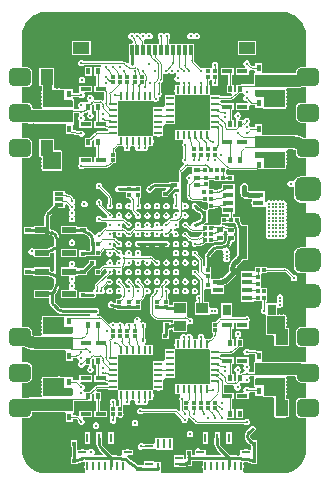
<source format=gbr>
G04*
G04 #@! TF.GenerationSoftware,Altium Limited,Altium Designer,24.1.2 (44)*
G04*
G04 Layer_Physical_Order=1*
G04 Layer_Color=255*
%FSLAX25Y25*%
%MOIN*%
G70*
G04*
G04 #@! TF.SameCoordinates,8AA45DA3-EFE9-42F3-ADE2-6CCF78DF1A05*
G04*
G04*
G04 #@! TF.FilePolarity,Positive*
G04*
G01*
G75*
%ADD14C,0.00394*%
%ADD17R,0.03150X0.01575*%
%ADD18R,0.03150X0.01181*%
%ADD19R,0.02362X0.01654*%
%ADD20R,0.03661X0.01417*%
%ADD21R,0.01575X0.02362*%
%ADD22R,0.09843X0.01968*%
%ADD23R,0.09843X0.03937*%
%ADD24R,0.04555X0.01929*%
%ADD25R,0.04626X0.01929*%
%ADD26R,0.03543X0.01772*%
G04:AMPARAMS|DCode=27|XSize=14.33mil|YSize=19.68mil|CornerRadius=3.58mil|HoleSize=0mil|Usage=FLASHONLY|Rotation=90.000|XOffset=0mil|YOffset=0mil|HoleType=Round|Shape=RoundedRectangle|*
%AMROUNDEDRECTD27*
21,1,0.01433,0.01252,0,0,90.0*
21,1,0.00717,0.01968,0,0,90.0*
1,1,0.00717,0.00626,0.00358*
1,1,0.00717,0.00626,-0.00358*
1,1,0.00717,-0.00626,-0.00358*
1,1,0.00717,-0.00626,0.00358*
%
%ADD27ROUNDEDRECTD27*%
%ADD28R,0.03150X0.00984*%
%ADD29R,0.00984X0.03150*%
%ADD30R,0.02362X0.04724*%
%ADD31R,0.01181X0.03543*%
%ADD32R,0.05315X0.03937*%
%ADD33R,0.01575X0.02126*%
%ADD34R,0.03937X0.03543*%
%ADD35R,0.03937X0.05315*%
%ADD36R,0.01102X0.02657*%
%ADD37R,0.02657X0.01102*%
%ADD38R,0.02126X0.01575*%
%ADD39R,0.02756X0.03543*%
%ADD74C,0.03937*%
%ADD75C,0.00984*%
%ADD76C,0.01772*%
%ADD77R,0.10039X0.10039*%
%ADD78R,0.01102X0.02618*%
%ADD79R,0.02618X0.01102*%
%ADD80R,0.01193X0.01276*%
%ADD81R,0.01276X0.01451*%
%ADD82R,0.01451X0.01276*%
%ADD83R,0.01276X0.01193*%
%ADD84C,0.01260*%
%ADD85C,0.02756*%
G04:AMPARAMS|DCode=86|XSize=86.61mil|YSize=78.74mil|CornerRadius=19.68mil|HoleSize=0mil|Usage=FLASHONLY|Rotation=0.000|XOffset=0mil|YOffset=0mil|HoleType=Round|Shape=RoundedRectangle|*
%AMROUNDEDRECTD86*
21,1,0.08661,0.03937,0,0,0.0*
21,1,0.04724,0.07874,0,0,0.0*
1,1,0.03937,0.02362,-0.01968*
1,1,0.03937,-0.02362,-0.01968*
1,1,0.03937,-0.02362,0.01968*
1,1,0.03937,0.02362,0.01968*
%
%ADD86ROUNDEDRECTD86*%
%ADD87C,0.11811*%
G04:AMPARAMS|DCode=88|XSize=74.8mil|YSize=59.06mil|CornerRadius=14.76mil|HoleSize=0mil|Usage=FLASHONLY|Rotation=0.000|XOffset=0mil|YOffset=0mil|HoleType=Round|Shape=RoundedRectangle|*
%AMROUNDEDRECTD88*
21,1,0.07480,0.02953,0,0,0.0*
21,1,0.04528,0.05906,0,0,0.0*
1,1,0.02953,0.02264,-0.01476*
1,1,0.02953,-0.02264,-0.01476*
1,1,0.02953,-0.02264,0.01476*
1,1,0.02953,0.02264,0.01476*
%
%ADD88ROUNDEDRECTD88*%
%ADD89C,0.00984*%
G36*
X11811Y157629D02*
X90551D01*
X90624Y157659D01*
X92124Y157511D01*
X93635Y157053D01*
X95029Y156308D01*
X96250Y155305D01*
X97253Y154084D01*
X97997Y152691D01*
X98456Y151179D01*
X98604Y149679D01*
X98573Y149606D01*
Y139210D01*
X96949D01*
X96219Y139065D01*
X95601Y138651D01*
X95187Y138033D01*
X95042Y137303D01*
Y137134D01*
X86615D01*
X86382Y137088D01*
X84327D01*
X83957Y137402D01*
X83957Y137588D01*
Y140551D01*
X81595D01*
Y139616D01*
X80444D01*
X80340Y139658D01*
X79823Y140176D01*
Y140570D01*
X79658Y140968D01*
X79353Y141272D01*
X78956Y141437D01*
X78525D01*
X78127Y141272D01*
X77822Y140968D01*
X77658Y140570D01*
Y140139D01*
X77822Y139741D01*
X78127Y139436D01*
X78221Y139398D01*
X78121Y138898D01*
X75079D01*
Y136693D01*
X79527D01*
Y137342D01*
X79626Y137580D01*
Y138011D01*
X79620Y138026D01*
X79922Y138401D01*
X80028Y138442D01*
X80344Y138379D01*
X80444Y138337D01*
X81241D01*
X81595Y137984D01*
X81595Y137465D01*
X81300Y137088D01*
X81300Y137024D01*
Y133593D01*
X77492Y133593D01*
X77392Y133551D01*
X76955Y133464D01*
X76778Y133346D01*
X75197D01*
Y131339D01*
X74846Y131050D01*
X74410Y131237D01*
Y133346D01*
X73868D01*
Y136693D01*
X74528D01*
Y138898D01*
X70079D01*
Y136693D01*
X72589D01*
Y133346D01*
X72047D01*
Y130433D01*
X73640D01*
X73831Y129971D01*
X73478Y129618D01*
X73374Y129576D01*
X69843D01*
Y129882D01*
X66913D01*
X66496Y129882D01*
X66496Y130299D01*
Y133229D01*
X66190D01*
Y134713D01*
X66544Y135066D01*
X67080Y135066D01*
X67287Y134566D01*
X67192Y134471D01*
X67028Y134074D01*
Y133643D01*
X67192Y133245D01*
X67497Y132940D01*
X67895Y132776D01*
X68326D01*
X68723Y132940D01*
X69028Y133245D01*
X69193Y133643D01*
Y134074D01*
X69028Y134471D01*
X68933Y134566D01*
X69140Y135066D01*
X69142D01*
Y138949D01*
X69142Y138949D01*
X69070Y139449D01*
X69193Y139745D01*
Y140176D01*
X69028Y140574D01*
X68723Y140878D01*
X68326Y141043D01*
X67895D01*
X67497Y140878D01*
X67192Y140574D01*
X67028Y140176D01*
Y139745D01*
X67150Y139449D01*
X67079Y138949D01*
X66780D01*
X66579Y138949D01*
X66266D01*
X65963Y139075D01*
X65533D01*
X65230Y138949D01*
X64717D01*
X64717Y138949D01*
Y138949D01*
X64217Y138889D01*
X64196Y138910D01*
X63798Y139075D01*
X63404D01*
X61469Y141010D01*
X61116Y141362D01*
X61115Y141366D01*
X61072Y141845D01*
Y143307D01*
X61051Y143358D01*
X61063Y143412D01*
X61023Y143652D01*
Y147047D01*
X57586D01*
X57087Y147047D01*
Y147047D01*
X57086D01*
Y147047D01*
X53649D01*
X53150Y147047D01*
X52805Y147404D01*
Y148714D01*
X53083Y148993D01*
X53248Y149391D01*
Y149822D01*
X53083Y150220D01*
X52779Y150524D01*
X52381Y150689D01*
X51950D01*
X51552Y150524D01*
X51508Y150480D01*
X51181Y150264D01*
X50854Y150480D01*
X50810Y150524D01*
X50412Y150689D01*
X49981D01*
X49584Y150524D01*
X49279Y150220D01*
X49114Y149822D01*
Y149391D01*
X49279Y148993D01*
X49558Y148714D01*
Y147404D01*
X49212Y147047D01*
X48713Y147047D01*
X45775D01*
X45276Y147047D01*
Y147047D01*
X45275D01*
Y147047D01*
X44537D01*
X44537Y147653D01*
X44495Y147754D01*
X44441Y148024D01*
X44475Y148280D01*
X44726Y148615D01*
X44904Y148688D01*
X44948Y148732D01*
X45275Y148949D01*
X45601Y148732D01*
X45646Y148688D01*
X46044Y148524D01*
X46474D01*
X46872Y148688D01*
X47177Y148993D01*
X47341Y149391D01*
Y149822D01*
X47177Y150220D01*
X46872Y150524D01*
X46474Y150689D01*
X46044D01*
X45646Y150524D01*
X45601Y150480D01*
X45275Y150264D01*
X44948Y150480D01*
X44904Y150524D01*
X44506Y150689D01*
X44076D01*
X43678Y150524D01*
X43633Y150480D01*
X43307Y150264D01*
X42980Y150480D01*
X42936Y150524D01*
X42538Y150689D01*
X42107D01*
X41710Y150524D01*
X41666Y150480D01*
X41339Y150264D01*
X41012Y150480D01*
X40968Y150524D01*
X40570Y150689D01*
X40139D01*
X39742Y150524D01*
X39437Y150220D01*
X39272Y149822D01*
Y149391D01*
X39437Y148993D01*
X39742Y148688D01*
X40139Y148524D01*
X40187D01*
X40619Y148363D01*
X40620Y148362D01*
X40620Y148362D01*
X40924Y147453D01*
X40631Y147047D01*
X39370D01*
Y142717D01*
X39451D01*
Y140982D01*
X39437Y140968D01*
X39302Y140644D01*
X39007Y140514D01*
X38772Y140464D01*
X38445Y140783D01*
X38336Y140827D01*
X37985Y141062D01*
X37548Y141149D01*
X37447Y141190D01*
X24514D01*
X24235Y141469D01*
X23837Y141634D01*
X23407D01*
X23009Y141469D01*
X22704Y141165D01*
X22539Y140767D01*
Y140336D01*
X22704Y139938D01*
X23009Y139633D01*
X23407Y139469D01*
X23837D01*
X24235Y139633D01*
X24514Y139912D01*
X29981D01*
X30067Y139838D01*
X30248Y139412D01*
X30125Y139252D01*
X27953D01*
Y136339D01*
X28495D01*
Y132992D01*
X27835D01*
Y130787D01*
X31054D01*
Y128309D01*
X31047Y128299D01*
X30892Y128165D01*
X30554Y128045D01*
X30382Y128160D01*
X30040Y128228D01*
X29921Y128277D01*
X28048D01*
X27691Y128722D01*
Y129152D01*
X27526Y129550D01*
X27221Y129855D01*
X26823Y130020D01*
X26393D01*
X25995Y129855D01*
X25690Y129550D01*
X25525Y129152D01*
Y128722D01*
X25690Y128324D01*
X25995Y128019D01*
X25885Y127524D01*
X25839Y127441D01*
X24803Y127441D01*
X24303Y127425D01*
X24235Y127493D01*
X23837Y127657D01*
X23407D01*
X23009Y127493D01*
X22704Y127188D01*
X22539Y126790D01*
Y126359D01*
X22704Y125961D01*
X22859Y125806D01*
X22911Y125639D01*
X22628Y125166D01*
X21304D01*
X21260Y125251D01*
X21062Y125669D01*
Y125708D01*
X21095Y125787D01*
Y127930D01*
X21095Y128150D01*
X21062Y128425D01*
D01*
X20768Y128792D01*
Y129282D01*
X22730D01*
X23009Y129003D01*
X23407Y128839D01*
X23837D01*
X24235Y129003D01*
X24540Y129308D01*
X24705Y129706D01*
Y130137D01*
X24642Y130287D01*
X24940Y130787D01*
X27283D01*
Y132992D01*
X22835D01*
Y132343D01*
X22736Y132105D01*
Y131674D01*
X22835Y131437D01*
Y130787D01*
X22429Y130561D01*
X20768D01*
Y131890D01*
X18405D01*
Y131890D01*
X17953Y132004D01*
X17936Y132020D01*
X17538Y132185D01*
X17108D01*
X16732Y132030D01*
X16357Y132185D01*
X15926D01*
X15551Y132030D01*
X15176Y132185D01*
X14745D01*
X14402Y132414D01*
Y138583D01*
X14370Y138662D01*
Y138878D01*
X14280D01*
X14278Y138884D01*
X13976Y139009D01*
X10827D01*
X10525Y138884D01*
X10523Y138878D01*
X9645D01*
Y132776D01*
X10401D01*
Y131477D01*
X10335Y131318D01*
Y130887D01*
X10401Y130728D01*
Y130296D01*
X10335Y130137D01*
Y129706D01*
X10401Y129547D01*
Y129115D01*
X10335Y128955D01*
Y128525D01*
X10401Y128366D01*
Y127934D01*
X10335Y127774D01*
Y127344D01*
X10401Y127184D01*
Y126753D01*
X10335Y126593D01*
Y126163D01*
X10401Y126003D01*
Y125787D01*
X10433Y125710D01*
Y125669D01*
X10239Y125249D01*
X10195Y125163D01*
X8211D01*
X8079Y125137D01*
X7695Y125188D01*
X7320Y125467D01*
Y125492D01*
X7175Y126222D01*
X6762Y126840D01*
X6143Y127254D01*
X5413Y127399D01*
X3789D01*
Y132444D01*
X5413D01*
X6143Y132589D01*
X6762Y133002D01*
X7175Y133621D01*
X7320Y134350D01*
Y137303D01*
X7175Y138033D01*
X6762Y138651D01*
X6143Y139065D01*
X5413Y139210D01*
X3789D01*
Y149606D01*
X3759Y149679D01*
X3906Y151179D01*
X4365Y152691D01*
X5110Y154084D01*
X6112Y155305D01*
X7333Y156308D01*
X8727Y157053D01*
X10239Y157511D01*
X11738Y157659D01*
X11811Y157629D01*
D02*
G37*
G36*
X55051Y137119D02*
X55095Y137074D01*
X55329Y136978D01*
X55329Y136448D01*
X55095Y136351D01*
X54791Y136046D01*
X54626Y135648D01*
Y135218D01*
X54791Y134820D01*
X55095Y134515D01*
X55493Y134350D01*
X55924D01*
X56218Y134472D01*
X56532Y134252D01*
X56622Y134139D01*
X56595Y134074D01*
Y133704D01*
X56595Y133643D01*
X56225Y133229D01*
X54764D01*
Y132045D01*
X54626Y131711D01*
Y131281D01*
X54764Y130947D01*
Y130299D01*
X54764Y129882D01*
X54347Y129882D01*
X53668D01*
X53335Y130019D01*
X52905D01*
X52572Y129882D01*
X51417D01*
Y127992D01*
X51417D01*
Y127914D01*
X51417D01*
Y126445D01*
X50950Y125945D01*
X50917Y125945D01*
X47539D01*
X47539Y124055D01*
X47539Y123555D01*
Y122086D01*
X47539Y122086D01*
Y122008D01*
X47539D01*
X47539Y121586D01*
Y120118D01*
X47539D01*
Y120039D01*
X47539D01*
Y118149D01*
X47539D01*
Y118071D01*
X47539D01*
Y116657D01*
X47539Y116240D01*
X47122Y116240D01*
X46130D01*
X45708Y116240D01*
Y116240D01*
X45630D01*
Y116240D01*
X43740D01*
Y116240D01*
X43661D01*
X43661Y116240D01*
X41771Y116240D01*
X41271Y116240D01*
X39803Y116240D01*
X39303Y116240D01*
X37834Y116240D01*
X37334Y116240D01*
X36279D01*
X35925Y116594D01*
X35925Y118071D01*
X35925Y118571D01*
Y120039D01*
X35925D01*
Y120118D01*
X35925D01*
Y121586D01*
X35925Y122008D01*
X35925D01*
Y122086D01*
X35925D01*
Y123555D01*
X35925Y123976D01*
X35925D01*
Y124055D01*
X35925D01*
Y125523D01*
X35925Y125945D01*
X35925D01*
Y126023D01*
X35925D01*
Y127437D01*
X35925Y127855D01*
X36342Y127855D01*
X37756D01*
Y127855D01*
X37834D01*
Y127855D01*
X39724D01*
Y127855D01*
X39803D01*
Y127855D01*
X41693D01*
Y127855D01*
X41771D01*
X41771Y127855D01*
X43661Y127855D01*
X44161Y127855D01*
X45630Y127855D01*
X46130Y127855D01*
X47598D01*
X47598Y127855D01*
X48045Y127726D01*
X48210Y127657D01*
X48641D01*
X49038Y127822D01*
X49343Y128127D01*
X49508Y128525D01*
Y128955D01*
X49482Y129018D01*
X49625Y129232D01*
X50023Y129397D01*
X50327Y129702D01*
X50492Y130100D01*
Y130530D01*
X50327Y130928D01*
X50049Y131207D01*
Y133809D01*
X50091Y133913D01*
X50419Y134241D01*
X50420Y134242D01*
X50420Y134242D01*
X50461Y134343D01*
X50708Y134711D01*
X50794Y135148D01*
X50836Y135249D01*
Y136708D01*
X50893Y136773D01*
X51336Y137001D01*
X51556Y136909D01*
X51987D01*
X52385Y137074D01*
X52429Y137119D01*
X52756Y137335D01*
X53083Y137119D01*
X53127Y137074D01*
X53525Y136909D01*
X53956D01*
X54353Y137074D01*
X54398Y137119D01*
X54724Y137335D01*
X55051Y137119D01*
D02*
G37*
G36*
X98573Y127399D02*
X96949D01*
X96219Y127254D01*
X95601Y126840D01*
X95187Y126222D01*
X95042Y125492D01*
Y122539D01*
X95187Y121810D01*
X95601Y121191D01*
X96219Y120778D01*
X96949Y120633D01*
X98573D01*
Y115588D01*
X97971D01*
X97422Y115882D01*
X95492Y116467D01*
X93485Y116665D01*
Y116661D01*
X86615D01*
X86382Y116615D01*
X84327D01*
X83957Y116929D01*
Y120079D01*
X81595D01*
Y119143D01*
X80407D01*
X80307Y119102D01*
X79823Y119507D01*
X79658Y119905D01*
X79614Y119949D01*
X79397Y120276D01*
X79614Y120602D01*
X79658Y120647D01*
X79823Y121045D01*
Y121475D01*
X79658Y121873D01*
X79353Y122178D01*
X78956Y122343D01*
X78525D01*
X78127Y122178D01*
X77822Y121873D01*
X77559Y121535D01*
X76278D01*
X76179Y122035D01*
X76367Y122114D01*
X76672Y122418D01*
X76837Y122816D01*
Y123247D01*
X76672Y123645D01*
X76367Y123949D01*
X75969Y124114D01*
X75539D01*
X75141Y123949D01*
X74836Y123645D01*
X74672Y123247D01*
Y122816D01*
X74836Y122418D01*
X75141Y122114D01*
X75330Y122035D01*
X75230Y121535D01*
X75197D01*
Y119602D01*
X74869Y119336D01*
X74410Y119531D01*
Y121535D01*
X73868D01*
Y124882D01*
X74528D01*
Y127087D01*
X70922D01*
X69843Y127425D01*
Y127914D01*
X70123Y128297D01*
X73374D01*
X73475Y128339D01*
X73912Y128426D01*
X74280Y128672D01*
X74382Y128714D01*
X76101Y130433D01*
X77381Y130433D01*
X77714Y130327D01*
X77898Y130201D01*
X78083Y129921D01*
X77867Y129595D01*
X77822Y129550D01*
X77658Y129152D01*
Y128722D01*
X77822Y128324D01*
X78127Y128019D01*
X78525Y127854D01*
X78801D01*
X79026Y127567D01*
X78812Y127087D01*
X75079D01*
Y124882D01*
X79527D01*
Y125531D01*
X79626Y125769D01*
Y126200D01*
X79592Y126282D01*
X79700Y126496D01*
X80296Y126658D01*
X80300Y126655D01*
X80737Y126568D01*
X80838Y126526D01*
X81595D01*
Y125591D01*
X83957D01*
X84148Y125486D01*
X84449Y125361D01*
X84665D01*
X84824Y125295D01*
X85255D01*
X85414Y125361D01*
X85846D01*
X86005Y125295D01*
X86436D01*
X86595Y125361D01*
X87027D01*
X87186Y125295D01*
X87617D01*
X87776Y125361D01*
X88208D01*
X88367Y125295D01*
X88798D01*
X88957Y125361D01*
X89389D01*
X89548Y125295D01*
X89979D01*
X90139Y125361D01*
X90570D01*
X90729Y125295D01*
X91160D01*
X91320Y125361D01*
X91535D01*
X91837Y125486D01*
X91962Y125787D01*
Y126003D01*
X92028Y126163D01*
Y126593D01*
X91962Y126753D01*
Y127184D01*
X92028Y127344D01*
Y127774D01*
X91962Y127934D01*
Y128366D01*
X92028Y128525D01*
Y128955D01*
X91962Y129115D01*
Y129547D01*
X92028Y129706D01*
Y130137D01*
X91962Y130296D01*
Y130728D01*
X92028Y130887D01*
Y131318D01*
X91962Y131477D01*
Y131693D01*
X91930Y131770D01*
Y131811D01*
X92123Y132231D01*
X92167Y132317D01*
X95190D01*
Y132314D01*
X95645Y132359D01*
X95809Y132336D01*
X97580Y132438D01*
X97602Y132444D01*
X98573D01*
Y127399D01*
D02*
G37*
G36*
X66020Y129823D02*
X66437Y129823D01*
X66437Y129406D01*
Y127992D01*
X66437D01*
Y127914D01*
X66437D01*
Y126024D01*
X66437D01*
Y125945D01*
X66437D01*
Y124477D01*
X66437Y124055D01*
X66437D01*
Y123977D01*
X66437D01*
Y122508D01*
X66437Y122087D01*
X66437D01*
Y122008D01*
X66437D01*
Y120540D01*
X66437Y120118D01*
X66437D01*
Y120040D01*
X66437D01*
Y118626D01*
X66437Y118209D01*
X66020Y118209D01*
X64606D01*
X64606Y118209D01*
X64528D01*
Y118209D01*
X64106Y118209D01*
X62638D01*
X62638Y118209D01*
X62559D01*
Y118209D01*
X62138Y118209D01*
X60669D01*
Y118209D01*
X60591D01*
Y118209D01*
X58701Y118209D01*
X58201Y118209D01*
X56732Y118209D01*
X56232Y118209D01*
X54764D01*
Y114803D01*
X56654Y114803D01*
X57553Y114803D01*
X57654Y114307D01*
X57654Y114303D01*
X57350Y113999D01*
X57185Y113601D01*
Y113171D01*
X57350Y112773D01*
X57629Y112494D01*
Y109160D01*
X57350Y108881D01*
X57185Y108483D01*
Y108052D01*
X57350Y107654D01*
X57654Y107350D01*
X57730Y107319D01*
X57740Y107302D01*
X57809Y106745D01*
X56471Y105406D01*
X56428Y105304D01*
X56182Y104936D01*
X56095Y104499D01*
X56054Y104398D01*
Y101024D01*
X52953D01*
Y101024D01*
X52463Y100706D01*
X50414D01*
X49937Y100712D01*
X49926Y100714D01*
X49917Y100712D01*
X49419Y100706D01*
X48953D01*
X48453Y100714D01*
Y100714D01*
X47708Y100616D01*
X47014Y100328D01*
X46424Y99875D01*
X46426Y99872D01*
X46426Y99869D01*
X46065Y99508D01*
X46044D01*
X45647Y99343D01*
X45342Y99038D01*
X45177Y98641D01*
Y98210D01*
X45342Y97812D01*
X45647Y97507D01*
X46044Y97342D01*
X46475D01*
X46873Y97507D01*
X47178Y97812D01*
X47343Y98210D01*
Y98226D01*
X47366Y98250D01*
X47711Y98581D01*
X48112Y98820D01*
X48453Y98888D01*
Y98900D01*
X49920Y98900D01*
X49922Y98887D01*
X49922Y98887D01*
X49931Y98887D01*
X49931Y98896D01*
X49935Y98900D01*
X51680D01*
X51872Y98438D01*
X51315Y97882D01*
X50355D01*
Y95819D01*
X52593D01*
Y96605D01*
X54187Y98199D01*
X54196Y98208D01*
X54221Y98243D01*
X54247Y98263D01*
X54247Y98263D01*
X54346Y98380D01*
X54466Y98581D01*
X54466Y98583D01*
X56054D01*
Y97741D01*
X55997Y97676D01*
X55554Y97448D01*
X55334Y97539D01*
X54903D01*
X54505Y97374D01*
X54200Y97070D01*
X54035Y96672D01*
Y96241D01*
X54200Y95843D01*
X54479Y95565D01*
X54479Y93721D01*
X54250Y93493D01*
X54094Y93117D01*
Y92710D01*
X54250Y92333D01*
X54538Y92045D01*
X54914Y91890D01*
X55322D01*
X55554Y91986D01*
X55949Y91798D01*
X56054Y91694D01*
Y91048D01*
X55997Y90983D01*
X55554Y90755D01*
X55334Y90847D01*
X54903D01*
X54505Y90682D01*
X54200Y90377D01*
X54035Y89979D01*
Y89548D01*
X54127Y89328D01*
X53869Y88829D01*
X53869Y88828D01*
X53768Y88787D01*
X53332Y88700D01*
X52966Y88455D01*
X52862Y88412D01*
X52088Y87638D01*
X51765D01*
X51388Y87482D01*
X51100Y87194D01*
X50945Y86818D01*
Y86524D01*
X50724Y86260D01*
X50523Y86122D01*
X50328D01*
X50069Y86290D01*
X49902Y86549D01*
Y86830D01*
X49737Y87227D01*
X49432Y87532D01*
X49034Y87697D01*
X48603D01*
X48206Y87532D01*
X47901Y87227D01*
X47736Y86830D01*
Y86399D01*
X47827Y86179D01*
X47600Y85736D01*
X47535Y85679D01*
X46888D01*
X46784Y85784D01*
X46597Y86179D01*
X46693Y86411D01*
Y86818D01*
X46537Y87194D01*
X46249Y87482D01*
X45873Y87638D01*
X45465D01*
X45089Y87482D01*
X44801Y87194D01*
X44646Y86818D01*
Y86411D01*
X44742Y86179D01*
X44554Y85784D01*
X44450Y85679D01*
X43739D01*
X43635Y85784D01*
X43448Y86179D01*
X43544Y86411D01*
Y86818D01*
X43388Y87194D01*
X43100Y87482D01*
X42724Y87638D01*
X42316D01*
X41940Y87482D01*
X41652Y87194D01*
X41497Y86818D01*
Y86411D01*
X41593Y86179D01*
X41569Y86043D01*
X41460Y85772D01*
X41353Y85627D01*
X40968Y85550D01*
X40602Y85305D01*
X40499Y85263D01*
X39680Y84444D01*
X39574Y84488D01*
X39167D01*
X39059Y84443D01*
X38231Y85265D01*
X38127Y85307D01*
X37764Y85550D01*
X37386Y85625D01*
X37269Y85785D01*
X37168Y86046D01*
X37148Y86179D01*
X37244Y86411D01*
Y86818D01*
X37175Y86984D01*
X37591Y87287D01*
X38346Y86645D01*
Y86411D01*
X38502Y86034D01*
X38790Y85746D01*
X39167Y85591D01*
X39574D01*
X39950Y85746D01*
X40238Y86034D01*
X40394Y86411D01*
Y86818D01*
X40238Y87194D01*
X39950Y87482D01*
X39574Y87638D01*
X39167D01*
X39157Y87634D01*
X38150Y88489D01*
X38014Y88533D01*
X37764Y88700D01*
X37456Y88761D01*
X37341Y88901D01*
X37254Y89066D01*
X37215Y89217D01*
X37212Y89328D01*
X37303Y89548D01*
Y89979D01*
X37138Y90377D01*
X36834Y90682D01*
X36436Y90847D01*
X36005D01*
X35607Y90682D01*
X35303Y90377D01*
X35138Y89979D01*
Y89548D01*
X35229Y89328D01*
X35001Y88885D01*
X34936Y88828D01*
X34290D01*
X34186Y88934D01*
X33998Y89328D01*
X34095Y89561D01*
Y89968D01*
X33939Y90344D01*
X33651Y90632D01*
X33275Y90788D01*
X32951D01*
X30351Y93387D01*
X30445Y93481D01*
X30610Y93879D01*
Y94310D01*
X30445Y94708D01*
X30141Y95012D01*
X29743Y95177D01*
X29312D01*
X28914Y95012D01*
X28610Y94708D01*
X28445Y94310D01*
Y93879D01*
X28610Y93481D01*
X28914Y93177D01*
X29009Y93138D01*
X29017Y93096D01*
X29263Y92727D01*
X29305Y92625D01*
X32048Y89883D01*
Y89561D01*
X32144Y89328D01*
X31956Y88934D01*
X31852Y88828D01*
X30598D01*
X30445Y89196D01*
X30141Y89500D01*
X29743Y89665D01*
X29312D01*
X28914Y89500D01*
X28610Y89196D01*
X28445Y88798D01*
Y88367D01*
X28610Y87969D01*
X28914Y87665D01*
X29312Y87500D01*
X29743D01*
X30023Y87616D01*
X30147Y87591D01*
X30247Y87550D01*
X31852D01*
X31956Y87445D01*
X32144Y87050D01*
X32048Y86818D01*
Y86411D01*
X32144Y86179D01*
X31956Y85784D01*
X31852Y85679D01*
X31822D01*
X31722Y85637D01*
X31285Y85550D01*
X30916Y85304D01*
X30816Y85262D01*
X30816Y85262D01*
X30814Y85262D01*
X30462Y84909D01*
X29706Y84153D01*
X29312D01*
X28914Y83989D01*
X28610Y83684D01*
X28445Y83286D01*
Y83177D01*
X27945Y83078D01*
X27816Y83390D01*
X27358Y83986D01*
X26762Y84444D01*
X26662Y84485D01*
X26642Y84501D01*
X25473Y85106D01*
Y86024D01*
X22559D01*
X22209Y86201D01*
Y86201D01*
X16796D01*
Y83484D01*
X22209D01*
Y83484D01*
X22559Y83661D01*
X24333D01*
X25381Y83119D01*
X25800Y82873D01*
X26153Y82567D01*
X26295Y82353D01*
X26375Y81950D01*
X26388D01*
X26388Y81950D01*
X26388Y80461D01*
X26405Y80374D01*
Y79283D01*
X26492D01*
Y78197D01*
X26405D01*
Y78021D01*
X25047D01*
Y78189D01*
X22984D01*
Y75951D01*
X25047D01*
Y76214D01*
X26405D01*
Y76134D01*
X30288D01*
Y77293D01*
X31054Y78058D01*
X31157Y78101D01*
X31828D01*
X31940Y77969D01*
X32104Y77601D01*
X31988Y77321D01*
Y76891D01*
X32153Y76493D01*
X32458Y76188D01*
X32855Y76023D01*
X33286D01*
X33684Y76188D01*
X33989Y76493D01*
X34154Y76891D01*
Y77321D01*
X34083Y77491D01*
X34499Y77794D01*
X35138Y77249D01*
Y76950D01*
X35303Y76552D01*
X35607Y76248D01*
X36005Y76083D01*
X36286D01*
X36545Y75915D01*
X36713Y75656D01*
Y75461D01*
X36575Y75260D01*
X36310Y75040D01*
X36016D01*
X35640Y74884D01*
X35352Y74596D01*
X35197Y74220D01*
Y73813D01*
X35293Y73580D01*
X35105Y73186D01*
X35001Y73080D01*
X34355D01*
X34290Y73137D01*
X34062Y73580D01*
X34154Y73800D01*
Y74231D01*
X33989Y74629D01*
X33684Y74934D01*
X33286Y75098D01*
X32855D01*
X32458Y74934D01*
X32153Y74629D01*
X31988Y74231D01*
Y73800D01*
X32079Y73580D01*
X31851Y73137D01*
X31787Y73080D01*
X31157D01*
X31057Y73039D01*
X30620Y72952D01*
X30251Y72706D01*
X30151Y72664D01*
X30151Y72664D01*
X30149Y72663D01*
X29797Y72311D01*
X29384Y71898D01*
X28307D01*
Y69835D01*
X30288D01*
Y70994D01*
X31054Y71759D01*
X31157Y71802D01*
X31852D01*
X31956Y71697D01*
X32144Y71302D01*
X32048Y71070D01*
Y70746D01*
X28518Y67217D01*
X28476Y67115D01*
X28230Y66747D01*
X28143Y66310D01*
X28101Y66209D01*
Y65459D01*
X27822Y65180D01*
X27657Y64782D01*
Y64734D01*
X27589Y64340D01*
X27196Y64272D01*
X27147D01*
X26749Y64107D01*
X26734Y64092D01*
X25047D01*
Y64409D01*
X22984D01*
Y62171D01*
X25047D01*
Y62286D01*
X26734D01*
X26749Y62271D01*
X27147Y62106D01*
X27578D01*
X27975Y62271D01*
X28280Y62576D01*
X28445Y62974D01*
Y63022D01*
X28513Y63416D01*
X28907Y63484D01*
X28956D01*
X29353Y63649D01*
X29528Y63823D01*
X29702Y63649D01*
X30100Y63484D01*
X30530D01*
X30928Y63649D01*
X31233Y63954D01*
X31398Y64352D01*
Y64782D01*
X31233Y65180D01*
X31289Y65818D01*
X32405Y66934D01*
X32491Y66848D01*
X32868Y66693D01*
X33275D01*
X33651Y66848D01*
X33939Y67136D01*
X34095Y67513D01*
Y67920D01*
X33939Y68296D01*
X33651Y68584D01*
X33275Y68740D01*
X32868D01*
X32491Y68584D01*
X32377Y68469D01*
X32281Y68465D01*
X32064Y68955D01*
X32952Y69843D01*
X33275D01*
X33651Y69998D01*
X33939Y70286D01*
X34095Y70662D01*
Y71070D01*
X33999Y71302D01*
X34186Y71697D01*
X34290Y71802D01*
X34936D01*
X35001Y71745D01*
X35229Y71302D01*
X35138Y71082D01*
Y70651D01*
X35303Y70253D01*
X35607Y69948D01*
X36005Y69784D01*
X36436D01*
X36834Y69948D01*
X37138Y70253D01*
X37303Y70651D01*
Y71082D01*
X37147Y71458D01*
X37138Y71493D01*
X37246Y72079D01*
X37390Y72176D01*
X37492Y72219D01*
X38018Y72744D01*
X38018Y72745D01*
X38406Y73036D01*
X38743Y73098D01*
X38778Y73089D01*
X39155Y72933D01*
X39585D01*
X39983Y73098D01*
X40288Y73403D01*
X40453Y73800D01*
Y74231D01*
X40361Y74451D01*
X40589Y74894D01*
X40654Y74951D01*
X41235D01*
X41300Y74894D01*
X41528Y74451D01*
X41437Y74231D01*
Y73800D01*
X41602Y73403D01*
X41906Y73098D01*
X42304Y72933D01*
X42735D01*
X43133Y73098D01*
X43437Y73403D01*
X43602Y73800D01*
Y74231D01*
X43511Y74451D01*
X43739Y74894D01*
X43804Y74951D01*
X44450D01*
X44553Y74847D01*
X44741Y74451D01*
X44646Y74220D01*
Y73813D01*
X44801Y73436D01*
X45089Y73148D01*
X45465Y72993D01*
X45873D01*
X46249Y73148D01*
X46537Y73436D01*
X46693Y73813D01*
Y74220D01*
X46624Y74385D01*
X47040Y74689D01*
X47796Y74047D01*
Y73813D01*
X47951Y73436D01*
X48239Y73148D01*
X48616Y72993D01*
X49023D01*
X49399Y73148D01*
X49687Y73436D01*
X49843Y73813D01*
Y74220D01*
X49687Y74596D01*
X49399Y74884D01*
X49023Y75040D01*
X48616D01*
X48606Y75036D01*
X47599Y75891D01*
X47463Y75934D01*
X47213Y76101D01*
X46776Y76188D01*
X46676Y76230D01*
X43804D01*
X43740Y76287D01*
X43512Y76730D01*
X43603Y76950D01*
Y77381D01*
X43438Y77778D01*
X43133Y78083D01*
X42735Y78248D01*
X42305D01*
X41907Y78083D01*
X41602Y77778D01*
X41437Y77381D01*
Y76950D01*
X41529Y76730D01*
X41300Y76287D01*
X41236Y76230D01*
X40654D01*
X40589Y76287D01*
X40361Y76730D01*
X40453Y76950D01*
Y77381D01*
X40288Y77779D01*
X39983Y78083D01*
X39585Y78248D01*
X39155D01*
X38757Y78083D01*
X38452Y77779D01*
X38287Y77381D01*
Y77100D01*
X38120Y76841D01*
X37861Y76673D01*
X37730D01*
X37471Y76841D01*
X37303Y77100D01*
Y77381D01*
X37138Y77779D01*
X36834Y78083D01*
X36436Y78248D01*
X36005D01*
X35959Y78229D01*
X35011Y79038D01*
X34875Y79082D01*
X34622Y79251D01*
X34308Y79313D01*
X34192Y79454D01*
X34112Y79603D01*
X34067Y79766D01*
X34062Y79879D01*
X34154Y80100D01*
Y80530D01*
X34121Y80609D01*
X34537Y80911D01*
X35138Y80398D01*
Y80100D01*
X35303Y79702D01*
X35607Y79397D01*
X36005Y79232D01*
X36436D01*
X36834Y79397D01*
X37138Y79702D01*
X37303Y80100D01*
Y80530D01*
X37138Y80928D01*
X36834Y81233D01*
X36436Y81398D01*
X36005D01*
X35959Y81379D01*
X35012Y82187D01*
X34876Y82231D01*
X34622Y82400D01*
X34238Y82477D01*
X34131Y82623D01*
X34022Y82894D01*
X33999Y83029D01*
X34095Y83261D01*
Y83668D01*
X33998Y83900D01*
X34186Y84295D01*
X34290Y84400D01*
X35001D01*
X35105Y84295D01*
X35293Y83900D01*
X35197Y83668D01*
Y83261D01*
X35352Y82884D01*
X35640Y82596D01*
X36016Y82441D01*
X36424D01*
X36800Y82596D01*
X37088Y82884D01*
X37244Y83261D01*
Y83668D01*
X37194Y83788D01*
X37617Y84073D01*
X38346Y83349D01*
Y83261D01*
X38502Y82884D01*
X38790Y82596D01*
X39167Y82441D01*
X39574D01*
X39950Y82596D01*
X40238Y82884D01*
X40394Y83261D01*
Y83349D01*
X41127Y84083D01*
X41551Y83800D01*
X41497Y83668D01*
Y83261D01*
X41652Y82884D01*
X41940Y82596D01*
X42316Y82441D01*
X42724D01*
X43100Y82596D01*
X43388Y82884D01*
X43544Y83261D01*
Y83668D01*
X43447Y83900D01*
X43635Y84295D01*
X43739Y84400D01*
X44450D01*
X44554Y84295D01*
X44742Y83900D01*
X44646Y83668D01*
Y83261D01*
X44801Y82884D01*
X45089Y82596D01*
X45465Y82441D01*
X45873D01*
X46249Y82596D01*
X46537Y82884D01*
X46693Y83261D01*
Y83668D01*
X46596Y83900D01*
X46784Y84295D01*
X46888Y84400D01*
X47600D01*
X47704Y84295D01*
X47892Y83900D01*
X47796Y83668D01*
Y83261D01*
X47951Y82884D01*
X48239Y82596D01*
X48616Y82441D01*
X49023D01*
X49399Y82596D01*
X49687Y82884D01*
X49843Y83261D01*
Y83555D01*
X50064Y83819D01*
X50264Y83957D01*
X50523D01*
X50724Y83819D01*
X50945Y83554D01*
Y83261D01*
X51100Y82884D01*
X51388Y82596D01*
X51765Y82441D01*
X52172D01*
X52548Y82596D01*
X52836Y82884D01*
X52992Y83261D01*
Y83584D01*
X53365Y83957D01*
X53673D01*
X53873Y83819D01*
X54094Y83555D01*
Y83261D01*
X54250Y82884D01*
X54538Y82596D01*
X54914Y82441D01*
X55322D01*
X55698Y82596D01*
X55986Y82884D01*
X56142Y83261D01*
Y83668D01*
X55986Y84044D01*
X55698Y84332D01*
X55322Y84488D01*
X55028D01*
X54763Y84710D01*
X54626Y84909D01*
Y85105D01*
X54794Y85364D01*
X55053Y85532D01*
X55334D01*
X55731Y85696D01*
X56036Y86001D01*
X56201Y86399D01*
Y86830D01*
X56045Y87206D01*
X56036Y87241D01*
X56143Y87827D01*
X56288Y87924D01*
X56390Y87967D01*
X56915Y88492D01*
X56916Y88493D01*
X57303Y88785D01*
X57640Y88847D01*
X57676Y88837D01*
X58053Y88682D01*
X58483D01*
X58881Y88846D01*
X59186Y89151D01*
X59351Y89549D01*
Y89979D01*
X59186Y90377D01*
X58881Y90682D01*
X58483Y90847D01*
X58053D01*
X57832Y90755D01*
X57390Y90983D01*
X57332Y91048D01*
Y91629D01*
X57390Y91694D01*
X57832Y91922D01*
X58053Y91830D01*
X58483D01*
X58881Y91995D01*
X59186Y92300D01*
X59351Y92698D01*
Y93129D01*
X59186Y93526D01*
X58881Y93831D01*
X58483Y93996D01*
X58053D01*
X57832Y93904D01*
X57390Y94132D01*
X57332Y94197D01*
Y104398D01*
X57375Y104502D01*
X58884Y106011D01*
X58988Y106054D01*
X60433D01*
Y103749D01*
X60216Y103510D01*
X59933Y103415D01*
X59861Y103445D01*
X59430D01*
X59032Y103280D01*
X58728Y102975D01*
X58563Y102578D01*
Y102147D01*
X58728Y101749D01*
X59032Y101444D01*
X59097Y101417D01*
X59226Y100839D01*
X59184Y100737D01*
X58938Y100369D01*
X58851Y99932D01*
X58810Y99831D01*
Y96389D01*
X58851Y96289D01*
X58938Y95851D01*
X59186Y95481D01*
X59227Y95380D01*
X59227Y95380D01*
X59555Y95053D01*
X59657Y95011D01*
X60025Y94765D01*
X60462Y94678D01*
X60562Y94636D01*
X63807D01*
Y94244D01*
X65333D01*
X65709Y93945D01*
Y92083D01*
X65709Y91882D01*
X65333Y91583D01*
X64722D01*
X63579Y92297D01*
X63183Y92582D01*
X63019Y92692D01*
X63007Y92680D01*
X63003Y92680D01*
X62386Y93248D01*
X62285Y93493D01*
X61997Y93781D01*
X61621Y93937D01*
X61213D01*
X60837Y93781D01*
X60549Y93493D01*
X60394Y93117D01*
Y92710D01*
X60549Y92333D01*
X60837Y92045D01*
X61180Y91903D01*
X61779Y91352D01*
X61819Y91327D01*
X62178Y91051D01*
X62209Y91023D01*
X63549Y90185D01*
Y89520D01*
X63549D01*
Y89220D01*
X63549D01*
Y88623D01*
X61593Y87697D01*
X61202D01*
X60804Y87532D01*
X60499Y87227D01*
X60334Y86830D01*
Y86399D01*
X60338Y86389D01*
X59914Y86106D01*
X59292Y86729D01*
Y86818D01*
X59136Y87194D01*
X58848Y87482D01*
X58472Y87638D01*
X58065D01*
X57688Y87482D01*
X57400Y87194D01*
X57244Y86818D01*
Y86411D01*
X57400Y86034D01*
X57688Y85746D01*
X58065Y85591D01*
X58472D01*
X58578Y85635D01*
X59394Y84819D01*
X59494Y84777D01*
X59866Y84529D01*
X60303Y84442D01*
X60403Y84400D01*
X63807D01*
Y83416D01*
X62348Y82550D01*
X62348Y82550D01*
X62285Y82524D01*
X62272Y82529D01*
X60155D01*
X60051Y82571D01*
X59292Y83331D01*
Y83668D01*
X59136Y84044D01*
X58848Y84332D01*
X58472Y84488D01*
X58065D01*
X57688Y84332D01*
X57400Y84044D01*
X57244Y83668D01*
Y83261D01*
X57400Y82884D01*
X57688Y82596D01*
X58065Y82441D01*
X58374D01*
X59147Y81667D01*
X59249Y81625D01*
X59617Y81379D01*
X60054Y81292D01*
X60155Y81251D01*
X60198D01*
X60302Y81146D01*
X60489Y80751D01*
X60394Y80519D01*
Y80111D01*
X60549Y79735D01*
X60837Y79447D01*
X61213Y79292D01*
X61621D01*
X61997Y79447D01*
X62225Y79676D01*
X63297D01*
X63398Y79717D01*
X63835Y79804D01*
X64152Y80016D01*
X64273Y80062D01*
X64702Y80465D01*
X67689D01*
Y80857D01*
X68469D01*
X68569Y80898D01*
X69006Y80985D01*
X69077Y81032D01*
X69177Y81045D01*
X69217Y81068D01*
X69256Y81060D01*
X70508D01*
X70801Y81118D01*
X71050Y81285D01*
X71216Y81533D01*
X71275Y81827D01*
Y82543D01*
X71216Y82837D01*
X71050Y83086D01*
X70898Y83187D01*
X70853Y83413D01*
Y83516D01*
X70898Y83742D01*
X71050Y83844D01*
X71216Y84092D01*
X71275Y84386D01*
Y84440D01*
X71735Y84728D01*
X72032Y84579D01*
Y84386D01*
X72091Y84092D01*
X72257Y83844D01*
X72409Y83742D01*
X72454Y83516D01*
Y83413D01*
X72409Y83187D01*
X72257Y83086D01*
X72091Y82837D01*
X72032Y82543D01*
Y81974D01*
X72030Y81961D01*
Y81426D01*
X72018D01*
X71937Y81023D01*
X71730Y80712D01*
X71545Y80522D01*
X71355Y80337D01*
X71044Y80130D01*
X70641Y80050D01*
Y80037D01*
X68926D01*
Y80044D01*
X68181Y79946D01*
X67486Y79659D01*
X66896Y79206D01*
X66899Y79203D01*
X66899Y79199D01*
X65682Y77983D01*
X65679Y77983D01*
X65676Y77986D01*
X65223Y77396D01*
X64936Y76701D01*
X64838Y75956D01*
X64845D01*
Y72862D01*
X64722Y72754D01*
X64222Y72981D01*
X64222Y74185D01*
X64222Y74673D01*
X64222Y74673D01*
X64222Y74673D01*
X64222D01*
X64180Y74774D01*
X64093Y75211D01*
X63846Y75582D01*
X63804Y75682D01*
X63804Y75682D01*
X63804Y75682D01*
X63804Y75682D01*
X62441Y77046D01*
Y77369D01*
X62285Y77745D01*
X61997Y78033D01*
X61621Y78189D01*
X61213D01*
X60837Y78033D01*
X60549Y77745D01*
X60394Y77369D01*
Y76961D01*
X60549Y76585D01*
X60837Y76297D01*
X61213Y76142D01*
X61537D01*
X62900Y74778D01*
X62913Y74773D01*
X62949Y74686D01*
X62944Y74673D01*
X62944Y71389D01*
X62985Y71289D01*
X63038Y71021D01*
X62602Y70723D01*
X62441Y70844D01*
Y71070D01*
X62285Y71446D01*
X61997Y71734D01*
X61621Y71890D01*
X61213D01*
X60837Y71734D01*
X60549Y71446D01*
X60394Y71070D01*
Y70662D01*
X60549Y70286D01*
X60837Y69998D01*
X61213Y69843D01*
X61537D01*
X63294Y68086D01*
X63337Y67981D01*
X63337Y63692D01*
X62837Y63287D01*
X62676D01*
X62278Y63123D01*
X61973Y62818D01*
X61808Y62420D01*
Y61989D01*
X61973Y61591D01*
X62041Y61524D01*
X61834Y61024D01*
X61614D01*
Y56693D01*
X66338D01*
X66338Y56693D01*
Y56693D01*
X66822Y56791D01*
X67252D01*
X67628Y56947D01*
X68003Y56791D01*
X68433D01*
X68831Y56956D01*
X69136Y57261D01*
X69301Y57659D01*
Y58089D01*
X69136Y58487D01*
X68831Y58792D01*
X68433Y58957D01*
X68003D01*
X67628Y58801D01*
X67252Y58957D01*
X66822D01*
X66338Y59298D01*
Y61024D01*
X64615D01*
X64615Y64857D01*
X65115Y65315D01*
X66349D01*
X66785Y65081D01*
X66791Y64820D01*
Y64647D01*
X66890Y64409D01*
Y63583D01*
X71221D01*
Y64409D01*
X71319Y64647D01*
Y65078D01*
X71221Y65315D01*
Y66459D01*
X71495Y66573D01*
X71613Y66603D01*
X71955Y66770D01*
X72020Y66819D01*
X72118Y66859D01*
X72606Y67234D01*
X72647Y67262D01*
X72647Y67262D01*
X72651Y67264D01*
X73001Y67614D01*
X74938Y69551D01*
X75221Y69974D01*
X75320Y70474D01*
Y71761D01*
X75311Y71807D01*
X75474Y72624D01*
X75936Y73316D01*
X75974Y73342D01*
X77435Y74803D01*
X79134D01*
Y76794D01*
X79168Y76968D01*
Y84449D01*
X79134Y84623D01*
Y86614D01*
X77815D01*
X77578Y86713D01*
X77147D01*
X77049Y86672D01*
X76443Y88060D01*
Y88404D01*
X76351Y88627D01*
Y89220D01*
X75699D01*
X75576Y89272D01*
X75145D01*
X75022Y89220D01*
X74098D01*
Y90158D01*
X74764D01*
Y92716D01*
Y95275D01*
Y97834D01*
Y100394D01*
X70433D01*
Y98887D01*
X68820Y98286D01*
X68820Y98287D01*
X68781Y98272D01*
X68768Y98277D01*
X67947D01*
Y98669D01*
X66559D01*
X66189Y98982D01*
Y101622D01*
X67940D01*
Y101331D01*
X71708D01*
X71832Y101279D01*
X72263D01*
X72386Y101331D01*
X74448D01*
Y103394D01*
X72386D01*
X72263Y103445D01*
X71956D01*
X71824Y103889D01*
X71823Y103907D01*
Y104918D01*
X72301Y105196D01*
X72323Y105194D01*
X72739Y105112D01*
X72840Y105069D01*
X81739D01*
X82185Y105069D01*
X82260Y105101D01*
X82340Y105089D01*
X82380Y105118D01*
X83957Y105118D01*
X84444Y105088D01*
X84449Y105086D01*
X91535D01*
X91614Y105118D01*
X91634D01*
Y105126D01*
X91837Y105210D01*
X91962Y105512D01*
Y106515D01*
X92028Y106674D01*
Y107105D01*
X91962Y107264D01*
Y107696D01*
X92028Y107855D01*
Y108286D01*
X91962Y108446D01*
Y108877D01*
X92028Y109037D01*
Y109467D01*
X91962Y109627D01*
Y110058D01*
X92028Y110218D01*
Y110648D01*
X91962Y110808D01*
Y111024D01*
X91930Y111339D01*
D01*
X91929Y111344D01*
X92389Y111844D01*
X93485D01*
X93617Y111871D01*
X94911Y111700D01*
X95042Y111646D01*
Y110728D01*
X95187Y109999D01*
X95601Y109380D01*
X96219Y108967D01*
X96949Y108822D01*
X98573D01*
Y102802D01*
X96850D01*
X95929Y102619D01*
X95147Y102097D01*
X94625Y101315D01*
X94625Y101314D01*
X94082Y101149D01*
X93984Y101248D01*
X93586Y101412D01*
X93156D01*
X92758Y101248D01*
X92453Y100943D01*
X92289Y100545D01*
Y100114D01*
X92453Y99716D01*
X92758Y99412D01*
X93156Y99247D01*
X93586D01*
X93942Y99394D01*
X94157Y99317D01*
X94442Y99162D01*
Y96457D01*
X94625Y95535D01*
X95147Y94754D01*
X95929Y94231D01*
X96850Y94048D01*
X98573D01*
Y79180D01*
X96850D01*
X95929Y78997D01*
X95147Y78475D01*
X94625Y77693D01*
X94442Y76772D01*
Y72835D01*
X94625Y71913D01*
X95147Y71132D01*
X95929Y70609D01*
X96850Y70426D01*
X98573D01*
Y52596D01*
X96949D01*
X96219Y52451D01*
X95601Y52037D01*
X95187Y51419D01*
X95042Y50689D01*
Y47736D01*
X95187Y47007D01*
X95601Y46388D01*
X96219Y45975D01*
X96949Y45829D01*
X98573D01*
Y40785D01*
X97677D01*
X96314Y40973D01*
X96070Y40959D01*
X94903Y41074D01*
Y41074D01*
X94403Y41071D01*
X86615Y41071D01*
X86382Y41025D01*
X84327D01*
X83957Y41339D01*
X83957Y41525D01*
Y44488D01*
X82429D01*
X82428Y44489D01*
X81614Y44824D01*
X81502Y44823D01*
X81172Y44889D01*
X81072Y44930D01*
X79632D01*
X79353Y45209D01*
X78956Y45374D01*
X78525D01*
X78127Y45209D01*
X77822Y44905D01*
X77658Y44507D01*
Y44076D01*
X77822Y43678D01*
X78127Y43374D01*
X78525Y43209D01*
X78956D01*
X79353Y43374D01*
X79632Y43652D01*
X81072D01*
X81085Y43657D01*
X81127Y43640D01*
X81128Y43641D01*
X81595Y43449D01*
X81595Y41402D01*
X81300Y41025D01*
X81300Y40961D01*
Y37530D01*
X79696D01*
X79658Y37621D01*
X79503Y37776D01*
X79405Y38091D01*
X79503Y38405D01*
X79658Y38560D01*
X79823Y38958D01*
Y39389D01*
X79667Y39765D01*
X79528Y40236D01*
X79528Y40236D01*
X79527Y40236D01*
Y40886D01*
X79626Y41123D01*
Y41554D01*
X79527Y41791D01*
Y42441D01*
X75079D01*
Y40236D01*
X77565D01*
X77714Y39976D01*
X77802Y39736D01*
X77658Y39389D01*
Y38958D01*
X77822Y38560D01*
X77977Y38405D01*
X78075Y38091D01*
X77977Y37776D01*
X77822Y37621D01*
X77784Y37529D01*
X77703Y37518D01*
X77580Y37447D01*
X77349Y37401D01*
X76980Y37155D01*
X76878Y37113D01*
X76766Y37001D01*
X76584Y37031D01*
X76521Y37159D01*
X76459Y37560D01*
X76672Y37773D01*
X76837Y38170D01*
Y38601D01*
X76672Y38999D01*
X76367Y39304D01*
X75969Y39469D01*
X75539D01*
X75141Y39304D01*
X74836Y38999D01*
X74672Y38601D01*
Y38170D01*
X74836Y37773D01*
X75141Y37468D01*
X75330Y37390D01*
X75230Y36890D01*
X75197D01*
Y34956D01*
X74869Y34691D01*
X74410Y34885D01*
Y36890D01*
X73868D01*
Y40236D01*
X74528D01*
Y42441D01*
X70943D01*
X69843Y42716D01*
X69843Y43268D01*
X70123Y43652D01*
X73374D01*
X73475Y43694D01*
X73912Y43780D01*
X74280Y44026D01*
X74382Y44069D01*
X76101Y45787D01*
X77559D01*
Y48701D01*
X76311D01*
X76212Y49201D01*
X76401Y49279D01*
X76705Y49584D01*
X76870Y49981D01*
Y50412D01*
X76705Y50810D01*
X76401Y51115D01*
X76003Y51279D01*
X75572D01*
X75174Y51115D01*
X74870Y50810D01*
X74705Y50412D01*
Y49981D01*
X74870Y49584D01*
X75174Y49279D01*
X75363Y49201D01*
X75264Y48701D01*
X75197D01*
Y46694D01*
X74846Y46405D01*
X74410Y46591D01*
Y48701D01*
X73868D01*
X73867Y52047D01*
X74528D01*
Y53769D01*
X74803Y53928D01*
X75079Y53769D01*
Y52047D01*
X79527D01*
Y52697D01*
X79626Y52934D01*
Y53365D01*
X79527Y53603D01*
Y54252D01*
X79639Y54485D01*
X79658Y54505D01*
X79823Y54903D01*
Y55334D01*
X79658Y55731D01*
X79353Y56036D01*
X78956Y56201D01*
X78525D01*
X78127Y56036D01*
X77848Y55757D01*
X74176D01*
X73819Y56102D01*
X73819Y56257D01*
Y60433D01*
X72500D01*
X72263Y60532D01*
X71832D01*
X71594Y60433D01*
X70275D01*
Y56219D01*
X70275Y56102D01*
X70100Y55675D01*
X69867Y55629D01*
X69575Y55434D01*
X69446Y55388D01*
X68251Y54304D01*
X67079D01*
Y50421D01*
X67471D01*
Y49766D01*
X67476Y49753D01*
X67441Y49667D01*
X67429Y49662D01*
X66441Y48674D01*
X66337Y48632D01*
X65905D01*
X65788Y48583D01*
X65035D01*
X64665Y48997D01*
X64665Y49083D01*
Y49428D01*
X64500Y49826D01*
X64196Y50130D01*
X63798Y50295D01*
X63367D01*
X62969Y50130D01*
X62665Y49826D01*
X62500Y49428D01*
Y49083D01*
X62500Y48997D01*
X62130Y48583D01*
X61098D01*
X60728Y48997D01*
X60728Y49083D01*
Y49428D01*
X60563Y49826D01*
X60259Y50130D01*
X59861Y50295D01*
X59430D01*
X59032Y50130D01*
X58988Y50086D01*
X58661Y49870D01*
X58335Y50086D01*
X58290Y50130D01*
X57946Y50273D01*
X57893Y50295D01*
X57912Y50787D01*
X58858D01*
Y53273D01*
X58978Y53382D01*
X59358Y53556D01*
X59627Y53445D01*
X60058D01*
X60456Y53610D01*
X60760Y53914D01*
X60925Y54312D01*
Y54743D01*
X60760Y55141D01*
X60456Y55445D01*
X60058Y55610D01*
X59627D01*
X59590Y55595D01*
X59128Y55997D01*
X58994Y56042D01*
X58768Y56193D01*
X58764Y56229D01*
X58858Y56693D01*
X58858D01*
Y61024D01*
X54134D01*
Y60064D01*
X53914Y59973D01*
X53900Y59958D01*
X53000D01*
Y61981D01*
X52607D01*
Y63675D01*
X52886Y63954D01*
X53051Y64352D01*
Y64782D01*
X52886Y65180D01*
X52582Y65485D01*
X52184Y65650D01*
X51753D01*
X51390Y66040D01*
X51364Y66208D01*
X51790Y66634D01*
X52184D01*
X52582Y66799D01*
X52886Y67103D01*
X53051Y67501D01*
Y67932D01*
X52886Y68330D01*
X52582Y68634D01*
X52184Y68799D01*
X51753D01*
X51355Y68634D01*
X51051Y68330D01*
X50886Y67932D01*
Y67538D01*
X50172Y66824D01*
X50131Y66724D01*
X49883Y66353D01*
X49796Y65916D01*
X49755Y65816D01*
Y65786D01*
X49650Y65683D01*
X49255Y65495D01*
X49023Y65591D01*
X48616D01*
X48239Y65435D01*
X47951Y65147D01*
X47796Y64771D01*
Y64363D01*
X47799Y64356D01*
X46946Y63358D01*
X46902Y63222D01*
X46733Y62969D01*
X46647Y62532D01*
X46605Y62432D01*
Y57216D01*
X46647Y57115D01*
X46733Y56678D01*
X46979Y56310D01*
X47022Y56208D01*
X47744Y55486D01*
X47846Y55444D01*
X48214Y55198D01*
X48651Y55111D01*
X48751Y55069D01*
X54134D01*
Y54305D01*
X53798Y54062D01*
X53347Y54263D01*
Y54409D01*
X50984D01*
Y51496D01*
X51000D01*
Y50638D01*
X50552D01*
Y48575D01*
X52789D01*
Y49665D01*
X52807Y49752D01*
Y51496D01*
X53347D01*
Y51786D01*
X53740Y52042D01*
X53758Y52045D01*
X54134Y51715D01*
Y50787D01*
X57442D01*
X57462Y50295D01*
X57408Y50273D01*
X57064Y50130D01*
X56759Y49826D01*
X56595Y49428D01*
Y49058D01*
X56595Y48997D01*
X56225Y48583D01*
X54764D01*
Y47399D01*
X54626Y47066D01*
Y46635D01*
X54764Y46302D01*
Y45653D01*
X54764Y45236D01*
X54347Y45236D01*
X53668D01*
X53335Y45374D01*
X52905D01*
X52572Y45236D01*
X51417D01*
Y43346D01*
X51417D01*
Y43268D01*
X51417D01*
Y41799D01*
X50955Y41304D01*
X50917Y41300D01*
X47539D01*
Y39410D01*
X47539Y39410D01*
Y39331D01*
X47539D01*
X47539Y38910D01*
Y37441D01*
X47539D01*
Y37363D01*
X47539D01*
Y35473D01*
X47539D01*
Y35394D01*
X47539D01*
Y33504D01*
X47539D01*
Y33426D01*
X47539D01*
Y32011D01*
X47539Y31594D01*
X47122Y31594D01*
X46130D01*
X45708Y31594D01*
Y31594D01*
X45630D01*
Y31594D01*
X43740D01*
Y31594D01*
X43661D01*
X43661Y31594D01*
X41771Y31594D01*
X41271Y31594D01*
X39803Y31594D01*
X39303Y31594D01*
X37834Y31594D01*
X37334Y31594D01*
X36342D01*
X35925Y31594D01*
X35925Y32011D01*
Y33426D01*
X35925D01*
Y33504D01*
X35925D01*
Y35394D01*
X35925D01*
Y35473D01*
X35925D01*
Y36941D01*
X35925Y37363D01*
X35925D01*
Y37441D01*
X35925D01*
Y38910D01*
X35925Y39331D01*
X35925D01*
Y39410D01*
X35925D01*
Y40878D01*
X35925Y41300D01*
X35925D01*
Y41378D01*
X35925D01*
Y42792D01*
X35925Y43209D01*
X36342Y43209D01*
X37756D01*
X37756Y43209D01*
X37834D01*
Y43209D01*
X38256Y43209D01*
X39724D01*
X39724Y43209D01*
X39803D01*
Y43209D01*
X40224Y43209D01*
X41693D01*
Y43209D01*
X41771D01*
Y43209D01*
X43661Y43209D01*
X44161Y43209D01*
X45630Y43209D01*
X46130Y43209D01*
X47598D01*
Y46614D01*
X45708Y46614D01*
X44809Y46614D01*
X44708Y47110D01*
X44708Y47114D01*
X45012Y47418D01*
X45177Y47816D01*
Y48247D01*
X45012Y48645D01*
X44734Y48923D01*
Y52258D01*
X45012Y52536D01*
X45177Y52934D01*
Y53365D01*
X45012Y53763D01*
X44708Y54067D01*
X44310Y54232D01*
X43879D01*
X43481Y54067D01*
X43178Y54442D01*
X43241Y54505D01*
X43406Y54903D01*
Y55334D01*
X43241Y55731D01*
X42936Y56036D01*
X42538Y56201D01*
X42107D01*
X41710Y56036D01*
X41405Y55731D01*
X41240Y55334D01*
Y54903D01*
X41311Y54732D01*
X41144Y54287D01*
X41033Y54195D01*
X40725Y54067D01*
X40681Y54023D01*
X40354Y53807D01*
X40028Y54023D01*
X39983Y54067D01*
X39585Y54232D01*
X39155D01*
X38757Y54067D01*
X38452Y53763D01*
X38287Y53365D01*
Y52934D01*
X38044Y52789D01*
X37697Y53156D01*
Y53365D01*
X37532Y53763D01*
X37227Y54067D01*
X36830Y54232D01*
X36399D01*
X36001Y54067D01*
X35696Y53763D01*
X35170D01*
X34865Y54067D01*
X34467Y54232D01*
X34037D01*
X33639Y54067D01*
X33334Y53763D01*
X32765Y53695D01*
X30529Y55930D01*
X30529Y55930D01*
X30529Y55930D01*
X30429Y55972D01*
X30058Y56219D01*
X29621Y56306D01*
X29521Y56348D01*
X28995D01*
X28895Y56848D01*
X29157Y56956D01*
X29461Y57261D01*
X29626Y57659D01*
Y58089D01*
X29461Y58487D01*
X29157Y58792D01*
X28759Y58957D01*
X28328D01*
X27953Y58801D01*
X27578Y58957D01*
X27147D01*
X26749Y58792D01*
X26734Y58777D01*
X17154D01*
Y58790D01*
X16813Y58857D01*
X16412Y59096D01*
X16064Y59426D01*
X15347Y60143D01*
X15017Y60491D01*
X14778Y60892D01*
X14710Y61233D01*
X14698D01*
Y63681D01*
X15420Y64403D01*
X15423Y64403D01*
X15426Y64400D01*
X15879Y64991D01*
X16167Y65685D01*
X16265Y66430D01*
X16258D01*
Y69149D01*
Y79394D01*
X16258Y81613D01*
X16265Y82113D01*
X16265D01*
X16167Y82858D01*
X15879Y83553D01*
X15421Y84149D01*
X14825Y84606D01*
X14131Y84894D01*
X14004Y84911D01*
X13971Y84925D01*
X13090Y85108D01*
Y85228D01*
X13107Y85315D01*
Y89243D01*
X13120D01*
X13187Y89583D01*
X13426Y89985D01*
X13756Y90332D01*
X15549Y92126D01*
X18209D01*
Y93307D01*
X18709Y93520D01*
X19390Y92868D01*
Y92501D01*
X19555Y92103D01*
X19710Y91948D01*
X19808Y91634D01*
X19710Y91319D01*
X19555Y91164D01*
X19390Y90767D01*
Y90336D01*
X19555Y89938D01*
X19599Y89894D01*
X19815Y89567D01*
X19599Y89240D01*
X19555Y89196D01*
X19390Y88798D01*
Y88367D01*
X19555Y87969D01*
X19859Y87665D01*
X20257Y87500D01*
X20688D01*
X21086Y87665D01*
X21390Y87969D01*
X21555Y88367D01*
Y88798D01*
X21390Y89196D01*
X21346Y89240D01*
X21130Y89567D01*
X21346Y89894D01*
X21390Y89938D01*
X21555Y90336D01*
Y90767D01*
X21390Y91164D01*
X21235Y91319D01*
X21137Y91634D01*
X21235Y91948D01*
X21390Y92103D01*
X21555Y92501D01*
Y92932D01*
X21390Y93330D01*
X21118Y93602D01*
X21390Y93875D01*
X21555Y94273D01*
Y94704D01*
X21390Y95101D01*
X21086Y95406D01*
X20991Y95445D01*
X20983Y95487D01*
X20735Y95858D01*
X20694Y95958D01*
X20694Y95958D01*
X20694Y95958D01*
X20282Y96370D01*
X20282Y96370D01*
X20281Y96370D01*
X20181Y96412D01*
X19811Y96660D01*
X19740Y96674D01*
X19665Y96733D01*
X18209Y97149D01*
Y98031D01*
X14272D01*
Y94594D01*
X14272Y94095D01*
X14272D01*
Y94094D01*
X14272D01*
Y93403D01*
X12138Y91269D01*
X12135Y91269D01*
X12132Y91272D01*
X11679Y90682D01*
X11392Y89988D01*
X11294Y89243D01*
X11301D01*
Y86201D01*
X7747D01*
Y86201D01*
X7362Y86024D01*
X4449D01*
Y83661D01*
X7362D01*
X7747Y83484D01*
Y83484D01*
X11536D01*
X11557Y83479D01*
X12102Y83469D01*
X13603Y83156D01*
X13603Y83156D01*
X13596Y83124D01*
X13789Y83086D01*
X14130Y82858D01*
X14358Y82516D01*
X14439Y82113D01*
X14451D01*
X14451Y82113D01*
X14451Y79777D01*
X14093Y79428D01*
X13693Y79190D01*
X13615Y79174D01*
X13623Y79145D01*
X12021Y78721D01*
X7747D01*
X7747Y78721D01*
Y78721D01*
X7275Y78838D01*
X7274Y78839D01*
X6843D01*
X6445Y78674D01*
X6141Y78369D01*
X5976Y77971D01*
Y77540D01*
X6141Y77143D01*
X6445Y76838D01*
X6843Y76673D01*
X7274D01*
X7747Y76328D01*
Y76004D01*
X13090D01*
Y77135D01*
X13951Y77363D01*
X14366Y77142D01*
X14451Y77065D01*
Y71410D01*
X14450Y71408D01*
X13951Y71062D01*
X13090Y71290D01*
Y72421D01*
X7747D01*
Y72421D01*
X7362Y72244D01*
X4449D01*
Y69882D01*
X7362D01*
X7747Y69705D01*
Y69705D01*
X12021D01*
X13784Y69238D01*
X13776Y69209D01*
X13914Y69181D01*
X14255Y68954D01*
X14451Y68535D01*
Y66430D01*
X14439D01*
X14371Y66089D01*
X14132Y65688D01*
X13803Y65340D01*
X13421Y64958D01*
X12204D01*
X12117Y64941D01*
X7747D01*
Y62225D01*
X12892D01*
Y61233D01*
X12885D01*
X12983Y60488D01*
X13270Y59794D01*
X13723Y59203D01*
X13726Y59206D01*
X13729Y59206D01*
X15127Y57808D01*
X15127Y57805D01*
X15124Y57802D01*
X15714Y57349D01*
X16409Y57062D01*
X17154Y56964D01*
Y56971D01*
X26537D01*
X26662Y56848D01*
X26458Y56348D01*
X20177D01*
X20102Y56317D01*
X20022Y56329D01*
X19982Y56299D01*
X18405Y56299D01*
X17918Y56330D01*
X17913Y56332D01*
X10827D01*
X10748Y56299D01*
X10728D01*
Y56291D01*
X10525Y56207D01*
X10401Y55905D01*
Y54902D01*
X10335Y54743D01*
Y54312D01*
X10401Y54153D01*
Y53721D01*
X10335Y53562D01*
Y53131D01*
X10401Y52972D01*
Y52540D01*
X10335Y52381D01*
Y51950D01*
X10401Y51791D01*
Y51359D01*
X10335Y51200D01*
Y50769D01*
X10401Y50610D01*
Y50394D01*
X10433Y50078D01*
D01*
X10433Y50073D01*
X9973Y49573D01*
X9234D01*
X9103Y49547D01*
X7808Y49717D01*
X7389Y49891D01*
X7377Y49898D01*
X7320Y49919D01*
Y50689D01*
X7175Y51419D01*
X6762Y52037D01*
X6143Y52451D01*
X5413Y52596D01*
X3789D01*
Y108822D01*
X5413D01*
X6143Y108967D01*
X6762Y109380D01*
X7175Y109999D01*
X7320Y110728D01*
Y113681D01*
X7175Y114411D01*
X6762Y115029D01*
X6143Y115443D01*
X5413Y115588D01*
X3789D01*
Y120633D01*
X4706D01*
X7240Y120392D01*
X7472Y120416D01*
X8211Y120343D01*
Y120346D01*
X15747D01*
X15980Y120393D01*
X18035D01*
X18405Y120079D01*
X18405Y119893D01*
Y116929D01*
X19982D01*
X20022Y116900D01*
X20066Y116906D01*
X20105Y116885D01*
X22672Y116591D01*
X22704Y116513D01*
X23009Y116208D01*
X23407Y116043D01*
X23837D01*
X24235Y116208D01*
X24540Y116513D01*
X24705Y116911D01*
Y117341D01*
X24540Y117739D01*
X24235Y118044D01*
X23837Y118209D01*
X23407D01*
X23009Y118044D01*
X22825Y117860D01*
X20768Y118096D01*
X20768Y120015D01*
X21062Y120393D01*
X21062Y120457D01*
Y123887D01*
X22666D01*
X22704Y123796D01*
X22859Y123641D01*
X22957Y123327D01*
X22859Y123012D01*
X22704Y122857D01*
X22539Y122459D01*
Y122029D01*
X22695Y121652D01*
X22835Y121181D01*
X22835Y121181D01*
X22835Y121181D01*
Y120532D01*
X22736Y120294D01*
Y119863D01*
X22835Y119626D01*
Y118976D01*
X27283D01*
Y121181D01*
X24797D01*
X24648Y121441D01*
X24561Y121681D01*
X24705Y122029D01*
Y122459D01*
X24540Y122857D01*
X24385Y123012D01*
X24287Y123327D01*
X24385Y123641D01*
X24540Y123796D01*
X24597Y123933D01*
X25014Y124016D01*
X25388Y124266D01*
X25487Y124307D01*
X25596Y124417D01*
X25778Y124386D01*
X25842Y124258D01*
X25903Y123857D01*
X25690Y123645D01*
X25525Y123247D01*
Y122816D01*
X25690Y122418D01*
X25995Y122114D01*
X26393Y121949D01*
X26823D01*
X27221Y122114D01*
X27526Y122418D01*
X27691Y122816D01*
Y123247D01*
X27526Y123645D01*
X27221Y123949D01*
X27033Y124028D01*
X27132Y124528D01*
X27165D01*
Y126461D01*
X27494Y126726D01*
X27953Y126532D01*
Y124528D01*
X28495D01*
Y121181D01*
X27835D01*
Y118976D01*
X31440D01*
X32520Y118638D01*
X32520Y118149D01*
X32239Y117765D01*
X28988D01*
X28887Y117724D01*
X28450Y117637D01*
X28082Y117391D01*
X27981Y117349D01*
X27981Y117349D01*
X27980Y117349D01*
X27627Y116996D01*
X26261Y115630D01*
X24803D01*
Y112716D01*
X27165D01*
Y114724D01*
X27516Y115013D01*
X27953Y114826D01*
Y112716D01*
X28495D01*
Y109370D01*
X27835D01*
Y107648D01*
X27559Y107489D01*
X27283Y107648D01*
Y109370D01*
X22835D01*
Y108721D01*
X22736Y108483D01*
Y108052D01*
X22835Y107815D01*
Y107165D01*
X22724Y106932D01*
X22704Y106913D01*
X22539Y106515D01*
Y106084D01*
X22704Y105686D01*
X23009Y105381D01*
X23407Y105217D01*
X23837D01*
X24235Y105381D01*
X24514Y105660D01*
X31958D01*
X32058Y105702D01*
X32495Y105789D01*
X32784Y105981D01*
X32914Y106028D01*
X34111Y107114D01*
X35283D01*
Y110996D01*
X34891D01*
Y111652D01*
X34886Y111665D01*
X34921Y111750D01*
X34934Y111755D01*
X35921Y112743D01*
X36025Y112786D01*
X36457D01*
X36574Y112835D01*
X37327D01*
X37697Y112420D01*
X37697Y112335D01*
Y111989D01*
X37862Y111591D01*
X38166Y111287D01*
X38564Y111122D01*
X38995D01*
X39393Y111287D01*
X39697Y111591D01*
X39862Y111989D01*
Y112335D01*
X39862Y112420D01*
X40232Y112835D01*
X41264D01*
X41634Y112420D01*
X41634Y112335D01*
Y111989D01*
X41799Y111591D01*
X42103Y111287D01*
X42501Y111122D01*
X42932D01*
X43330Y111287D01*
X43374Y111331D01*
X43701Y111548D01*
X44027Y111331D01*
X44072Y111287D01*
X44470Y111122D01*
X44900D01*
X45298Y111287D01*
X45603Y111591D01*
X45768Y111989D01*
Y112359D01*
X45768Y112420D01*
X46137Y112835D01*
X47598D01*
Y114018D01*
X47736Y114352D01*
Y114782D01*
X47598Y115115D01*
Y115764D01*
X47598Y116181D01*
X48015Y116181D01*
X48708D01*
X49031Y116048D01*
X49462D01*
X49785Y116181D01*
X50945D01*
Y117649D01*
X50945Y118071D01*
X50945D01*
Y118149D01*
X50945D01*
Y119618D01*
X51408Y120113D01*
X51445Y120118D01*
X54823D01*
Y122008D01*
X54823Y122008D01*
Y122087D01*
X54823D01*
X54823Y122508D01*
Y123977D01*
X54823Y123977D01*
Y124055D01*
X54823D01*
X54823Y124477D01*
Y125945D01*
X54823D01*
Y126024D01*
X54823D01*
Y127914D01*
X54823D01*
Y127992D01*
X54823D01*
Y129406D01*
X54823Y129823D01*
X55240Y129823D01*
X56232D01*
X56654Y129823D01*
Y129823D01*
X56732D01*
Y129823D01*
X58622D01*
Y129823D01*
X58701D01*
X58701Y129823D01*
X60591Y129823D01*
X61091Y129823D01*
X62559Y129823D01*
X63059Y129823D01*
X64528Y129823D01*
X65028Y129823D01*
X66020D01*
D02*
G37*
G36*
X91535Y125787D02*
X84449D01*
Y129331D01*
X81693D01*
Y131693D01*
X91535D01*
Y125787D01*
D02*
G37*
G36*
X13976Y131496D02*
X17913D01*
Y128150D01*
X20669D01*
Y125787D01*
X10827D01*
Y138583D01*
X13976D01*
Y131496D01*
D02*
G37*
G36*
X58584Y113004D02*
X58559Y112972D01*
X58537Y112938D01*
X58518Y112902D01*
X58501Y112863D01*
X58488Y112823D01*
X58478Y112780D01*
X58470Y112735D01*
X58466Y112689D01*
X58465Y112639D01*
X58071D01*
X58069Y112689D01*
X58065Y112735D01*
X58058Y112780D01*
X58047Y112823D01*
X58034Y112863D01*
X58018Y112902D01*
X57999Y112938D01*
X57976Y112972D01*
X57951Y113004D01*
X57923Y113034D01*
X58612D01*
X58584Y113004D01*
D02*
G37*
G36*
X58466Y108965D02*
X58470Y108918D01*
X58478Y108873D01*
X58488Y108831D01*
X58501Y108790D01*
X58518Y108752D01*
X58537Y108715D01*
X58559Y108681D01*
X58584Y108649D01*
X58612Y108619D01*
X57923D01*
X57951Y108649D01*
X57976Y108681D01*
X57999Y108715D01*
X58018Y108752D01*
X58034Y108790D01*
X58047Y108831D01*
X58058Y108873D01*
X58065Y108918D01*
X58069Y108965D01*
X58071Y109014D01*
X58465D01*
X58466Y108965D01*
D02*
G37*
G36*
X91535Y105512D02*
X84449D01*
Y108858D01*
X81693D01*
Y111024D01*
X91535D01*
Y105512D01*
D02*
G37*
G36*
X70433Y92200D02*
Y90158D01*
X72819D01*
Y89575D01*
X72468Y89220D01*
X72020D01*
Y89220D01*
X70039D01*
Y87190D01*
X70039Y87157D01*
X69960Y86690D01*
X67608D01*
X67508Y86649D01*
X67071Y86562D01*
X66969Y86494D01*
X66854Y86475D01*
X66838Y86465D01*
X64493D01*
X64389Y86965D01*
X64696Y87157D01*
X65787D01*
Y89220D01*
X65787D01*
Y89520D01*
X65787D01*
Y91382D01*
X65787Y91583D01*
X66163Y91882D01*
X67947D01*
Y91926D01*
X68300Y92287D01*
X70056Y92529D01*
X70433Y92200D01*
D02*
G37*
G36*
X75590Y85500D02*
Y84623D01*
X75556Y84449D01*
Y76968D01*
X75590Y76794D01*
Y76648D01*
X74129Y75187D01*
X74128Y75187D01*
X74117Y75198D01*
X73346Y74193D01*
X72860Y73020D01*
X72695Y71761D01*
X72711D01*
Y71014D01*
X70894Y69197D01*
X70471Y68954D01*
X70044Y68817D01*
X69565Y68726D01*
X69055Y68726D01*
X68929Y68701D01*
X67279D01*
X66890Y68701D01*
X66780Y69155D01*
Y71118D01*
X66831Y71241D01*
Y71672D01*
X66780Y71796D01*
Y72414D01*
X66651D01*
Y75956D01*
X66664D01*
X66731Y76297D01*
X66970Y76698D01*
X67300Y77046D01*
X67836Y77582D01*
X68183Y77911D01*
X68585Y78150D01*
X68926Y78218D01*
Y78231D01*
X70165D01*
X70641Y78223D01*
X70964Y77776D01*
X70965Y77762D01*
Y77344D01*
X71120Y76968D01*
X70965Y76593D01*
Y76163D01*
X71120Y75787D01*
X70965Y75412D01*
Y74981D01*
X71129Y74584D01*
X71434Y74279D01*
X71832Y74114D01*
X72263D01*
X72660Y74279D01*
X72965Y74584D01*
X73130Y74981D01*
Y75412D01*
X72974Y75787D01*
X73130Y76163D01*
Y76593D01*
X72974Y76968D01*
X73130Y77344D01*
Y77774D01*
X72965Y78172D01*
X72691Y78447D01*
X72659Y78503D01*
X72656Y78567D01*
X72671Y79062D01*
X73005Y79396D01*
D01*
X73021Y79416D01*
X73458Y79986D01*
X73745Y80681D01*
X73795Y81060D01*
X74051D01*
X74345Y81118D01*
X74593Y81285D01*
X74760Y81533D01*
X74818Y81827D01*
Y82543D01*
X74760Y82837D01*
X74593Y83086D01*
X74441Y83187D01*
X74397Y83413D01*
Y83516D01*
X74441Y83742D01*
X74593Y83844D01*
X74760Y84092D01*
X74818Y84386D01*
Y85102D01*
X74760Y85396D01*
X74593Y85645D01*
X74345Y85811D01*
X74051Y85869D01*
X72799D01*
X72701Y85849D01*
X71165Y86548D01*
X71113Y86550D01*
X71109Y86552D01*
X70594Y86655D01*
X70508Y86690D01*
X70587Y87157D01*
X72020D01*
Y87157D01*
X72468D01*
Y87157D01*
X74866D01*
X75590Y85500D01*
D02*
G37*
G36*
X44411Y52768D02*
X44386Y52736D01*
X44364Y52702D01*
X44344Y52666D01*
X44328Y52627D01*
X44315Y52587D01*
X44305Y52544D01*
X44297Y52499D01*
X44293Y52452D01*
X44291Y52403D01*
X43898D01*
X43896Y52452D01*
X43892Y52499D01*
X43884Y52544D01*
X43874Y52587D01*
X43861Y52627D01*
X43845Y52666D01*
X43825Y52702D01*
X43803Y52736D01*
X43778Y52768D01*
X43750Y52798D01*
X44439D01*
X44411Y52768D01*
D02*
G37*
G36*
X17913Y52559D02*
X20669D01*
Y50394D01*
X10827D01*
Y55905D01*
X17913D01*
Y52559D01*
D02*
G37*
G36*
X44293Y48729D02*
X44297Y48682D01*
X44305Y48637D01*
X44315Y48595D01*
X44328Y48554D01*
X44344Y48516D01*
X44364Y48479D01*
X44386Y48445D01*
X44411Y48413D01*
X44439Y48383D01*
X43750D01*
X43778Y48413D01*
X43803Y48445D01*
X43825Y48479D01*
X43845Y48516D01*
X43861Y48554D01*
X43874Y48595D01*
X43884Y48637D01*
X43892Y48682D01*
X43896Y48729D01*
X43898Y48778D01*
X44291D01*
X44293Y48729D01*
D02*
G37*
G36*
X66437Y44824D02*
X66437Y43346D01*
X66437Y42846D01*
Y41378D01*
X66437D01*
Y41299D01*
X66437D01*
Y39831D01*
X66437Y39409D01*
X66437D01*
Y39331D01*
X66437D01*
Y37862D01*
X66437Y37441D01*
X66437D01*
Y37362D01*
X66437D01*
Y35894D01*
X66437Y35472D01*
X66437D01*
Y35394D01*
X66437D01*
Y33980D01*
X66437Y33563D01*
X66020Y33563D01*
X64606D01*
Y33563D01*
X64528D01*
Y33563D01*
X62638D01*
Y33563D01*
X62559D01*
Y33563D01*
X60669D01*
Y33563D01*
X60591D01*
X60591Y33563D01*
X58701Y33563D01*
X58201Y33563D01*
X56732Y33563D01*
X56232Y33563D01*
X54764D01*
Y30157D01*
X56366Y30157D01*
X56669Y29834D01*
X56669Y29657D01*
X56366Y29353D01*
X56201Y28956D01*
Y28525D01*
X56366Y28127D01*
X56644Y27848D01*
Y25061D01*
X56655Y25035D01*
X56602Y24856D01*
X56283Y24460D01*
X56187Y24442D01*
X55801Y24828D01*
X55801Y24828D01*
X55801Y24828D01*
X55700Y24869D01*
X55330Y25117D01*
X54892Y25204D01*
X54792Y25245D01*
X44199D01*
X43920Y25524D01*
X43522Y25689D01*
X43092D01*
X42694Y25524D01*
X42389Y25220D01*
X42224Y24822D01*
Y24391D01*
X42389Y23993D01*
X42694Y23688D01*
X43092Y23524D01*
X43522D01*
X43920Y23688D01*
X44199Y23967D01*
X54792D01*
X54805Y23972D01*
X54891Y23937D01*
X54897Y23924D01*
X56988Y21832D01*
Y21438D01*
X57153Y21040D01*
X57458Y20736D01*
X57855Y20571D01*
X58286D01*
X58684Y20736D01*
X58989Y21040D01*
X59153Y21438D01*
Y21869D01*
X59038Y22148D01*
X59071Y22191D01*
X59683Y22250D01*
X61289Y20643D01*
X61391Y20601D01*
X61759Y20356D01*
X62195Y20269D01*
X62296Y20227D01*
X77848D01*
X78127Y19948D01*
X78525Y19783D01*
X78956D01*
X79353Y19948D01*
X79658Y20253D01*
X79823Y20651D01*
Y21081D01*
X79658Y21479D01*
X79353Y21784D01*
X78956Y21949D01*
X78525D01*
X78127Y21784D01*
X77848Y21505D01*
X72381D01*
X72296Y21579D01*
X72114Y22005D01*
X72237Y22165D01*
X74410D01*
Y25079D01*
X73868D01*
Y28425D01*
X74528D01*
Y30630D01*
X71308D01*
X71308Y33110D01*
X71443Y33235D01*
X71808Y33372D01*
X71980Y33257D01*
X72322Y33189D01*
X72441Y33140D01*
X74314D01*
X74672Y32696D01*
Y32265D01*
X74836Y31867D01*
X75141Y31563D01*
X75539Y31398D01*
X75969D01*
X76367Y31563D01*
X76672Y31867D01*
X76837Y32265D01*
Y32696D01*
X76672Y33094D01*
X76367Y33398D01*
X76478Y33894D01*
X76523Y33976D01*
X77559Y33976D01*
X78059Y33992D01*
X78127Y33925D01*
X78525Y33760D01*
X78956D01*
X79353Y33925D01*
X79658Y34229D01*
X79823Y34627D01*
Y35058D01*
X79658Y35456D01*
X79503Y35611D01*
X79451Y35778D01*
X79734Y36252D01*
X81059D01*
X81102Y36167D01*
X81300Y35748D01*
X81267Y35630D01*
X81267Y35262D01*
X81267Y33487D01*
X81267Y33268D01*
X81300Y32992D01*
D01*
X81595Y32625D01*
Y32135D01*
X79632D01*
X79353Y32414D01*
X78956Y32579D01*
X78525D01*
X78127Y32414D01*
X77822Y32109D01*
X77658Y31711D01*
Y31281D01*
X77720Y31130D01*
X77422Y30630D01*
X75079D01*
Y28425D01*
X79527D01*
Y29075D01*
X79626Y29312D01*
Y29743D01*
X79527Y29980D01*
Y30630D01*
X79934Y30857D01*
X81595D01*
Y29528D01*
X83957D01*
X84148Y29423D01*
X84449Y29298D01*
X84665D01*
X84824Y29232D01*
X85255D01*
X85414Y29298D01*
X85846D01*
X86005Y29232D01*
X86436D01*
X86595Y29298D01*
X87027D01*
X87186Y29232D01*
X87617D01*
X87960Y28833D01*
Y22835D01*
X87992Y22756D01*
Y22539D01*
X88082D01*
X88085Y22533D01*
X88386Y22409D01*
X91535D01*
X91837Y22533D01*
X91839Y22539D01*
X92716D01*
Y28642D01*
X91962D01*
Y29940D01*
X92027Y30100D01*
Y30530D01*
X91962Y30690D01*
Y31121D01*
X92027Y31281D01*
Y31711D01*
X91962Y31871D01*
Y32302D01*
X92027Y32462D01*
Y32893D01*
X91962Y33052D01*
Y33484D01*
X92027Y33643D01*
Y34074D01*
X91962Y34233D01*
Y34665D01*
X92027Y34824D01*
Y35255D01*
X91962Y35414D01*
Y35630D01*
X91930Y35707D01*
Y35748D01*
X92123Y36168D01*
X92167Y36254D01*
X94903Y36254D01*
X95042Y35925D01*
X95187Y35195D01*
X95601Y34577D01*
X96219Y34164D01*
X96949Y34018D01*
X98573D01*
Y28974D01*
X96949D01*
X96219Y28828D01*
X95601Y28415D01*
X95187Y27797D01*
X95042Y27067D01*
Y24114D01*
X95187Y23384D01*
X95601Y22766D01*
X96219Y22353D01*
X96949Y22208D01*
X98573D01*
Y11811D01*
X98604Y11738D01*
X98456Y10239D01*
X97997Y8727D01*
X97253Y7333D01*
X96250Y6112D01*
X95029Y5110D01*
X93635Y4365D01*
X92124Y3906D01*
X90624Y3759D01*
X90551Y3789D01*
X78023D01*
X77666Y4134D01*
X77666Y4289D01*
Y5457D01*
X77698Y5489D01*
X77863Y5887D01*
Y6318D01*
X77698Y6716D01*
X77666Y6748D01*
Y7312D01*
X78040Y7643D01*
X80071Y7400D01*
Y6851D01*
X82134D01*
Y9089D01*
X82006D01*
Y12565D01*
X82134D01*
Y14803D01*
X81192D01*
X80828Y14970D01*
X80490Y15160D01*
X80489Y15162D01*
X80489Y15162D01*
X80483Y15166D01*
X80110Y15446D01*
X79933Y15711D01*
X79853Y16114D01*
X79920Y16455D01*
X80159Y16856D01*
X80489Y17203D01*
X80903Y17618D01*
X80924D01*
X81322Y17783D01*
X81626Y18088D01*
X81791Y18485D01*
Y18916D01*
X81626Y19314D01*
X81322Y19619D01*
X80924Y19783D01*
X80493D01*
X80095Y19619D01*
X79791Y19314D01*
X79626Y18916D01*
Y18895D01*
X78871Y18140D01*
X78868Y18140D01*
X78865Y18143D01*
X78412Y17553D01*
X78125Y16859D01*
X78027Y16114D01*
X78125Y15369D01*
X78412Y14674D01*
X78870Y14078D01*
X79466Y13621D01*
X79710Y13492D01*
X80071Y13196D01*
Y12565D01*
X80199D01*
Y11713D01*
X79050D01*
X79018Y11745D01*
X78620Y11909D01*
X78190D01*
X77792Y11745D01*
X77760Y11713D01*
X76437D01*
Y10159D01*
X76035Y9704D01*
X75866Y9724D01*
X75731Y9740D01*
X75382Y9769D01*
Y9761D01*
X73480D01*
X73049Y9930D01*
X73045Y9936D01*
X73039Y9941D01*
X72682Y10288D01*
X70125Y12845D01*
X70125Y12848D01*
X70132Y12856D01*
X70130Y12858D01*
X69902Y13199D01*
X69822Y13602D01*
X69809D01*
Y14468D01*
X69809Y15551D01*
X69792Y15638D01*
Y17519D01*
X68020D01*
Y15638D01*
X68003Y15551D01*
X68003Y14468D01*
Y13602D01*
X67996D01*
X68094Y12857D01*
X68381Y12163D01*
X68839Y11566D01*
X68844Y11562D01*
X69201Y11214D01*
X70201Y10215D01*
X70009Y9753D01*
X65718D01*
X65296Y9941D01*
X65296Y10253D01*
Y11713D01*
X63279D01*
X63074Y11918D01*
X62676Y12083D01*
X62246D01*
X61848Y11918D01*
X61642Y11713D01*
X61359D01*
X61359Y10055D01*
X60920Y9793D01*
X60728Y9859D01*
X60480Y10107D01*
Y11653D01*
X58417D01*
Y9472D01*
X58417Y9415D01*
X58417Y9415D01*
X58417Y9414D01*
X58538Y9015D01*
X58524Y8954D01*
X58417Y8498D01*
X58336Y8433D01*
X57872Y8683D01*
Y9803D01*
X54427D01*
Y7914D01*
X54427Y7914D01*
Y7834D01*
X54427D01*
X54427Y7414D01*
Y5945D01*
X55803D01*
X55993Y5866D01*
X56424D01*
X56614Y5945D01*
X57768D01*
X57872Y5945D01*
Y5945D01*
X58328Y6052D01*
X58819Y6117D01*
X58863Y6118D01*
X59481Y6260D01*
X60480D01*
Y7947D01*
X64083D01*
Y6748D01*
X64051Y6716D01*
X63886Y6318D01*
Y5887D01*
X64051Y5489D01*
X64083Y5457D01*
Y4289D01*
X64083Y4134D01*
X63726Y3789D01*
X50515D01*
X50157Y4134D01*
X50157Y4289D01*
Y5309D01*
X50295Y5641D01*
Y6072D01*
X50157Y6404D01*
Y7579D01*
X48329D01*
X47935Y7834D01*
X47935Y7834D01*
X47935Y7834D01*
X46761D01*
X46428Y7972D01*
X45997D01*
X45665Y7834D01*
X44490D01*
Y6865D01*
X44173Y6496D01*
X42469D01*
X38974Y9110D01*
X38970Y9112D01*
X38931Y9244D01*
X39250Y9744D01*
X39648Y9909D01*
X39680Y9941D01*
X41004D01*
Y11713D01*
X39680D01*
X39648Y11745D01*
X39250Y11909D01*
X38820D01*
X38422Y11745D01*
X38390Y11713D01*
X37067D01*
Y10087D01*
X36696Y9629D01*
X35935Y9722D01*
X35793Y9740D01*
X35450Y9768D01*
X34961Y9761D01*
X33839Y9761D01*
X30760Y12841D01*
X30760Y12858D01*
X30520Y13259D01*
X30452Y13602D01*
X30439D01*
Y14468D01*
X30439Y15551D01*
X30422Y15638D01*
Y17519D01*
X28650D01*
Y15638D01*
X28633Y15551D01*
X28633Y14468D01*
Y13602D01*
X28626D01*
X28724Y12857D01*
X29011Y12163D01*
X29467Y11568D01*
X29472Y11573D01*
X29473Y11573D01*
X30822Y10223D01*
X30631Y9761D01*
X28141Y9761D01*
X27991Y10029D01*
X27906Y10261D01*
X28051Y10611D01*
Y11042D01*
X27886Y11440D01*
X27582Y11745D01*
X27184Y11909D01*
X26753D01*
X26404Y11765D01*
X25926Y11713D01*
X25925Y11713D01*
X25925Y11713D01*
X24602D01*
X24570Y11745D01*
X24172Y11909D01*
X23742D01*
X23344Y11745D01*
X23312Y11713D01*
X22163D01*
Y12565D01*
X22291D01*
Y14803D01*
X20228D01*
Y12565D01*
X20357D01*
Y9089D01*
X20228D01*
Y6851D01*
X22291D01*
Y6907D01*
X22569Y7292D01*
X23314Y7390D01*
X23778Y7583D01*
X23855Y7604D01*
X24213Y7784D01*
X24525Y7657D01*
X24713Y7493D01*
Y6748D01*
X24681Y6716D01*
X24516Y6318D01*
Y5887D01*
X24681Y5489D01*
X24713Y5457D01*
Y4289D01*
X24713Y4134D01*
X24356Y3789D01*
X11811D01*
X11738Y3759D01*
X10239Y3906D01*
X8727Y4365D01*
X7333Y5110D01*
X6112Y6112D01*
X5110Y7333D01*
X4365Y8727D01*
X3906Y10239D01*
X3759Y11738D01*
X3789Y11811D01*
Y22208D01*
X5413D01*
X6143Y22353D01*
X6762Y22766D01*
X7175Y23384D01*
X7320Y24114D01*
Y24262D01*
X7731Y24279D01*
X7841Y24306D01*
X7953Y24283D01*
X15747Y24284D01*
X15980Y24330D01*
X18035D01*
X18405Y24016D01*
X18405Y23830D01*
Y20866D01*
X20768D01*
Y21802D01*
X21918D01*
X21931Y21807D01*
X22017Y21771D01*
X22023Y21758D01*
X22539Y21242D01*
Y20848D01*
X22704Y20450D01*
X23009Y20145D01*
X23407Y19980D01*
X23837D01*
X24235Y20145D01*
X24540Y20450D01*
X24705Y20848D01*
Y21278D01*
X24540Y21676D01*
X24235Y21981D01*
X24141Y22020D01*
X24241Y22520D01*
X27283D01*
Y24724D01*
X22835D01*
Y24075D01*
X22736Y23837D01*
Y23407D01*
X22742Y23392D01*
X22440Y23016D01*
X22335Y22976D01*
X22018Y23039D01*
X21918Y23080D01*
X21121D01*
X20768Y23434D01*
X20768Y23952D01*
X21062Y24330D01*
X21062Y24394D01*
Y27824D01*
X24843D01*
X24943Y27866D01*
X25380Y27953D01*
X25460Y28006D01*
X25565Y28021D01*
X25650Y28071D01*
X27165D01*
Y30078D01*
X27516Y30367D01*
X27953Y30180D01*
Y28071D01*
X28495D01*
Y24724D01*
X27835D01*
Y22520D01*
X32283D01*
Y24724D01*
X29773D01*
Y28071D01*
X30315D01*
Y30984D01*
X28723D01*
X28531Y31446D01*
X28884Y31799D01*
X28988Y31841D01*
X32520D01*
Y31536D01*
X35449D01*
X35866Y31536D01*
X35866Y31119D01*
Y28189D01*
X36172D01*
Y26704D01*
X35818Y26351D01*
X35282Y26351D01*
X35075Y26851D01*
X35170Y26946D01*
X35335Y27344D01*
Y27774D01*
X35170Y28172D01*
X34865Y28477D01*
X34467Y28642D01*
X34037D01*
X33639Y28477D01*
X33334Y28172D01*
X33169Y27774D01*
Y27344D01*
X33334Y26946D01*
X33429Y26851D01*
X33222Y26351D01*
X33220D01*
Y22468D01*
X33220Y22468D01*
X33292Y21968D01*
X33169Y21672D01*
Y21241D01*
X33334Y20843D01*
X33639Y20539D01*
X34037Y20374D01*
X34467D01*
X34865Y20539D01*
X35170Y20843D01*
X35335Y21241D01*
Y21672D01*
X35212Y21968D01*
X35283Y22468D01*
X35583D01*
X35783Y22468D01*
X36096D01*
X36399Y22343D01*
X36830D01*
X37132Y22468D01*
X37646D01*
Y23086D01*
X37697Y23210D01*
Y23641D01*
X37646Y23764D01*
Y26351D01*
X37646Y26351D01*
X37665Y26435D01*
X38103Y26615D01*
X38221Y26618D01*
X38564Y26476D01*
X38995D01*
X39393Y26641D01*
X39697Y26946D01*
X39862Y27344D01*
Y27689D01*
X39862Y27774D01*
X40232Y28189D01*
X41264D01*
X41634Y27774D01*
X41634Y27689D01*
Y27344D01*
X41799Y26946D01*
X42103Y26641D01*
X42501Y26476D01*
X42932D01*
X43330Y26641D01*
X43374Y26686D01*
X43701Y26902D01*
X44027Y26686D01*
X44072Y26641D01*
X44470Y26476D01*
X44900D01*
X45298Y26641D01*
X45603Y26946D01*
X45768Y27344D01*
Y27713D01*
X45768Y27774D01*
X46137Y28189D01*
X47598D01*
Y29373D01*
X47736Y29706D01*
Y30137D01*
X47598Y30470D01*
Y31119D01*
X47598Y31536D01*
X48015Y31536D01*
X48694D01*
X49027Y31398D01*
X49458D01*
X49790Y31536D01*
X50945D01*
Y33426D01*
X50945D01*
Y33504D01*
X50945D01*
Y34973D01*
X51412Y35472D01*
X51445Y35472D01*
X54823D01*
X54823Y37362D01*
X54823Y37862D01*
Y39331D01*
X54823Y39331D01*
Y39409D01*
X54823D01*
X54823Y39831D01*
Y41299D01*
X54823D01*
Y41378D01*
X54823D01*
Y43268D01*
X54823D01*
Y43346D01*
X54823D01*
Y44760D01*
X54823Y45177D01*
X55240Y45177D01*
X56232D01*
X56654Y45177D01*
Y45177D01*
X56732D01*
Y45177D01*
X58622D01*
Y45177D01*
X58701D01*
X58701Y45177D01*
X60591Y45177D01*
X61091Y45177D01*
X62559Y45177D01*
X63059Y45177D01*
X64528Y45177D01*
X65028Y45177D01*
X66084D01*
X66437Y44824D01*
D02*
G37*
G36*
X5731Y45371D02*
X5953Y45337D01*
X7227Y44950D01*
X9234Y44753D01*
Y44756D01*
X15747D01*
X15980Y44802D01*
X18035D01*
X18405Y44488D01*
Y41339D01*
X20768D01*
Y42274D01*
X21971D01*
X22071Y42316D01*
X22539Y41911D01*
X22704Y41513D01*
X22749Y41468D01*
X22965Y41142D01*
X22749Y40815D01*
X22704Y40771D01*
X22539Y40373D01*
Y39942D01*
X22704Y39544D01*
X23009Y39240D01*
X23407Y39075D01*
X23837D01*
X24235Y39240D01*
X24540Y39544D01*
X24803Y39882D01*
X26084D01*
X26184Y39382D01*
X25995Y39304D01*
X25690Y38999D01*
X25525Y38601D01*
Y38170D01*
X25690Y37773D01*
X25995Y37468D01*
X26393Y37303D01*
X26823D01*
X27221Y37468D01*
X27526Y37773D01*
X27691Y38170D01*
Y38601D01*
X27526Y38999D01*
X27221Y39304D01*
X27033Y39382D01*
X27132Y39882D01*
X27165D01*
Y41815D01*
X27494Y42081D01*
X27953Y41886D01*
Y39882D01*
X28495D01*
Y36535D01*
X27835D01*
Y34331D01*
X31440D01*
X32520Y33992D01*
Y33504D01*
X32239Y33120D01*
X28988D01*
X28887Y33078D01*
X28450Y32991D01*
X28082Y32745D01*
X27981Y32703D01*
X27981Y32703D01*
X27980Y32703D01*
X27627Y32350D01*
X26261Y30984D01*
X24982Y30984D01*
X24648Y31091D01*
X24464Y31216D01*
X24279Y31496D01*
X24496Y31823D01*
X24540Y31867D01*
X24705Y32265D01*
Y32696D01*
X24540Y33094D01*
X24235Y33398D01*
X23837Y33563D01*
X23561D01*
X23336Y33850D01*
X23550Y34331D01*
X27283D01*
Y36535D01*
X22835D01*
Y35886D01*
X22736Y35648D01*
Y35218D01*
X22769Y35139D01*
X22661Y34923D01*
X22066Y34760D01*
X22062Y34763D01*
X21625Y34850D01*
X21524Y34891D01*
X20768D01*
Y35827D01*
X18405D01*
X18215Y35931D01*
X17913Y36056D01*
X17698D01*
X17538Y36122D01*
X17108D01*
X16948Y36056D01*
X16517D01*
X16357Y36122D01*
X15926D01*
X15767Y36056D01*
X15335D01*
X15176Y36122D01*
X14745D01*
X14586Y36056D01*
X14154D01*
X13995Y36122D01*
X13564D01*
X13405Y36056D01*
X12973D01*
X12814Y36122D01*
X12383D01*
X12224Y36056D01*
X11792D01*
X11633Y36122D01*
X11202D01*
X11043Y36056D01*
X10827D01*
X10525Y35931D01*
X10401Y35630D01*
Y35414D01*
X10335Y35255D01*
Y34824D01*
X10401Y34665D01*
Y34233D01*
X10335Y34074D01*
Y33643D01*
X10401Y33484D01*
Y33052D01*
X10335Y32893D01*
Y32462D01*
X10401Y32302D01*
Y31871D01*
X10335Y31711D01*
Y31281D01*
X10401Y31121D01*
Y30690D01*
X10335Y30530D01*
Y30100D01*
X10401Y29940D01*
Y29724D01*
X10433Y29647D01*
Y29606D01*
X10239Y29186D01*
X10195Y29100D01*
X8453Y29100D01*
X7953Y29104D01*
X7534Y29092D01*
X7458Y29089D01*
X4823Y28981D01*
X4792Y28974D01*
X3789D01*
Y34018D01*
X5413D01*
X6143Y34164D01*
X6762Y34577D01*
X7175Y35195D01*
X7320Y35925D01*
Y38878D01*
X7175Y39608D01*
X6762Y40226D01*
X6143Y40639D01*
X5413Y40785D01*
X3789D01*
Y45829D01*
X4470D01*
X5731Y45371D01*
D02*
G37*
G36*
X17913Y32087D02*
X20669D01*
Y29724D01*
X10827Y29724D01*
Y35630D01*
X17913D01*
Y32087D01*
D02*
G37*
G36*
X91535Y22835D02*
X88386D01*
Y29724D01*
X84449D01*
Y33268D01*
X81693D01*
X81693Y35630D01*
X91535Y35630D01*
Y22835D01*
D02*
G37*
%LPC*%
G36*
X62223Y150689D02*
X61792D01*
X61395Y150524D01*
X61350Y150480D01*
X61024Y150264D01*
X60697Y150480D01*
X60653Y150524D01*
X60255Y150689D01*
X59824D01*
X59426Y150524D01*
X59122Y150220D01*
X58957Y149822D01*
Y149391D01*
X59122Y148993D01*
X59426Y148688D01*
X59824Y148524D01*
X60255D01*
X60653Y148688D01*
X60697Y148733D01*
X61024Y148949D01*
X61350Y148733D01*
X61395Y148688D01*
X61792Y148524D01*
X62223D01*
X62621Y148688D01*
X62926Y148993D01*
X63090Y149391D01*
Y149822D01*
X62926Y150220D01*
X62621Y150524D01*
X62223Y150689D01*
D02*
G37*
G36*
X81791Y147835D02*
X75689D01*
Y143110D01*
X81791D01*
Y147835D01*
D02*
G37*
G36*
X26673D02*
X20571D01*
Y143110D01*
X26673D01*
Y147835D01*
D02*
G37*
G36*
X27165Y139252D02*
X24803D01*
Y136339D01*
X27165D01*
Y139252D01*
D02*
G37*
G36*
X24034Y135925D02*
X23604D01*
X23206Y135760D01*
X22901Y135456D01*
X22736Y135058D01*
Y134627D01*
X22901Y134229D01*
X23206Y133925D01*
X23604Y133760D01*
X24034D01*
X24432Y133925D01*
X24737Y134229D01*
X24902Y134627D01*
Y135058D01*
X24737Y135456D01*
X24432Y135760D01*
X24034Y135925D01*
D02*
G37*
G36*
X14370Y115256D02*
X9646D01*
Y109153D01*
X10335D01*
Y109037D01*
X10401Y108877D01*
Y108446D01*
X10335Y108286D01*
Y107855D01*
X10401Y107696D01*
Y107264D01*
X10335Y107105D01*
Y106674D01*
X10401Y106515D01*
Y106083D01*
X10335Y105924D01*
Y105493D01*
X10401Y105334D01*
Y105118D01*
X10525Y104817D01*
X10827Y104692D01*
X11043D01*
X11202Y104626D01*
X11633D01*
X11792Y104692D01*
X12224D01*
X12383Y104626D01*
X12814D01*
X12973Y104692D01*
X13405D01*
X13564Y104626D01*
X13995D01*
X14154Y104692D01*
X14586D01*
X14745Y104626D01*
X15176D01*
X15335Y104692D01*
X15767D01*
X15926Y104626D01*
X16357D01*
X16517Y104692D01*
X16732D01*
X17034Y104817D01*
X17158Y105118D01*
Y105334D01*
X17224Y105493D01*
Y105924D01*
X17158Y106083D01*
Y106515D01*
X17224Y106674D01*
Y107105D01*
X17158Y107264D01*
Y107696D01*
X17224Y107855D01*
Y108286D01*
X17158Y108446D01*
Y108877D01*
X17224Y109037D01*
Y109467D01*
X17158Y109627D01*
Y110058D01*
X17224Y110218D01*
Y110648D01*
X17158Y110808D01*
Y111024D01*
X17034Y111325D01*
X16732Y111450D01*
X16516D01*
X16357Y111516D01*
X15926D01*
X15767Y111450D01*
X15335D01*
X15176Y111516D01*
X14745D01*
X14370Y111887D01*
Y115256D01*
D02*
G37*
G36*
X36239Y99705D02*
X35808D01*
X35410Y99540D01*
X35106Y99235D01*
X34941Y98837D01*
Y98407D01*
X35106Y98009D01*
X35410Y97704D01*
X35808Y97539D01*
X36239D01*
X36637Y97704D01*
X36652Y97719D01*
X38339D01*
Y95696D01*
X39492D01*
X40264Y94893D01*
X40276Y94888D01*
X40311Y94803D01*
X40306Y94790D01*
Y94198D01*
X40249Y94133D01*
X39806Y93905D01*
X39585Y93996D01*
X39155D01*
X38757Y93831D01*
X38452Y93527D01*
X38287Y93129D01*
Y92698D01*
X38452Y92300D01*
X38757Y91996D01*
X39155Y91831D01*
X39585D01*
X39806Y91922D01*
X40276Y91680D01*
X40318Y91634D01*
X40347Y91564D01*
X40434Y91127D01*
X40680Y90759D01*
X40723Y90657D01*
X41437Y89942D01*
Y89548D01*
X41602Y89151D01*
X41906Y88846D01*
X42304Y88681D01*
X42735D01*
X43133Y88846D01*
X43437Y89151D01*
X43602Y89548D01*
Y89979D01*
X43437Y90377D01*
X43133Y90682D01*
X42735Y90847D01*
X42341D01*
X41915Y91273D01*
X41941Y91440D01*
X42304Y91831D01*
X42735D01*
X43133Y91996D01*
X43437Y92300D01*
X43602Y92698D01*
Y93129D01*
X43437Y93527D01*
X43159Y93805D01*
Y95696D01*
X43551D01*
Y99579D01*
X41488D01*
Y99492D01*
X40402D01*
Y99579D01*
X38339D01*
Y99525D01*
X36652D01*
X36637Y99540D01*
X36239Y99705D01*
D02*
G37*
G36*
X24822Y94587D02*
X24391D01*
X23993Y94422D01*
X23688Y94117D01*
X23524Y93719D01*
Y93289D01*
X23688Y92891D01*
X23993Y92586D01*
X24391Y92421D01*
X24822D01*
X25220Y92586D01*
X25524Y92891D01*
X25689Y93289D01*
Y93719D01*
X25524Y94117D01*
X25220Y94422D01*
X24822Y94587D01*
D02*
G37*
G36*
X45873Y93937D02*
X45465D01*
X45089Y93781D01*
X44801Y93493D01*
X44646Y93117D01*
Y92710D01*
X44801Y92333D01*
X45089Y92045D01*
X45465Y91890D01*
X45873D01*
X46249Y92045D01*
X46537Y92333D01*
X46693Y92710D01*
Y93117D01*
X46537Y93493D01*
X46249Y93781D01*
X45873Y93937D01*
D02*
G37*
G36*
X29743Y100689D02*
X29312D01*
X28914Y100524D01*
X28610Y100220D01*
X28445Y99822D01*
Y99391D01*
X28610Y98993D01*
X28914Y98689D01*
X29312Y98524D01*
X29706D01*
X32388Y95841D01*
X32401Y95836D01*
X32437Y95749D01*
X32432Y95737D01*
Y93721D01*
X32203Y93493D01*
X32048Y93117D01*
Y92710D01*
X32203Y92333D01*
X32491Y92045D01*
X32868Y91890D01*
X33275D01*
X33651Y92045D01*
X33939Y92333D01*
X34095Y92710D01*
Y93117D01*
X33939Y93493D01*
X33710Y93721D01*
Y95737D01*
X33669Y95837D01*
X33582Y96274D01*
X33334Y96645D01*
X33292Y96745D01*
X33292Y96745D01*
X33292Y96745D01*
X33292Y96745D01*
X30610Y99428D01*
Y99822D01*
X30445Y100220D01*
X30141Y100524D01*
X29743Y100689D01*
D02*
G37*
G36*
X52184Y93996D02*
X51753D01*
X51355Y93831D01*
X51051Y93527D01*
X50886Y93129D01*
Y92698D01*
X51051Y92300D01*
X51355Y91996D01*
X51753Y91831D01*
X52184D01*
X52582Y91996D01*
X52886Y92300D01*
X53051Y92698D01*
Y93129D01*
X52886Y93527D01*
X52582Y93831D01*
X52184Y93996D01*
D02*
G37*
G36*
X49034D02*
X48603D01*
X48206Y93831D01*
X47901Y93527D01*
X47736Y93129D01*
Y92698D01*
X47901Y92300D01*
X48206Y91996D01*
X48603Y91831D01*
X49034D01*
X49432Y91996D01*
X49737Y92300D01*
X49902Y92698D01*
Y93129D01*
X49737Y93527D01*
X49432Y93831D01*
X49034Y93996D01*
D02*
G37*
G36*
X36436D02*
X36005D01*
X35607Y93831D01*
X35303Y93527D01*
X35138Y93129D01*
Y92698D01*
X35303Y92300D01*
X35607Y91996D01*
X36005Y91831D01*
X36436D01*
X36834Y91996D01*
X37138Y92300D01*
X37303Y92698D01*
Y93129D01*
X37138Y93527D01*
X36834Y93831D01*
X36436Y93996D01*
D02*
G37*
G36*
X45873Y90788D02*
X45465D01*
X45089Y90632D01*
X44801Y90344D01*
X44646Y89968D01*
Y89561D01*
X44801Y89184D01*
X45089Y88896D01*
X45465Y88741D01*
X45873D01*
X46249Y88896D01*
X46537Y89184D01*
X46693Y89561D01*
Y89968D01*
X46537Y90344D01*
X46249Y90632D01*
X45873Y90788D01*
D02*
G37*
G36*
X52184Y90847D02*
X51753D01*
X51355Y90682D01*
X51051Y90377D01*
X50886Y89979D01*
Y89548D01*
X51051Y89151D01*
X51355Y88846D01*
X51753Y88681D01*
X52184D01*
X52582Y88846D01*
X52886Y89151D01*
X53051Y89548D01*
Y89979D01*
X52886Y90377D01*
X52582Y90682D01*
X52184Y90847D01*
D02*
G37*
G36*
X49034D02*
X48603D01*
X48206Y90682D01*
X47901Y90377D01*
X47736Y89979D01*
Y89548D01*
X47901Y89151D01*
X48206Y88846D01*
X48603Y88681D01*
X49034D01*
X49432Y88846D01*
X49737Y89151D01*
X49902Y89548D01*
Y89979D01*
X49737Y90377D01*
X49432Y90682D01*
X49034Y90847D01*
D02*
G37*
G36*
X39585D02*
X39155D01*
X38757Y90682D01*
X38452Y90377D01*
X38287Y89979D01*
Y89548D01*
X38452Y89151D01*
X38757Y88846D01*
X39155Y88681D01*
X39585D01*
X39983Y88846D01*
X40288Y89151D01*
X40453Y89548D01*
Y89979D01*
X40288Y90377D01*
X39983Y90682D01*
X39585Y90847D01*
D02*
G37*
G36*
X77953Y100616D02*
X77454Y100516D01*
X77030Y100233D01*
X76748Y99810D01*
X76648Y99311D01*
Y96949D01*
X76687Y96754D01*
X76709Y96557D01*
X76736Y96506D01*
X76748Y96450D01*
X76858Y96284D01*
X76953Y96110D01*
X76998Y96074D01*
X77030Y96026D01*
X77195Y95916D01*
X77350Y95792D01*
X77353Y95790D01*
X77407Y95774D01*
X77454Y95744D01*
X77518Y95731D01*
X78317Y95400D01*
X79576Y95234D01*
Y95250D01*
X80354D01*
Y94449D01*
X80256Y94212D01*
Y93781D01*
X80354Y93543D01*
Y92716D01*
X84638D01*
X84685Y92716D01*
X85138Y92603D01*
Y92304D01*
X85293Y91929D01*
X85138Y91554D01*
Y91123D01*
X85293Y90748D01*
X85138Y90373D01*
Y89942D01*
X85293Y89567D01*
X85138Y89192D01*
Y88761D01*
X85293Y88386D01*
X85138Y88011D01*
Y87580D01*
X85293Y87205D01*
X85138Y86830D01*
Y86399D01*
X85293Y86024D01*
X85138Y85648D01*
Y85218D01*
X85293Y84842D01*
X85138Y84467D01*
Y84037D01*
X85293Y83661D01*
X85138Y83286D01*
Y82855D01*
X85303Y82458D01*
X85607Y82153D01*
X86005Y81988D01*
X86436D01*
X86811Y82144D01*
X87186Y81988D01*
X87617D01*
X87992Y82144D01*
X88367Y81988D01*
X88798D01*
X89173Y82144D01*
X89548Y81988D01*
X89979D01*
X90354Y82144D01*
X90729Y81988D01*
X91160D01*
X91558Y82153D01*
X91863Y82458D01*
X92027Y82855D01*
Y83286D01*
X91872Y83661D01*
X92027Y84037D01*
Y84467D01*
X91872Y84842D01*
X92027Y85218D01*
Y85648D01*
X91872Y86024D01*
X92027Y86399D01*
Y86830D01*
X91872Y87205D01*
X92027Y87580D01*
Y88011D01*
X91872Y88386D01*
X92027Y88761D01*
Y89192D01*
X91872Y89567D01*
X92027Y89942D01*
Y90373D01*
X91872Y90748D01*
X92027Y91123D01*
Y91554D01*
X91872Y91929D01*
X92027Y92304D01*
Y92735D01*
X91872Y93110D01*
X92027Y93485D01*
Y93916D01*
X91863Y94314D01*
X91558Y94619D01*
X91160Y94784D01*
X90729D01*
X90354Y94628D01*
X89979Y94784D01*
X89548D01*
X89173Y94628D01*
X88798Y94784D01*
X88367D01*
X87992Y94628D01*
X87617Y94784D01*
X87186D01*
X86811Y94628D01*
X86436Y94784D01*
X86005D01*
X85607Y94619D01*
X85303Y94314D01*
X84821Y94458D01*
X84685Y94573D01*
Y97835D01*
X82645D01*
X82520Y97860D01*
X81634Y97860D01*
X79576D01*
X79257Y98224D01*
Y99311D01*
X79158Y99810D01*
X78875Y100233D01*
X78452Y100516D01*
X77953Y100616D01*
D02*
G37*
G36*
X52184Y81398D02*
X51753D01*
X51355Y81233D01*
X51340Y81218D01*
X49447D01*
X49432Y81233D01*
X49034Y81398D01*
X48604D01*
X48206Y81233D01*
X48191Y81218D01*
X46163D01*
X45873Y81339D01*
X45465D01*
X45175Y81218D01*
X43014D01*
X42724Y81339D01*
X42316D01*
X41940Y81183D01*
X41652Y80895D01*
X41497Y80519D01*
Y80111D01*
X41652Y79735D01*
X41940Y79447D01*
X42316Y79292D01*
X42724D01*
X43014Y79412D01*
X45175D01*
X45465Y79292D01*
X45873D01*
X46163Y79412D01*
X48191D01*
X48206Y79397D01*
X48604Y79233D01*
X49034D01*
X49432Y79397D01*
X49447Y79412D01*
X51340D01*
X51355Y79397D01*
X51753Y79233D01*
X52184D01*
X52581Y79397D01*
X52886Y79702D01*
X53051Y80100D01*
Y80531D01*
X52886Y80928D01*
X52581Y81233D01*
X52184Y81398D01*
D02*
G37*
G36*
X20688Y81791D02*
X20257D01*
X19859Y81626D01*
X19555Y81322D01*
X19390Y80924D01*
Y80493D01*
X19555Y80095D01*
X19859Y79791D01*
X20257Y79626D01*
X20688D01*
X21086Y79791D01*
X21390Y80095D01*
X21555Y80493D01*
Y80924D01*
X21390Y81322D01*
X21086Y81626D01*
X20688Y81791D01*
D02*
G37*
G36*
X58483Y81398D02*
X58053D01*
X57655Y81233D01*
X57350Y80928D01*
X57185Y80531D01*
Y80100D01*
X57350Y79702D01*
X57655Y79397D01*
X58053Y79233D01*
X58483D01*
X58881Y79397D01*
X59186Y79702D01*
X59351Y80100D01*
Y80531D01*
X59186Y80928D01*
X58881Y81233D01*
X58483Y81398D01*
D02*
G37*
G36*
X55334Y81398D02*
X54903D01*
X54505Y81233D01*
X54200Y80928D01*
X54035Y80530D01*
Y80100D01*
X54200Y79702D01*
X54505Y79397D01*
X54903Y79232D01*
X55334D01*
X55731Y79397D01*
X56036Y79702D01*
X56201Y80100D01*
Y80530D01*
X56036Y80928D01*
X55731Y81233D01*
X55334Y81398D01*
D02*
G37*
G36*
X39585D02*
X39155D01*
X38757Y81233D01*
X38452Y80928D01*
X38287Y80530D01*
Y80100D01*
X38452Y79702D01*
X38757Y79397D01*
X39155Y79232D01*
X39585D01*
X39983Y79397D01*
X40288Y79702D01*
X40453Y80100D01*
Y80530D01*
X40288Y80928D01*
X39983Y81233D01*
X39585Y81398D01*
D02*
G37*
G36*
X55334Y78248D02*
X54903D01*
X54505Y78083D01*
X54200Y77779D01*
X54035Y77381D01*
Y76950D01*
X54200Y76552D01*
X54505Y76248D01*
X54903Y76083D01*
X55334D01*
X55731Y76248D01*
X56036Y76552D01*
X56201Y76950D01*
Y77381D01*
X56036Y77779D01*
X55731Y78083D01*
X55334Y78248D01*
D02*
G37*
G36*
X58483Y78248D02*
X58053D01*
X57655Y78083D01*
X57350Y77778D01*
X57185Y77381D01*
Y76950D01*
X57350Y76552D01*
X57655Y76247D01*
X58053Y76082D01*
X58483D01*
X58881Y76247D01*
X59186Y76552D01*
X59351Y76950D01*
Y77381D01*
X59186Y77778D01*
X58881Y78083D01*
X58483Y78248D01*
D02*
G37*
G36*
X22209Y78721D02*
X16796D01*
Y76004D01*
X22209D01*
Y78721D01*
D02*
G37*
G36*
X61621Y75040D02*
X61213D01*
X60837Y74884D01*
X60549Y74596D01*
X60394Y74220D01*
Y73813D01*
X60549Y73436D01*
X60837Y73148D01*
X61213Y72993D01*
X61621D01*
X61997Y73148D01*
X62285Y73436D01*
X62441Y73813D01*
Y74220D01*
X62285Y74596D01*
X61997Y74884D01*
X61621Y75040D01*
D02*
G37*
G36*
X58483Y75099D02*
X58053D01*
X57655Y74934D01*
X57350Y74629D01*
X57185Y74231D01*
Y73801D01*
X57350Y73403D01*
X57655Y73098D01*
X58053Y72934D01*
X58483D01*
X58881Y73098D01*
X59186Y73403D01*
X59351Y73801D01*
Y74231D01*
X59186Y74629D01*
X58881Y74934D01*
X58483Y75099D01*
D02*
G37*
G36*
X55334Y75098D02*
X54903D01*
X54505Y74934D01*
X54200Y74629D01*
X54035Y74231D01*
Y73800D01*
X54200Y73403D01*
X54505Y73098D01*
X54903Y72933D01*
X55334D01*
X55731Y73098D01*
X56036Y73403D01*
X56201Y73800D01*
Y74231D01*
X56036Y74629D01*
X55731Y74934D01*
X55334Y75098D01*
D02*
G37*
G36*
X52184D02*
X51753D01*
X51355Y74934D01*
X51051Y74629D01*
X50886Y74231D01*
Y73800D01*
X51051Y73403D01*
X51355Y73098D01*
X51753Y72933D01*
X52184D01*
X52582Y73098D01*
X52886Y73403D01*
X53051Y73800D01*
Y74231D01*
X52886Y74629D01*
X52582Y74934D01*
X52184Y75098D01*
D02*
G37*
G36*
X28385Y75047D02*
X26147D01*
Y74255D01*
X24189Y72244D01*
X22559D01*
X22209Y72421D01*
Y72421D01*
X21510D01*
X21303Y72921D01*
X21390Y73009D01*
X21555Y73407D01*
Y73837D01*
X21390Y74235D01*
X21086Y74540D01*
X20688Y74705D01*
X20257D01*
X19859Y74540D01*
X19555Y74235D01*
X19390Y73837D01*
Y73407D01*
X19555Y73009D01*
X19642Y72921D01*
X19435Y72421D01*
X16796D01*
Y69705D01*
X19435D01*
X19642Y69205D01*
X19555Y69117D01*
X19390Y68719D01*
Y68289D01*
X19555Y67891D01*
X19859Y67586D01*
Y67060D01*
X19555Y66755D01*
X19390Y66357D01*
Y65926D01*
X19555Y65528D01*
X19642Y65441D01*
X19435Y64941D01*
X16796D01*
Y62225D01*
X22209D01*
Y64941D01*
X21510D01*
X21303Y65441D01*
X21390Y65528D01*
X21555Y65926D01*
Y66357D01*
X21390Y66755D01*
X21086Y67060D01*
Y67586D01*
X21390Y67891D01*
X21555Y68289D01*
Y68719D01*
X21390Y69117D01*
X21303Y69205D01*
X21510Y69705D01*
X22209D01*
Y69705D01*
X22559Y69882D01*
X25473D01*
Y70973D01*
X27431Y72984D01*
X28385D01*
Y75047D01*
D02*
G37*
G36*
X55334Y71949D02*
X54903D01*
X54505Y71784D01*
X54200Y71479D01*
X54035Y71082D01*
Y70651D01*
X54200Y70253D01*
X54505Y69948D01*
X54903Y69784D01*
X55334D01*
X55731Y69948D01*
X56036Y70253D01*
X56201Y70651D01*
Y71082D01*
X56036Y71479D01*
X55731Y71784D01*
X55334Y71949D01*
D02*
G37*
G36*
X52184D02*
X51753D01*
X51355Y71784D01*
X51051Y71479D01*
X50886Y71082D01*
Y70651D01*
X51051Y70253D01*
X51355Y69948D01*
X51753Y69784D01*
X52184D01*
X52582Y69948D01*
X52886Y70253D01*
X53051Y70651D01*
Y71082D01*
X52886Y71479D01*
X52582Y71784D01*
X52184Y71949D01*
D02*
G37*
G36*
X49034D02*
X48603D01*
X48206Y71784D01*
X47901Y71479D01*
X47736Y71082D01*
Y70651D01*
X47901Y70253D01*
X48206Y69948D01*
X48603Y69784D01*
X49034D01*
X49432Y69948D01*
X49737Y70253D01*
X49902Y70651D01*
Y71082D01*
X49737Y71479D01*
X49432Y71784D01*
X49034Y71949D01*
D02*
G37*
G36*
X45885D02*
X45454D01*
X45056Y71784D01*
X44751Y71479D01*
X44587Y71082D01*
Y70651D01*
X44751Y70253D01*
X45056Y69948D01*
X45454Y69784D01*
X45885D01*
X46283Y69948D01*
X46587Y70253D01*
X46752Y70651D01*
Y71082D01*
X46587Y71479D01*
X46283Y71784D01*
X45885Y71949D01*
D02*
G37*
G36*
X42735D02*
X42304D01*
X41906Y71784D01*
X41602Y71479D01*
X41437Y71082D01*
Y70651D01*
X41602Y70253D01*
X41906Y69948D01*
X42304Y69784D01*
X42735D01*
X43133Y69948D01*
X43437Y70253D01*
X43602Y70651D01*
Y71082D01*
X43437Y71479D01*
X43133Y71784D01*
X42735Y71949D01*
D02*
G37*
G36*
X39585D02*
X39155D01*
X38757Y71784D01*
X38452Y71479D01*
X38287Y71082D01*
Y70651D01*
X38452Y70253D01*
X38757Y69948D01*
X39155Y69784D01*
X39585D01*
X39983Y69948D01*
X40288Y70253D01*
X40453Y70651D01*
Y71082D01*
X40288Y71479D01*
X39983Y71784D01*
X39585Y71949D01*
D02*
G37*
G36*
X85406Y72685D02*
X81523D01*
Y71546D01*
X81142Y71260D01*
X76811D01*
Y68701D01*
Y66142D01*
Y63583D01*
Y61024D01*
X81142D01*
Y61024D01*
X81266Y61173D01*
X83810D01*
Y58963D01*
X83531Y58684D01*
X83366Y58286D01*
Y57855D01*
X83531Y57458D01*
X83836Y57153D01*
X84233Y56988D01*
X84664D01*
X84736Y57018D01*
X85236Y56684D01*
Y56378D01*
X85204Y56299D01*
Y56083D01*
X85138Y55924D01*
Y55493D01*
X85204Y55334D01*
Y54902D01*
X85138Y54743D01*
Y54312D01*
X85204Y54153D01*
Y53721D01*
X85138Y53562D01*
Y53131D01*
X85204Y52972D01*
Y52540D01*
X85138Y52381D01*
Y51950D01*
X85204Y51791D01*
Y51359D01*
X85138Y51200D01*
Y50769D01*
X85204Y50610D01*
Y50394D01*
X85329Y50092D01*
X85630Y49968D01*
X85846D01*
X86005Y49902D01*
X86436D01*
X86595Y49968D01*
X87027D01*
X87186Y49902D01*
X87617D01*
X87992Y49530D01*
Y46161D01*
X92716D01*
Y52264D01*
X92028D01*
Y52381D01*
X91962Y52540D01*
Y52972D01*
X92028Y53131D01*
Y53562D01*
X91962Y53721D01*
Y54153D01*
X92028Y54312D01*
Y54743D01*
X91962Y54902D01*
Y55334D01*
X92028Y55493D01*
Y55924D01*
X91962Y56083D01*
Y56299D01*
X91837Y56600D01*
X91535Y56725D01*
X91320D01*
X91160Y56791D01*
X90729D01*
X90570Y56725D01*
X90139D01*
X89979Y56791D01*
X89548D01*
X89389Y56725D01*
X88957D01*
X88798Y56791D01*
X88780D01*
Y58785D01*
X88900Y58894D01*
X89280Y59068D01*
X89548Y58957D01*
X89979D01*
X90377Y59122D01*
X90682Y59426D01*
X90847Y59824D01*
Y60255D01*
X90691Y60630D01*
X90847Y61005D01*
Y61436D01*
X90691Y61811D01*
X90847Y62186D01*
Y62617D01*
X90682Y63015D01*
X90377Y63319D01*
X89979Y63484D01*
X89548D01*
X89151Y63319D01*
X88846Y63015D01*
X88681Y62617D01*
Y62186D01*
X88836Y61811D01*
X88681Y61436D01*
Y61005D01*
X88711Y60933D01*
X88380Y60433D01*
X87461D01*
X87223Y60532D01*
X86793D01*
X86555Y60433D01*
X85594D01*
X85302Y60933D01*
X85438Y61173D01*
X85663D01*
Y63236D01*
X85663D01*
X85406Y63630D01*
Y64129D01*
X85498Y64352D01*
Y64782D01*
X85406Y65005D01*
Y65598D01*
X84755D01*
X84631Y65650D01*
X84200D01*
X84077Y65598D01*
X83880D01*
X83504Y65898D01*
Y67760D01*
X83504Y68245D01*
X83504Y68260D01*
X83504D01*
Y70323D01*
X83880Y70622D01*
X85406D01*
Y71014D01*
X91406D01*
X91419Y71020D01*
X91505Y70984D01*
X91511Y70971D01*
X93405Y69076D01*
Y68682D01*
X93570Y68284D01*
X93875Y67980D01*
X94273Y67815D01*
X94704D01*
X95101Y67980D01*
X95406Y68284D01*
X95571Y68682D01*
Y69113D01*
X95406Y69511D01*
X95101Y69815D01*
X94704Y69980D01*
X94310D01*
X92415Y71875D01*
X92314Y71917D01*
X91944Y72164D01*
X91507Y72251D01*
X91406Y72293D01*
X85406D01*
Y72685D01*
D02*
G37*
G36*
X61621Y68740D02*
X61213D01*
X60837Y68584D01*
X60549Y68296D01*
X60394Y67920D01*
Y67513D01*
X60549Y67136D01*
X60837Y66848D01*
X61213Y66693D01*
X61621D01*
X61997Y66848D01*
X62285Y67136D01*
X62441Y67513D01*
Y67920D01*
X62285Y68296D01*
X61997Y68584D01*
X61621Y68740D01*
D02*
G37*
G36*
X55334Y68799D02*
X54903D01*
X54505Y68634D01*
X54200Y68330D01*
X54035Y67932D01*
Y67501D01*
X54200Y67103D01*
X54505Y66799D01*
X54903Y66634D01*
X55334D01*
X55731Y66799D01*
X56036Y67103D01*
X56201Y67501D01*
Y67932D01*
X56036Y68330D01*
X55731Y68634D01*
X55334Y68799D01*
D02*
G37*
G36*
X49034D02*
X48603D01*
X48206Y68634D01*
X47901Y68330D01*
X47736Y67932D01*
Y67501D01*
X47901Y67103D01*
X48206Y66799D01*
X48603Y66634D01*
X49034D01*
X49432Y66799D01*
X49737Y67103D01*
X49902Y67501D01*
Y67932D01*
X49737Y68330D01*
X49432Y68634D01*
X49034Y68799D01*
D02*
G37*
G36*
X45885D02*
X45454D01*
X45056Y68634D01*
X44751Y68330D01*
X44587Y67932D01*
Y67501D01*
X44751Y67103D01*
X45056Y66799D01*
X45454Y66634D01*
X45885D01*
X46283Y66799D01*
X46587Y67103D01*
X46752Y67501D01*
Y67932D01*
X46587Y68330D01*
X46283Y68634D01*
X45885Y68799D01*
D02*
G37*
G36*
X58483Y68799D02*
X58053D01*
X57655Y68634D01*
X57350Y68329D01*
X57185Y67931D01*
Y67501D01*
X57350Y67103D01*
X57655Y66798D01*
X58053Y66633D01*
X58483D01*
X58881Y66798D01*
X59186Y67103D01*
X59351Y67501D01*
Y67931D01*
X59186Y68329D01*
X58881Y68634D01*
X58483Y68799D01*
D02*
G37*
G36*
X42735Y68799D02*
X42304D01*
X41906Y68634D01*
X41602Y68330D01*
X41437Y67932D01*
Y67501D01*
X41602Y67103D01*
X41906Y66799D01*
X42304Y66634D01*
X42603D01*
X43116Y66033D01*
X42814Y65617D01*
X42735Y65650D01*
X42304D01*
X42084Y65558D01*
X41970Y65563D01*
X41807Y65609D01*
X41659Y65688D01*
X41518Y65804D01*
X41456Y66119D01*
X41287Y66371D01*
X41243Y66507D01*
X40433Y67455D01*
X40453Y67501D01*
Y67932D01*
X40288Y68330D01*
X39983Y68634D01*
X39585Y68799D01*
X39155D01*
X38757Y68634D01*
X38452Y68330D01*
X38287Y67932D01*
Y67501D01*
X38452Y67103D01*
X38757Y66799D01*
X39155Y66634D01*
X39453D01*
X39966Y66033D01*
X39664Y65617D01*
X39585Y65650D01*
X39155D01*
X38934Y65558D01*
X38821Y65563D01*
X38658Y65608D01*
X38509Y65688D01*
X38368Y65803D01*
X38306Y66118D01*
X38058Y66489D01*
X38017Y66589D01*
X38017Y66589D01*
X38017Y66589D01*
X37245Y67361D01*
X37303Y67501D01*
Y67932D01*
X37138Y68330D01*
X36834Y68634D01*
X36436Y68799D01*
X36005D01*
X35607Y68634D01*
X35303Y68330D01*
X35138Y67932D01*
Y67501D01*
X35303Y67103D01*
X35607Y66799D01*
X36005Y66634D01*
X36164D01*
X36728Y66070D01*
X36445Y65646D01*
X36435Y65650D01*
X36005D01*
X35607Y65485D01*
X35302Y65180D01*
X35137Y64783D01*
Y64352D01*
X35302Y63954D01*
X35607Y63649D01*
X36005Y63485D01*
X36435D01*
X36656Y63576D01*
X37099Y63348D01*
X37156Y63283D01*
Y62850D01*
X37114Y62746D01*
X36348Y61981D01*
X35189D01*
Y60855D01*
X34784Y60561D01*
X34325Y60710D01*
X34078Y60957D01*
X33680Y61122D01*
X33249D01*
X32851Y60957D01*
X32547Y60653D01*
X32382Y60255D01*
Y59824D01*
X32547Y59426D01*
X32851Y59122D01*
X33249Y58957D01*
X33680D01*
X33766Y58992D01*
X35189Y58531D01*
Y58098D01*
X37252D01*
Y58185D01*
X38339D01*
Y58098D01*
X40402D01*
Y58185D01*
X41488D01*
Y58098D01*
X43551D01*
Y61082D01*
X44337Y61900D01*
X44383Y62016D01*
X44605Y62349D01*
X44692Y62786D01*
X44734Y62887D01*
Y63283D01*
X44791Y63348D01*
X45234Y63576D01*
X45454Y63484D01*
X45885D01*
X46283Y63649D01*
X46587Y63954D01*
X46752Y64352D01*
Y64782D01*
X46587Y65180D01*
X46283Y65485D01*
X45885Y65650D01*
X45454D01*
X45234Y65558D01*
X45120Y65564D01*
X44956Y65609D01*
X44809Y65688D01*
X44668Y65804D01*
X44605Y66119D01*
X44436Y66372D01*
X44392Y66507D01*
X43583Y67455D01*
X43602Y67501D01*
Y67932D01*
X43437Y68330D01*
X43133Y68634D01*
X42735Y68799D01*
D02*
G37*
G36*
X61621Y65591D02*
X61213D01*
X60837Y65435D01*
X60549Y65147D01*
X60394Y64771D01*
Y64363D01*
X60549Y63987D01*
X60837Y63699D01*
X61213Y63544D01*
X61621D01*
X61997Y63699D01*
X62285Y63987D01*
X62441Y64363D01*
Y64771D01*
X62285Y65147D01*
X61997Y65435D01*
X61621Y65591D01*
D02*
G37*
G36*
X33286Y65650D02*
X32856D01*
X32458Y65485D01*
X32153Y65180D01*
X31988Y64783D01*
Y64352D01*
X32153Y63954D01*
X32458Y63649D01*
X32856Y63485D01*
X33286D01*
X33684Y63649D01*
X33989Y63954D01*
X34154Y64352D01*
Y64783D01*
X33989Y65180D01*
X33684Y65485D01*
X33286Y65650D01*
D02*
G37*
G36*
X58483Y65650D02*
X58052D01*
X57654Y65485D01*
X57350Y65180D01*
X57185Y64782D01*
Y64352D01*
X57350Y63954D01*
X57654Y63649D01*
X58052Y63484D01*
X58483D01*
X58881Y63649D01*
X59186Y63954D01*
X59350Y64352D01*
Y64782D01*
X59186Y65180D01*
X58881Y65485D01*
X58483Y65650D01*
D02*
G37*
G36*
X55334D02*
X54903D01*
X54505Y65485D01*
X54200Y65180D01*
X54035Y64782D01*
Y64352D01*
X54200Y63954D01*
X54505Y63649D01*
X54903Y63484D01*
X55334D01*
X55731Y63649D01*
X56036Y63954D01*
X56201Y64352D01*
Y64782D01*
X56036Y65180D01*
X55731Y65485D01*
X55334Y65650D01*
D02*
G37*
%LPD*%
G36*
X16732Y105118D02*
X10827D01*
Y111024D01*
X16732D01*
Y105118D01*
D02*
G37*
G36*
X91535Y50394D02*
X85630D01*
Y56299D01*
X91535D01*
Y50394D01*
D02*
G37*
%LPC*%
G36*
X77559Y25079D02*
X75197D01*
Y22165D01*
X77559D01*
Y25079D01*
D02*
G37*
G36*
X41671Y21635D02*
X41241D01*
X40843Y21470D01*
X40538Y21165D01*
X40373Y20767D01*
Y20337D01*
X40538Y19939D01*
X40843Y19634D01*
X41241Y19469D01*
X41671D01*
X42069Y19634D01*
X42374Y19939D01*
X42539Y20337D01*
Y20767D01*
X42374Y21165D01*
X42069Y21470D01*
X41671Y21635D01*
D02*
G37*
G36*
X28759Y20768D02*
X28328D01*
X27930Y20603D01*
X27626Y20298D01*
X27461Y19900D01*
Y19470D01*
X27626Y19072D01*
X27930Y18767D01*
X28328Y18602D01*
X28759D01*
X29157Y18767D01*
X29461Y19072D01*
X29626Y19470D01*
Y19900D01*
X29461Y20298D01*
X29157Y20603D01*
X28759Y20768D01*
D02*
G37*
G36*
X60058Y18012D02*
X59627D01*
X59229Y17847D01*
X58925Y17542D01*
X58760Y17144D01*
Y16714D01*
X58925Y16316D01*
X59229Y16011D01*
X59627Y15846D01*
X60058D01*
X60456Y16011D01*
X60760Y16316D01*
X60925Y16714D01*
Y17144D01*
X60760Y17542D01*
X60456Y17847D01*
X60058Y18012D01*
D02*
G37*
G36*
X50236Y15551D02*
X50157D01*
Y15551D01*
X49736Y15551D01*
X48268D01*
Y14103D01*
X47935Y13740D01*
X47768Y13740D01*
X44490D01*
X44490Y13740D01*
X43999Y13762D01*
X43719Y13878D01*
X43289D01*
X42891Y13713D01*
X42586Y13409D01*
X42421Y13011D01*
Y12580D01*
X42586Y12182D01*
X42891Y11877D01*
X43289Y11713D01*
X43719D01*
X43999Y11829D01*
X44490Y11851D01*
X44490Y11851D01*
X44490Y11851D01*
X47809D01*
X47935Y11851D01*
X48433Y11846D01*
X48599Y11681D01*
X48997Y11516D01*
X49428D01*
X49826Y11681D01*
X49870Y11725D01*
X50197Y11941D01*
X50524Y11725D01*
X50568Y11681D01*
X50966Y11516D01*
X51397D01*
X51794Y11681D01*
X51839Y11725D01*
X52165Y11941D01*
X52492Y11725D01*
X52536Y11681D01*
X52934Y11516D01*
X53365D01*
X53763Y11681D01*
X54067Y11985D01*
X54232Y12383D01*
Y12814D01*
X54094Y13146D01*
Y15551D01*
X52205D01*
Y15551D01*
X51705Y15551D01*
X50236D01*
Y15551D01*
D02*
G37*
G36*
X73729Y17519D02*
X71957D01*
Y16196D01*
X71925Y16164D01*
X71760Y15766D01*
Y15335D01*
X71925Y14938D01*
X71957Y14906D01*
Y13582D01*
X73729D01*
Y14906D01*
X73761Y14938D01*
X73926Y15335D01*
Y15766D01*
X73761Y16164D01*
X73729Y16196D01*
Y17519D01*
D02*
G37*
G36*
X65855D02*
X64083D01*
Y13582D01*
X65855D01*
Y17519D01*
D02*
G37*
G36*
X34359D02*
X32587D01*
Y16196D01*
X32555Y16164D01*
X32390Y15766D01*
Y15335D01*
X32555Y14938D01*
X32587Y14906D01*
Y13582D01*
X34359D01*
Y14906D01*
X34391Y14938D01*
X34556Y15335D01*
Y15766D01*
X34391Y16164D01*
X34359Y16196D01*
Y17519D01*
D02*
G37*
G36*
X26485D02*
X24713D01*
Y13582D01*
X26485D01*
Y17519D01*
D02*
G37*
%LPD*%
D14*
X32610Y67716D02*
G03*
X32054Y67487I0J-787D01*
G01*
X30545Y65978D02*
G03*
X30315Y65422I558J-556D01*
G01*
X33071Y67716D02*
G03*
X33051Y67716I-24J-787D01*
G01*
X28970Y66765D02*
G03*
X28740Y66209I558J-556D01*
G01*
X71653Y35304D02*
G03*
X71423Y35861I-787J0D01*
G01*
X64495Y70151D02*
G03*
X65051Y69921I556J558D01*
G01*
X71653Y119294D02*
G03*
X71883Y118738I787J0D01*
G01*
X49639Y134365D02*
G03*
X49409Y133809I558J-556D01*
G01*
X30709Y41467D02*
G03*
X30938Y40912I787J0D01*
G01*
X30709Y126769D02*
G03*
X30478Y127326I-787J0D01*
G01*
X81371Y44232D02*
G03*
X81072Y44291I-299J-728D01*
G01*
X34481Y112207D02*
G03*
X34252Y111652I558J-556D01*
G01*
X18936Y94187D02*
X18936Y94188D01*
X37998Y140326D02*
G03*
X37447Y140551I-551J-563D01*
G01*
X69358Y126907D02*
G03*
X69356Y126908I-235J-751D01*
G01*
X49311Y139930D02*
G03*
X49080Y140487I-787J0D01*
G01*
X33004Y119156D02*
G03*
X33110Y119131I235J751D01*
G01*
X67881Y49210D02*
G03*
X68110Y49766I-558J556D01*
G01*
X33004Y34511D02*
G03*
X33110Y34485I235J751D01*
G01*
X65483Y106476D02*
G03*
X64940Y106693I-543J-571D01*
G01*
X61531Y27861D02*
G03*
X61614Y28213I-704J353D01*
G01*
X40832Y133557D02*
G03*
X40748Y133204I704J-353D01*
G01*
X37566Y73196D02*
G03*
X37795Y73751I-558J556D01*
G01*
X48816Y74019D02*
G03*
X48819Y74016I514J597D01*
G01*
X31157Y72441D02*
G03*
X30602Y72211I0J-787D01*
G01*
X47185Y75403D02*
G03*
X46676Y75590I-510J-600D01*
G01*
X36485Y72441D02*
G03*
X37040Y72671I0J787D01*
G01*
X73374Y128937D02*
G03*
X73930Y129166I0J787D01*
G01*
X42098Y138845D02*
G03*
X41542Y139075I-556J-558D01*
G01*
X76781Y116259D02*
G03*
X77342Y116025I560J553D01*
G01*
X39370Y83464D02*
G03*
X39826Y83685I-98J781D01*
G01*
X18897Y94226D02*
G03*
X18569Y94414I-544J-569D01*
G01*
X37736Y88002D02*
G03*
X37226Y88189I-510J-600D01*
G01*
X43518Y12795D02*
G03*
X43504Y12795I0J-787D01*
G01*
X57677Y137992D02*
G03*
X57538Y138183I-698J-364D01*
G01*
X56102Y139945D02*
G03*
X56332Y139389I787J0D01*
G01*
X74674Y118425D02*
G03*
X75230Y118655I0J787D01*
G01*
X34597Y81701D02*
G03*
X34085Y81890I-512J-598D01*
G01*
X66337Y47992D02*
G03*
X66893Y48222I0J787D01*
G01*
X72020Y118602D02*
G03*
X72441Y118425I421J414D01*
G01*
X39370Y86614D02*
G03*
X39369Y86615I-510J-600D01*
G01*
X22081Y34021D02*
G03*
X21524Y34252I-557J-557D01*
G01*
X42717Y27559D02*
G03*
X42717Y27569I-787J10D01*
G01*
X23661Y124527D02*
G03*
X23622Y124526I0J-787D01*
G01*
X59846Y85271D02*
G03*
X60403Y85039I557J556D01*
G01*
X58727Y86390D02*
G03*
X58275Y86613I-557J-557D01*
G01*
X46692Y143081D02*
G03*
X46914Y142653I776J132D01*
G01*
X48228Y142846D02*
G03*
X48458Y142290I787J0D01*
G01*
X42520Y67716D02*
G03*
X42523Y67713I602J508D01*
G01*
X31958Y106299D02*
G03*
X32485Y106501I-0J787D01*
G01*
X65307Y113698D02*
G03*
X65077Y114254I-787J0D01*
G01*
X39811Y96287D02*
G03*
X39813Y96285I569J544D01*
G01*
X69023Y112846D02*
G03*
X69252Y113401I-558J556D01*
G01*
X53904Y140125D02*
G03*
X54134Y140681I-558J556D01*
G01*
X59599Y82119D02*
G03*
X60155Y81890I556J558D01*
G01*
X24476Y124527D02*
G03*
X25035Y124759I0J787D01*
G01*
X70901Y85966D02*
G03*
X70508Y86051I-393J-864D01*
G01*
X38780Y27562D02*
G03*
X38780Y27567I-787J4D01*
G01*
X57677Y133854D02*
G03*
X57677Y133857I-787J0D01*
G01*
X91963Y71423D02*
G03*
X91406Y71653I-557J-557D01*
G01*
X23622Y124409D02*
G03*
X23213Y124527I-413J-670D01*
G01*
X60433Y141468D02*
G03*
X60664Y140910I787J0D01*
G01*
X58071Y139945D02*
G03*
X58301Y139389I787J0D01*
G01*
X23807Y48936D02*
G03*
X24362Y49166I0J787D01*
G01*
X69023Y30562D02*
G03*
X69252Y31118I-558J556D01*
G01*
X30709Y126113D02*
G03*
X30938Y125557I787J0D01*
G01*
X55383Y88189D02*
G03*
X55938Y88419I0J787D01*
G01*
X78697Y37002D02*
G03*
X78687Y37001I93J-782D01*
G01*
X39417Y47523D02*
G03*
X39589Y47032I787J0D01*
G01*
X61417Y80315D02*
G03*
X61434Y80315I18J787D01*
G01*
X33110Y36772D02*
G03*
X33108Y36773I-295J-730D01*
G01*
X56923Y104954D02*
G03*
X56693Y104398I558J-556D01*
G01*
X77492Y132954D02*
G03*
X77005Y132785I0J-787D01*
G01*
X42249Y138695D02*
G03*
X42237Y138706I-910J-899D01*
G01*
X40945Y65581D02*
G03*
X40756Y66092I-787J0D01*
G01*
X40356Y149603D02*
G03*
X40497Y149412I698J365D01*
G01*
X41506Y85039D02*
G03*
X40951Y84811I0J-787D01*
G01*
X61741Y21095D02*
G03*
X62296Y20866I555J558D01*
G01*
X28988Y117126D02*
G03*
X28432Y116897I0J-787D01*
G01*
X29690Y88421D02*
G03*
X30247Y88189I558J556D01*
G01*
X37781Y84811D02*
G03*
X37226Y85039I-555J-559D01*
G01*
X21971Y42913D02*
G03*
X22488Y43107I0J787D01*
G01*
X20472Y94949D02*
G03*
X20242Y95506I-787J-0D01*
G01*
X48064Y134088D02*
G03*
X47835Y133532I558J-556D01*
G01*
X58270Y83461D02*
G03*
X58348Y83370I635J465D01*
G01*
X31822Y85039D02*
G03*
X31266Y84810I0J-787D01*
G01*
X67608Y86051D02*
G03*
X67192Y85932I0J-787D01*
G01*
X70404Y55118D02*
G03*
X69876Y54914I0J-787D01*
G01*
X62272Y81890D02*
G03*
X62674Y82000I0J787D01*
G01*
X63976Y67981D02*
G03*
X63746Y68538I-787J-0D01*
G01*
X59646Y133843D02*
G03*
X59646Y133854I-787J0D01*
G01*
X78525Y36980D02*
G03*
X78513Y36978I92J-782D01*
G01*
X73374Y44291D02*
G03*
X73930Y44521I0J787D01*
G01*
X63583Y49199D02*
G03*
X63583Y49211I-787J0D01*
G01*
X68106Y92913D02*
G03*
X68213Y92921I0J787D01*
G01*
X30336Y127467D02*
G03*
X29921Y127638I-415J-420D01*
G01*
X79888Y139206D02*
G03*
X80444Y138976I556J558D01*
G01*
X59625Y138014D02*
G03*
X59485Y138205I-697J-365D01*
G01*
X55349Y24376D02*
G03*
X54792Y24606I-557J-557D01*
G01*
X71653Y34648D02*
G03*
X71883Y34093I787J0D01*
G01*
X31971Y37231D02*
G03*
X31677Y37289I-295J-730D01*
G01*
X39045Y139302D02*
G03*
X39598Y139075I553J560D01*
G01*
X31157Y81890D02*
G03*
X30602Y81660I0J-787D01*
G01*
X33340Y130855D02*
G03*
X33110Y130299I558J-556D01*
G01*
X40945Y91665D02*
G03*
X41175Y91109I787J0D01*
G01*
X19830Y95918D02*
G03*
X19489Y96119I-557J-557D01*
G01*
X57284Y25061D02*
G03*
X57515Y24504I787J0D01*
G01*
X49081Y135105D02*
G03*
X49311Y135661I-558J556D01*
G01*
X33056Y89779D02*
G03*
X33068Y89767I553J560D01*
G01*
X47835Y129786D02*
G03*
X47993Y129313I787J0D01*
G01*
X29528Y93633D02*
G03*
X29757Y93077I787J0D01*
G01*
X58267Y23624D02*
G03*
X58070Y23949I-752J-234D01*
G01*
X33071Y95737D02*
G03*
X32840Y96293I-787J0D01*
G01*
X69249Y24311D02*
G03*
X69157Y24421I-649J-446D01*
G01*
X22475Y22210D02*
G03*
X21918Y22441I-557J-557D01*
G01*
X31555Y121570D02*
G03*
X32021Y121418I466J635D01*
G01*
X36025Y113425D02*
G03*
X35469Y113195I0J-787D01*
G01*
X30077Y55478D02*
G03*
X29521Y55709I-557J-557D01*
G01*
X67034Y114377D02*
G03*
X67519Y114173I530J582D01*
G01*
X57677Y49208D02*
G03*
X57677Y49212I-787J0D01*
G01*
X42527Y138318D02*
G03*
X42347Y138596I-737J-278D01*
G01*
X67409Y23740D02*
G03*
X67253Y23963I-713J-333D01*
G01*
X63583Y74673D02*
G03*
X63352Y75230I-787J-0D01*
G01*
X28988Y32481D02*
G03*
X28432Y32251I0J-787D01*
G01*
X72020Y33956D02*
G03*
X72441Y33779I421J414D01*
G01*
X35860Y47014D02*
G03*
X35304Y47244I-557J-557D01*
G01*
X31157Y78740D02*
G03*
X30602Y78510I0J-787D01*
G01*
X59678Y100387D02*
G03*
X59449Y99831I558J-556D01*
G01*
X70669Y118965D02*
G03*
X70439Y119522I-787J0D01*
G01*
X58708Y55515D02*
G03*
X58191Y55709I-517J-594D01*
G01*
X36220Y67715D02*
G03*
X36442Y67260I781J99D01*
G01*
X59842Y54528D02*
G03*
X59841Y54528I-517J-594D01*
G01*
X40715Y62294D02*
G03*
X40945Y62850I-558J556D01*
G01*
X33811Y136390D02*
G03*
X33810Y136392I-687J-384D01*
G01*
X30709Y42123D02*
G03*
X30478Y42680I-787J0D01*
G01*
X43897Y147653D02*
G03*
X43667Y148210I-787J0D01*
G01*
X68768Y97638D02*
G03*
X69043Y97687I0J787D01*
G01*
X66055Y105924D02*
G03*
X65995Y105990I-465J-365D01*
G01*
X68469Y81496D02*
G03*
X68860Y81600I0J787D01*
G01*
X78743Y37006D02*
G03*
X79153Y36891I411J672D01*
G01*
X50197Y140225D02*
G03*
X49966Y140782I-787J0D01*
G01*
X43876Y62343D02*
G03*
X44094Y62887I-569J544D01*
G01*
X72282Y105942D02*
G03*
X72840Y105709I559J554D01*
G01*
X53869Y88189D02*
G03*
X53314Y87960I0J-787D01*
G01*
X63297Y80315D02*
G03*
X63836Y80528I0J787D01*
G01*
X43260Y136390D02*
G03*
X43259Y136393I-736J-280D01*
G01*
X31693Y127098D02*
G03*
X31925Y126540I787J0D01*
G01*
X25129Y41339D02*
G03*
X24574Y41109I0J-787D01*
G01*
X42946Y133375D02*
G03*
X42716Y132819I558J-556D01*
G01*
X32997Y134720D02*
G03*
X33555Y134488I558J556D01*
G01*
X48196Y55938D02*
G03*
X48751Y55709I555J558D01*
G01*
X71653Y119950D02*
G03*
X71423Y120506I-787J0D01*
G01*
X63583Y133844D02*
G03*
X63583Y133857I-787J0D01*
G01*
X37795Y65580D02*
G03*
X37565Y66137I-787J0D01*
G01*
X80282Y127395D02*
G03*
X80838Y127165I556J558D01*
G01*
X30336Y42822D02*
G03*
X29921Y42992I-415J-420D01*
G01*
X58988Y106693D02*
G03*
X58432Y106463I0J-787D01*
G01*
X50624Y66372D02*
G03*
X50394Y65816I557J-557D01*
G01*
X39370Y67716D02*
G03*
X39371Y67715I600J510D01*
G01*
X77198Y111450D02*
G03*
X76968Y110894I558J-556D01*
G01*
X41227Y148564D02*
G03*
X41037Y148872I-747J-249D01*
G01*
X59449Y96389D02*
G03*
X59679Y95832I787J0D01*
G01*
X44685Y112205D02*
G03*
X44685Y112218I-787J14D01*
G01*
X76121Y116919D02*
G03*
X75761Y117124I-557J-557D01*
G01*
X36331Y46419D02*
G03*
X36138Y46736I-750J-240D01*
G01*
X27688Y127638D02*
G03*
X27133Y127408I0J-787D01*
G01*
X45049Y136352D02*
G03*
X44820Y136941I-787J33D01*
G01*
X37055Y47720D02*
G03*
X37287Y47162I787J0D01*
G01*
X67258Y95276D02*
G03*
X67382Y95285I0J787D01*
G01*
X56463Y88944D02*
G03*
X56693Y89499I-558J556D01*
G01*
X77785Y36884D02*
G03*
X77330Y36661I101J-781D01*
G01*
X47244Y57216D02*
G03*
X47474Y56660I787J0D01*
G01*
X34596Y78552D02*
G03*
X34084Y78740I-511J-599D01*
G01*
X50175Y62343D02*
G03*
X50394Y62887I-569J544D01*
G01*
X25552Y45202D02*
G03*
X25038Y45393I-514J-597D01*
G01*
X59416Y28043D02*
G03*
X59646Y28598I-558J556D01*
G01*
X44685Y27559D02*
G03*
X44685Y27573I-787J14D01*
G01*
X44928Y133458D02*
G03*
X44929Y133469I-590J33D01*
G01*
X24843Y28464D02*
G03*
X25241Y28572I0J787D01*
G01*
X25164Y49967D02*
G03*
X25394Y50523I-558J556D01*
G01*
X68108Y22244D02*
X68108Y22245D01*
X63583Y71389D02*
G03*
X63812Y70833I787J0D01*
G01*
X62945Y113894D02*
G03*
X62773Y114385I-787J0D01*
G01*
X31693Y42452D02*
G03*
X31925Y41895I787J0D01*
G01*
X78555Y112481D02*
G03*
X78000Y112252I0J-787D01*
G01*
X38818Y83782D02*
G03*
X39037Y83625I561J552D01*
G01*
X77233Y120079D02*
G03*
X77789Y120308I0J787D01*
G01*
X70669Y34319D02*
G03*
X70439Y34876I-787J0D01*
G01*
X44095Y137793D02*
G03*
X44287Y137473I752J235D01*
G01*
X59646Y49198D02*
G03*
X59646Y49209I-787J0D01*
G01*
X74674Y33779D02*
G03*
X75230Y34009I0J787D01*
G01*
X35348Y138023D02*
G03*
X35202Y138225I-703J-355D01*
G01*
X61970Y115391D02*
G03*
X61968Y115393I-617J-489D01*
G01*
X44094Y65581D02*
G03*
X43906Y66092I-787J0D01*
G01*
X49967Y134693D02*
G03*
X50197Y135249I-558J556D01*
G01*
X40945Y94790D02*
G03*
X40725Y95336I-787J0D01*
G01*
X36214Y77170D02*
G03*
X36220Y77165I513J597D01*
G01*
X47433Y62943D02*
G03*
X47244Y62432I599J-511D01*
G01*
X60007Y95505D02*
G03*
X60562Y95276I556J558D01*
G01*
X33340Y48571D02*
G03*
X33110Y48016I558J-556D01*
G01*
X59646Y23517D02*
G03*
X59875Y22961I787J0D01*
G01*
X32875Y138064D02*
G03*
X32744Y138237I-687J-384D01*
G01*
X80407Y118504D02*
G03*
X79851Y118274I0J-787D01*
G01*
X42717Y112208D02*
G03*
X42717Y112213I-787J4D01*
G01*
X31996Y138985D02*
G03*
X31698Y139172I-557J-557D01*
G01*
X27688Y42992D02*
G03*
X27133Y42763I0J-787D01*
G01*
X78740Y117323D02*
G03*
X79107Y117530I-189J764D01*
G01*
X42323Y149606D02*
G03*
X42463Y149414I699J362D01*
G01*
X37566Y62294D02*
G03*
X37795Y62850I-558J556D01*
G01*
X59646Y24158D02*
G03*
X59415Y24714I-787J0D01*
G01*
X30545Y65978D02*
X32054Y67487D01*
X32610Y67716D02*
X33051D01*
X30315Y64567D02*
Y65422D01*
X28740Y64567D02*
Y66209D01*
X28970Y66765D02*
X33071Y70866D01*
X76968Y132756D02*
X77005Y132785D01*
X61417Y70866D02*
X63746Y68538D01*
X55349Y24376D02*
X58071Y21654D01*
X43307Y24606D02*
X54792D01*
X29528Y83071D02*
X31266Y84810D01*
X39037Y83625D02*
X39370Y83464D01*
X59625Y138014D02*
X59627Y138011D01*
X81739Y105709D02*
X82185Y105709D01*
X57284Y25061D02*
Y28740D01*
X39826Y83685D02*
X40951Y84811D01*
X29298Y70866D02*
X29697Y71307D01*
X37040Y72671D02*
X37566Y73196D01*
X29697Y71307D02*
X30602Y72211D01*
X37795Y75590D02*
X46676D01*
X48819Y74016D02*
X48819D01*
X47185Y75403D02*
X48816Y74019D01*
X37795Y73751D02*
Y75590D01*
X31157Y72441D02*
X36485D01*
X57677Y46880D02*
X57677Y47992D01*
X78740Y37008D02*
X78743Y37006D01*
X57677Y133857D02*
X57677Y133858D01*
X78525Y36980D02*
X78687Y37001D01*
X69252Y38032D02*
X71423Y35861D01*
X23622Y40157D02*
X24574Y41109D01*
X31157Y81890D02*
X34085D01*
X29298Y80315D02*
X29697Y80756D01*
X30602Y81660D01*
X34597Y81701D02*
X36220Y80315D01*
X19587Y54724D02*
X20177Y55709D01*
X58708Y55515D02*
X59841Y54528D01*
X47433Y62943D02*
X48819Y64567D01*
X47244Y57216D02*
Y62432D01*
X68110Y27329D02*
X68551Y26929D01*
X70669Y25394D01*
X63827Y25027D02*
X64370Y23622D01*
X63386Y25427D02*
X63827Y25027D01*
X37992Y137795D02*
X38535Y136390D01*
X38976Y135990D01*
X39598Y139075D02*
X41542D01*
X42249Y138695D02*
X42347Y138596D01*
X43260Y136390D02*
X43701Y135990D01*
X42527Y138318D02*
X43259Y136393D01*
X37998Y140326D02*
X39045Y139302D01*
X59679Y95832D02*
X60007Y95505D01*
X62008Y102362D02*
X64717D01*
X65158Y102261D02*
X68531D01*
X68931Y102362D01*
X59449Y96389D02*
Y99831D01*
X56693Y89499D02*
Y104398D01*
X58988Y106693D02*
X64940D01*
X51968Y86614D02*
X53314Y87960D01*
X67409Y23740D02*
X68108Y22245D01*
X65748Y25427D02*
X66189Y25027D01*
X59102D02*
X59415Y24714D01*
X59875Y22961D02*
X61741Y21095D01*
X46654Y143307D02*
X46692Y143081D01*
X48064Y134088D02*
X49081Y135105D01*
X47993Y129313D02*
X48425Y128740D01*
X49409Y130315D02*
Y133809D01*
X48228Y142846D02*
Y145669D01*
X49639Y134365D02*
X49967Y134693D01*
X54134Y140681D02*
Y145669D01*
X47835Y129786D02*
Y133532D01*
X48458Y142290D02*
X49966Y140782D01*
X34254Y139173D02*
X35202Y138225D01*
X35348Y138023D02*
X36173Y136390D01*
X32875Y138064D02*
X33810Y136392D01*
X19587Y130315D02*
X20177Y129921D01*
X23622D01*
X31693Y139173D02*
X31698Y139172D01*
X31996Y138985D02*
X32744Y138237D01*
X60562Y95276D02*
X64797D01*
X84449Y61764D02*
X84545Y62205D01*
X84449Y58071D02*
Y61764D01*
X40355Y149606D02*
X40356Y149603D01*
X41227Y148564D02*
X41929Y146457D01*
X41339Y135990D02*
Y137795D01*
X58268Y108268D02*
Y113386D01*
X47474Y56660D02*
X48196Y55938D01*
X44882Y132555D02*
X44928Y133458D01*
X44094Y137795D02*
X44095Y137793D01*
X44287Y137473D02*
X44820Y136941D01*
X44094Y48031D02*
Y53150D01*
X56102Y139945D02*
Y145669D01*
X56332Y139389D02*
X57538Y138183D01*
X51968Y83464D02*
X53543Y85039D01*
X39370Y83464D02*
X39441D01*
X37781Y84811D02*
X38818Y83782D01*
X39370Y83464D02*
X39370Y83464D01*
X19830Y95918D02*
X20242Y95506D01*
X44685Y112218D02*
Y113425D01*
X44685Y114537D01*
X58301Y139389D02*
X59485Y138205D01*
X58071Y139945D02*
Y145669D01*
X60664Y140910D02*
X63583Y137992D01*
X68110Y137959D02*
Y139961D01*
X49242Y38386D02*
X50354Y38386D01*
X62891Y60433D02*
Y62205D01*
Y60433D02*
X63976Y58859D01*
Y60433D01*
X70833Y102362D02*
Y104921D01*
X66055Y105924D02*
X66496Y105362D01*
X53869Y88189D02*
X55383D01*
X55938Y88419D02*
X56463Y88944D01*
X65483Y106476D02*
X65995Y105990D01*
X66496Y105362D02*
X66896Y104921D01*
X56923Y104954D02*
X58432Y106463D01*
X70833Y102362D02*
X73329D01*
X84416Y71653D02*
X91406D01*
X91963Y71423D02*
X94488Y68898D01*
X52008Y38386D02*
X53120Y38386D01*
X82514Y69291D02*
Y71653D01*
X80551Y69691D02*
X82114D01*
X82514Y69291D01*
X78976Y69980D02*
X80551Y69691D01*
X81856Y67370D02*
X82385Y66929D01*
X78976Y67421D02*
X80551Y67370D01*
X81856D01*
X82114Y64862D02*
X82514Y64567D01*
X78976Y64862D02*
X82114D01*
X81856Y62303D02*
X82385Y62205D01*
X78976Y62303D02*
X81856D01*
X62008Y104921D02*
X62992Y104921D01*
X64994D01*
X71030Y88189D02*
X73458D01*
X72599Y91437D02*
X73458Y90748D01*
Y88189D02*
Y90748D01*
X61023Y101732D02*
X62008Y102362D01*
X59678Y100387D02*
X61023Y101732D01*
X62008Y99803D02*
X64717D01*
X65158Y100101D01*
X64717Y102362D02*
X65158Y102261D01*
X69043Y97687D02*
X71024Y98425D01*
X66828Y97638D02*
X68768D01*
X71024Y93307D02*
X72599Y93996D01*
X66828Y92913D02*
X68106D01*
X68213Y92921D02*
X71024Y93307D01*
X67382Y95285D02*
X71024Y95866D01*
X72599Y96555D01*
X66699Y95276D02*
X67258D01*
X71024Y98425D02*
X72599Y99114D01*
X76968Y109134D02*
Y110894D01*
X76121Y116919D02*
X76781Y116259D01*
X65905Y115393D02*
X67034Y114377D01*
X65051Y69921D02*
X65307D01*
X63583Y74673D02*
X63583Y71389D01*
X61417Y77165D02*
X63352Y75230D01*
X63812Y70833D02*
X64495Y70151D01*
X65307Y69921D02*
X65748Y69521D01*
Y66434D02*
Y69521D01*
X60403Y85039D02*
X64397D01*
X58727Y86390D02*
X59846Y85271D01*
X58268Y86614D02*
X58275Y86613D01*
X64397Y81055D02*
X64797Y81496D01*
X61434Y80315D02*
X63297D01*
X63836Y80528D02*
X64397Y81055D01*
Y85039D02*
X64797Y85433D01*
X64397Y83024D02*
X64797Y83465D01*
X60155Y81890D02*
X62272D01*
X58348Y83370D02*
X59599Y82119D01*
X62674Y82000D02*
X64397Y83024D01*
X58268Y83464D02*
X58270Y83461D01*
X72799Y85102D02*
X73425Y84744D01*
X66699Y85433D02*
X67099Y85874D01*
X67192Y85932D01*
X70901Y85966D02*
X72799Y85102D01*
X67608Y86051D02*
X70508D01*
X69256Y84386D02*
X69882Y84744D01*
X66699Y83465D02*
X67099Y83906D01*
X69256Y84386D01*
X68860Y81600D02*
X69256Y81827D01*
X69882Y82185D01*
X66699Y81496D02*
X68469D01*
X48751Y55709D02*
X58191D01*
X49260Y61390D02*
X50175Y62343D01*
X50394Y62887D02*
Y65816D01*
X50624Y66372D02*
X51968Y67716D01*
X51968Y67716D01*
Y67716D01*
X48819Y60990D02*
X49260Y61390D01*
X51968D02*
Y64567D01*
X51968Y64567D01*
X51968Y61390D02*
X51968Y60990D01*
X41175Y91109D02*
X42520Y89764D01*
X39813Y96285D02*
X40725Y95336D01*
X39370Y96687D02*
X39811Y96287D01*
X50197Y146457D02*
Y149606D01*
X40945Y91665D02*
Y94790D01*
X50197Y146457D02*
X50197Y145669D01*
X52165Y146457D02*
Y149606D01*
X42520Y96687D02*
X42520Y96287D01*
Y92913D02*
Y96287D01*
X61024Y23622D02*
Y25427D01*
X63976Y67981D02*
X63976Y60433D01*
X42717Y27559D02*
X42717Y27559D01*
X42716Y29892D02*
X42716Y28779D01*
X42717Y27569D01*
X43518Y12795D02*
X45081D01*
X46213Y12796D01*
X39370Y51745D02*
Y53150D01*
X41339Y51345D02*
Y53150D01*
X36614Y51345D02*
Y53150D01*
X16240Y97047D02*
X17618Y96653D01*
X20472Y94949D02*
X20472Y94488D01*
X17618Y96653D02*
X19489Y96119D01*
X17618Y94685D02*
X18569Y94414D01*
X18936Y94187D02*
X20472Y92716D01*
X16240Y95079D02*
X17618Y94685D01*
X18897Y94226D02*
X18936Y94188D01*
X29697Y77606D02*
X30602Y78510D01*
X34596Y78552D02*
X36214Y77170D01*
X31157Y78740D02*
X34084D01*
X29298Y77165D02*
X29697Y77606D01*
X42523Y67713D02*
X43906Y66092D01*
X42961Y61390D02*
X43876Y62343D01*
X44094Y62887D02*
Y65581D01*
X42520Y60990D02*
X42961Y61390D01*
X42520Y67716D02*
X42520Y67716D01*
X40945Y62850D02*
Y65581D01*
X39371Y67715D02*
X40756Y66092D01*
X39370Y67716D02*
X39370Y67716D01*
X39370Y60990D02*
X39811Y61390D01*
X40715Y62294D01*
X36220Y60990D02*
X36661Y61390D01*
X37795Y62850D02*
Y65580D01*
X36661Y61390D02*
X37566Y62294D01*
X36442Y67260D02*
X37565Y66137D01*
X36220Y67716D02*
X36220Y67715D01*
X39370Y83464D02*
X39441D01*
X31822Y85039D02*
X37226D01*
X41506D02*
X50394D01*
X29528Y88583D02*
X29690Y88421D01*
X30247Y88189D02*
X37226D01*
X37736Y88002D02*
X39369Y86615D01*
X33068Y89767D02*
X33071Y89764D01*
X29757Y93077D02*
X33056Y89779D01*
X29528Y93633D02*
Y94095D01*
X33071Y92913D02*
Y95737D01*
X29528Y99606D02*
X32840Y96293D01*
X23622Y106299D02*
X31958D01*
X23622Y140551D02*
X37447D01*
X42098Y138845D02*
X42237Y138706D01*
X43897Y146457D02*
X44291Y145669D01*
X42463Y149414D02*
X43667Y148210D01*
X43897Y147653D02*
X43897Y146457D01*
X40497Y149412D02*
X41037Y148872D01*
X41929Y146457D02*
X42323Y145275D01*
X44929Y133469D02*
X45049Y136352D01*
X49311Y135661D02*
Y139930D01*
X50197Y135249D02*
Y140225D01*
X46260Y145669D02*
X46654Y143307D01*
X46914Y142653D02*
X49080Y140487D01*
X42520Y92913D02*
X42520Y92913D01*
X52165Y145669D02*
X52165Y146457D01*
X51772Y137992D02*
X53904Y140125D01*
X59646Y132638D02*
Y133843D01*
Y132638D02*
X59646Y131526D01*
X59646Y133858D02*
X59646Y133854D01*
X55118Y92913D02*
X55118Y96457D01*
X72303Y137795D02*
X73228Y137284D01*
X63583Y132638D02*
Y133844D01*
X60039Y145669D02*
X60433Y143307D01*
Y141468D02*
Y143307D01*
X57677Y132638D02*
X57677Y133854D01*
X57677Y131526D02*
X57677Y132638D01*
X61024Y108268D02*
Y110073D01*
X38779Y113425D02*
X38780Y112205D01*
X38779Y114537D02*
X38779Y113425D01*
X29134Y108780D02*
Y113307D01*
X34252Y110006D02*
Y111652D01*
X36025Y113425D02*
X36457D01*
X36811Y114537D01*
X34481Y112207D02*
X35469Y113195D01*
X31693Y119567D02*
X33004Y119156D01*
X30059Y120079D02*
X31693Y119567D01*
X29134Y120590D02*
Y125984D01*
Y120590D02*
X30059Y120079D01*
X33110Y119131D02*
X34222Y119094D01*
X30938Y125557D02*
X33110Y123386D01*
X43260Y133688D02*
X43701Y134088D01*
X42716Y129557D02*
Y132819D01*
X42946Y133375D02*
X43260Y133688D01*
X40898Y133688D02*
X41339Y134088D01*
X40832Y133557D02*
X40898Y133688D01*
X40748Y129557D02*
Y133204D01*
X38779Y129557D02*
Y133688D01*
X38976Y134088D01*
X33110Y125355D02*
X34222Y125000D01*
X31693Y127098D02*
Y131378D01*
X31925Y126540D02*
X33110Y125355D01*
X30059Y131890D02*
X31693Y131378D01*
X29134Y132402D02*
Y137795D01*
Y132402D02*
X30059Y131890D01*
X25035Y124759D02*
X25394Y125118D01*
X27688Y127638D02*
X29921D01*
X30709Y126113D02*
Y126769D01*
X25984Y125984D02*
X26575Y126850D01*
X25394Y125118D02*
X25984Y125984D01*
X26575Y126850D02*
X27133Y127408D01*
X20472Y124527D02*
X23213D01*
X33340Y130855D02*
X36173Y133688D01*
X33110Y127323D02*
Y130299D01*
X36173Y133688D02*
X36614Y134088D01*
X33110Y127323D02*
X34222Y126968D01*
X25984Y114449D02*
X28432Y116897D01*
X28988Y117126D02*
X34222D01*
X25984Y114173D02*
Y114449D01*
X23622Y124409D02*
Y124526D01*
X42716Y113425D02*
X42717Y112213D01*
X42717Y112208D02*
X42717Y112205D01*
X42716Y114537D02*
X42716Y113425D01*
X29134Y108780D02*
X30059Y108268D01*
X29134Y113307D02*
Y114173D01*
X15747Y122755D02*
X20472Y124527D01*
X20177Y117520D02*
X23622Y117126D01*
X19587Y118504D02*
X20177Y117520D01*
X36173Y136390D02*
X36614Y135990D01*
X23661Y124527D02*
X24476D01*
X33110Y123386D02*
X34222Y123031D01*
X30336Y127467D02*
X30478Y127326D01*
X36457Y129921D02*
X36811Y129557D01*
X34843Y129921D02*
X36457D01*
X32021Y121418D02*
X33110D01*
X30906Y122047D02*
X31555Y121570D01*
X31693Y136024D02*
X32997Y134720D01*
X33811Y134488D02*
X34252Y134088D01*
X33555Y134488D02*
X33811D01*
X32485Y106501D02*
X33811Y107704D01*
X34252Y108104D01*
X33110Y121418D02*
X34222Y121063D01*
X33811Y136390D02*
X34252Y135990D01*
X69249Y24311D02*
X70669Y22244D01*
X70404Y55118D02*
X78740D01*
X68551Y53713D02*
X69876Y54914D01*
X68110Y53313D02*
X68551Y53713D01*
X66893Y48222D02*
X67881Y49210D01*
X65551Y46880D02*
X65905Y47992D01*
X66337D01*
X68110Y49766D02*
Y51411D01*
Y25427D02*
X68551Y25027D01*
X78740Y31496D02*
X82185D01*
X82776Y31102D01*
X68551Y25027D02*
X69157Y24421D01*
X68140Y40354D02*
X69252Y40000D01*
X71457Y39370D01*
X68140Y34449D02*
X69252Y34095D01*
X66189Y27729D02*
X69023Y30562D01*
X65905Y31496D02*
X67520D01*
X65748Y27329D02*
X66189Y27729D01*
X69252Y31118D02*
Y34095D01*
X65551Y31860D02*
X65905Y31496D01*
X75230Y34009D02*
X75787Y34567D01*
X81890Y36891D02*
X86615Y38662D01*
X72441Y33779D02*
X74674D01*
X71653Y34648D02*
Y35304D01*
X76968Y36299D02*
X77330Y36661D01*
X77785Y36884D02*
X78513Y36978D01*
X68140Y44291D02*
X73374D01*
X75787Y46378D02*
X76378Y47244D01*
X73930Y44521D02*
X75787Y46378D01*
X66189Y25027D02*
X67253Y23963D01*
X81371Y44232D02*
X82185Y43898D01*
X82776Y42913D01*
X78740Y44291D02*
X81072D01*
X68140Y38386D02*
X69252Y38032D01*
X76378Y35433D02*
X76968Y36299D01*
X63583Y47992D02*
Y49199D01*
X63583Y49213D02*
X63583Y49211D01*
X73228Y52638D02*
X73228Y48110D01*
X72716Y41339D02*
X73228Y40827D01*
Y35433D02*
Y40827D01*
X69252Y42205D02*
X70669Y41850D01*
X72716Y41339D01*
X68140Y42323D02*
X69252Y42205D01*
Y36063D02*
X70439Y34876D01*
X73228Y23622D02*
Y29016D01*
X72716Y29528D02*
X73228Y29016D01*
X70669Y34319D02*
X70669Y30039D01*
X72716Y29528D01*
X68140Y36417D02*
X69252Y36063D01*
X59646Y23517D02*
Y24158D01*
X58661Y25427D02*
X59102Y25027D01*
X62296Y20866D02*
X78740D01*
X63386Y27329D02*
X63583Y27729D01*
Y31860D01*
X61465Y27729D02*
X61531Y27861D01*
X61614Y28213D02*
Y31860D01*
X61024Y27329D02*
X61465Y27729D01*
X58661Y27329D02*
X59102Y27729D01*
X59646Y28598D02*
Y31860D01*
X59102Y27729D02*
X59416Y28043D01*
X57515Y24504D02*
X58070Y23949D01*
X58267Y23624D02*
X58268Y23622D01*
X63583Y47992D02*
X63583Y46880D01*
X72303Y53150D02*
X73228Y52638D01*
X73228Y47244D02*
Y48110D01*
X59646Y47992D02*
X59646Y46880D01*
X59646Y49213D02*
X59646Y49209D01*
X59646Y47992D02*
Y49198D01*
X57677Y47992D02*
X57677Y49208D01*
Y49212D02*
X57677Y49213D01*
X68110Y133858D02*
Y136057D01*
X76378Y108268D02*
X76968Y109134D01*
X65551Y116506D02*
X65905Y115393D01*
X35860Y47014D02*
X36138Y46736D01*
X37055Y47720D02*
Y49043D01*
X53120Y123031D02*
X53120Y123032D01*
X49242Y123031D02*
X50354Y123031D01*
X53120D01*
X80838Y127165D02*
X82776D01*
X78740Y128937D02*
X80282Y127395D01*
X77492Y132954D02*
X84521Y132954D01*
X84521Y112481D02*
X86615Y114253D01*
X81890Y116025D02*
X86615Y114253D01*
X78555Y112481D02*
X84521Y112481D01*
X68140Y128937D02*
X73374D01*
X76378Y131890D02*
Y132165D01*
X84521Y132954D02*
X86615Y134725D01*
X76378Y132165D02*
X76968Y132756D01*
X73228Y131890D02*
Y137284D01*
X63583Y133858D02*
X63583Y133857D01*
X68140Y126969D02*
X69252Y126940D01*
X72303Y125984D02*
X73228Y125472D01*
Y120079D02*
Y125472D01*
X70669Y114685D02*
Y118965D01*
X75787Y119213D02*
X76378Y120079D01*
X77233D01*
X71883Y118738D02*
X72020Y118602D01*
X77789Y120308D02*
X78740Y121260D01*
X69252Y122677D02*
X71423Y120506D01*
X75230Y118655D02*
X75787Y119213D01*
X69252Y120708D02*
X70439Y119522D01*
X73228Y108268D02*
Y113661D01*
X68898Y121063D02*
X69252Y120708D01*
X70669Y114685D02*
X72716Y114173D01*
X73228Y113661D01*
X68110Y111975D02*
X68551Y112374D01*
X68898Y119095D02*
X69252Y118740D01*
Y113401D02*
Y118740D01*
X68551Y112374D02*
X69023Y112846D01*
X63583Y115748D02*
X63937Y115393D01*
X65307Y112374D02*
Y113698D01*
Y112374D02*
X65748Y111975D01*
X63937Y115393D02*
X65077Y114254D01*
X61970Y115391D02*
X62773Y114385D01*
X62945Y113894D02*
X62945Y112374D01*
X60000Y115393D02*
X60583Y112374D01*
X59646Y116506D02*
X60000Y115393D01*
X60583Y112374D02*
X61024Y111975D01*
X62945Y112374D02*
X63386Y111975D01*
X61614Y116506D02*
X61968Y115393D01*
X73930Y129166D02*
X75787Y131024D01*
X76378Y131890D01*
X70669Y126496D02*
X72303Y125984D01*
X69358Y126907D02*
X70669Y126496D01*
X69252Y126940D02*
X69356Y126907D01*
X68140Y125000D02*
X69252Y124645D01*
X71457Y124016D01*
X65551Y131526D02*
Y135657D01*
X65748Y136057D01*
X63583Y132638D02*
X63583Y131526D01*
X77198Y111450D02*
X78000Y112252D01*
X75754Y117126D02*
X75761Y117124D01*
X67519Y114173D02*
X67520Y114173D01*
X77342Y116025D02*
X81890D01*
X72840Y105709D02*
X81739D01*
X68551Y109673D02*
X72282Y105942D01*
X68898Y123032D02*
X69252Y122677D01*
X71653Y119294D02*
Y119950D01*
X72441Y118425D02*
X74674D01*
X62992Y109673D02*
X63386Y110073D01*
X80407Y118504D02*
X82776D01*
X79107Y117530D02*
X79851Y118274D01*
X78740Y140354D02*
X79888Y139206D01*
X80444Y138976D02*
X82776D01*
X62992Y108268D02*
Y109673D01*
X65748Y108268D02*
Y110073D01*
X82185Y105709D02*
X82776Y106693D01*
X68110Y110073D02*
X68551Y109673D01*
X22475Y22210D02*
X23622Y21063D01*
X19587Y22441D02*
X21918D01*
X19587Y34252D02*
X21524D01*
X22081Y34021D02*
X23622Y32480D01*
X19587Y42913D02*
X21971D01*
X22488Y43107D02*
X23622Y44094D01*
X38976Y51345D02*
X39370Y51745D01*
X30336Y42822D02*
X30478Y42680D01*
X25984Y41339D02*
X26575Y42205D01*
X30077Y55478D02*
X33811Y51745D01*
X34252Y51345D01*
X20177Y55709D02*
X29521D01*
X20472Y45393D02*
X25038D01*
X36331Y46419D02*
X36457Y46024D01*
X34843Y47244D02*
X35304D01*
X50354Y38386D02*
X52008D01*
X38779Y29892D02*
X38779Y28779D01*
X29134Y24134D02*
X30059Y23622D01*
X44685Y28779D02*
X44685Y29892D01*
X44685Y27573D02*
Y28779D01*
X34252Y21457D02*
Y23458D01*
X38780Y27562D02*
X38780Y27559D01*
X36614Y25361D02*
X36811Y25760D01*
Y29892D01*
X33110Y36772D02*
X34222Y36418D01*
X31971Y37231D02*
X33108Y36773D01*
X30906Y37402D02*
X31677Y37289D01*
X34252Y25361D02*
Y27559D01*
X30059Y35433D02*
X31693Y34921D01*
X33004Y34511D01*
X29134Y35945D02*
X30059Y35433D01*
X25984Y29528D02*
Y29803D01*
X25394Y28661D02*
X25984Y29528D01*
X38976Y49443D02*
X39417Y49043D01*
X40394Y46024D02*
X40748Y44912D01*
X42362Y46024D02*
X42716Y44912D01*
X41780Y49043D02*
X42362Y46024D01*
X41339Y49443D02*
X41780Y49043D01*
X39417Y47523D02*
Y49043D01*
X39589Y47032D02*
X40394Y46024D01*
X36614Y49443D02*
X37055Y49043D01*
X38425Y46024D02*
X38779Y44912D01*
X37287Y47162D02*
X38425Y46024D01*
X33811Y49043D02*
X34252Y49443D01*
X33110Y42677D02*
Y48016D01*
X33340Y48571D02*
X33811Y49043D01*
X33110Y42677D02*
X34222Y42323D01*
X30059Y47244D02*
X31693Y46732D01*
X33110Y40709D02*
X34222Y40355D01*
X31925Y41895D02*
X33110Y40709D01*
X29134Y47756D02*
X30059Y47244D01*
X27688Y42992D02*
X29921D01*
X26575Y42205D02*
X27133Y42763D01*
X30709Y41467D02*
Y42123D01*
X25129Y41339D02*
X25984D01*
X30938Y40912D02*
X33110Y38740D01*
X34222Y38386D01*
X29134Y47756D02*
Y53150D01*
X31693Y42452D02*
Y46732D01*
X29134Y35945D02*
Y41339D01*
X33110Y34485D02*
X34222Y34449D01*
X38779Y28779D02*
X38780Y27567D01*
X29134Y24134D02*
Y29528D01*
X25241Y28572D02*
X25394Y28661D01*
X36457Y46024D02*
X36811Y44912D01*
X25394Y50523D02*
Y52284D01*
X24362Y49166D02*
X25164Y49967D01*
X15747Y47164D02*
X20472Y48936D01*
X15747Y47164D02*
X20472Y45393D01*
X28988Y32481D02*
X34222D01*
X20472Y28464D02*
X24843D01*
X15747Y26692D02*
X20472Y28464D01*
X25984Y29803D02*
X28432Y32251D01*
X20472Y48936D02*
X23807D01*
X25552Y45202D02*
X26608Y44291D01*
X25394Y52284D02*
X25984Y53150D01*
X75787Y34567D02*
X76378Y35433D01*
X78697Y37002D02*
X78740Y37008D01*
X79153Y36891D02*
X81890D01*
X71883Y34093D02*
X72020Y33956D01*
D17*
X6594Y89173D02*
D03*
X6595Y102953D02*
D03*
D18*
X16240Y99016D02*
D03*
Y97047D02*
D03*
Y95079D02*
D03*
Y93110D02*
D03*
D19*
X54528Y104921D02*
D03*
Y102362D02*
D03*
Y99803D02*
D03*
X62008D02*
D03*
Y102362D02*
D03*
Y104921D02*
D03*
D20*
X72303Y137795D02*
D03*
X77303D02*
D03*
Y125984D02*
D03*
X72303D02*
D03*
Y114173D02*
D03*
X77303D02*
D03*
X25059Y23622D02*
D03*
X30059D02*
D03*
Y35433D02*
D03*
X25059D02*
D03*
Y47244D02*
D03*
X30059D02*
D03*
Y108268D02*
D03*
X25059D02*
D03*
Y120079D02*
D03*
X30059D02*
D03*
Y131890D02*
D03*
X25059D02*
D03*
X77303Y53150D02*
D03*
X72303D02*
D03*
Y41339D02*
D03*
X77303D02*
D03*
Y29528D02*
D03*
X72303D02*
D03*
D21*
X82776Y127165D02*
D03*
X85335D02*
D03*
X87894D02*
D03*
X90453D02*
D03*
Y138976D02*
D03*
X87894D02*
D03*
X85335D02*
D03*
X82776D02*
D03*
Y118504D02*
D03*
X85335D02*
D03*
X87894D02*
D03*
X90453D02*
D03*
Y106693D02*
D03*
X87894D02*
D03*
X85335D02*
D03*
X82776D02*
D03*
Y42913D02*
D03*
X85335D02*
D03*
X87894D02*
D03*
X90453D02*
D03*
Y31102D02*
D03*
X87894D02*
D03*
X85335D02*
D03*
X82776D02*
D03*
X19587Y22441D02*
D03*
X17028D02*
D03*
X14469D02*
D03*
X11909D02*
D03*
Y34252D02*
D03*
X14469D02*
D03*
X17028D02*
D03*
X19587D02*
D03*
Y54724D02*
D03*
X17028D02*
D03*
X14469D02*
D03*
X11909D02*
D03*
Y42913D02*
D03*
X14469D02*
D03*
X17028D02*
D03*
X19587D02*
D03*
Y118504D02*
D03*
X17028D02*
D03*
X14469D02*
D03*
X11909D02*
D03*
Y130315D02*
D03*
X14469D02*
D03*
X17028D02*
D03*
X19587D02*
D03*
D22*
X86615Y130433D02*
D03*
Y109961D02*
D03*
Y34370D02*
D03*
X15747Y30984D02*
D03*
Y51456D02*
D03*
Y127047D02*
D03*
D23*
X86615Y134725D02*
D03*
Y114253D02*
D03*
Y38662D02*
D03*
X15747Y26692D02*
D03*
Y47164D02*
D03*
Y122755D02*
D03*
D24*
X10419Y84842D02*
D03*
Y81102D02*
D03*
Y77362D02*
D03*
Y63583D02*
D03*
Y67323D02*
D03*
Y71063D02*
D03*
D25*
X19503Y77362D02*
D03*
Y84842D02*
D03*
Y71063D02*
D03*
Y63583D02*
D03*
D26*
X72599Y91437D02*
D03*
Y93996D02*
D03*
Y96555D02*
D03*
Y99114D02*
D03*
X82520D02*
D03*
Y96555D02*
D03*
Y93996D02*
D03*
Y91437D02*
D03*
X69055Y69980D02*
D03*
Y67421D02*
D03*
Y64862D02*
D03*
Y62303D02*
D03*
X78976D02*
D03*
Y64862D02*
D03*
Y67421D02*
D03*
Y69980D02*
D03*
D27*
X73425Y82185D02*
D03*
X69882Y84744D02*
D03*
Y82185D02*
D03*
X73425Y84744D02*
D03*
D28*
X63327Y10827D02*
D03*
X78405D02*
D03*
X39035D02*
D03*
X23957D02*
D03*
D29*
X64969Y6103D02*
D03*
X66937D02*
D03*
X68906D02*
D03*
X70874D02*
D03*
X72843D02*
D03*
X74811D02*
D03*
X76780D02*
D03*
Y15551D02*
D03*
X74811D02*
D03*
X72843D02*
D03*
X70874D02*
D03*
X68906D02*
D03*
X66937D02*
D03*
X64969D02*
D03*
X25599D02*
D03*
X27567D02*
D03*
X29536D02*
D03*
X31504D02*
D03*
X33473D02*
D03*
X35441D02*
D03*
X37410D02*
D03*
Y6103D02*
D03*
X35441D02*
D03*
X33473D02*
D03*
X31504D02*
D03*
X29536D02*
D03*
X27567D02*
D03*
X25599D02*
D03*
D30*
X36417Y154331D02*
D03*
X65945Y154330D02*
D03*
D31*
X62008Y144882D02*
D03*
X60039D02*
D03*
X58071D02*
D03*
X56102D02*
D03*
X54134D02*
D03*
X52165D02*
D03*
X50197D02*
D03*
X48228D02*
D03*
X46260D02*
D03*
X44291D02*
D03*
X42323D02*
D03*
X40354D02*
D03*
D32*
X23622Y152953D02*
D03*
Y145472D02*
D03*
X78740Y152953D02*
D03*
Y145472D02*
D03*
D33*
X29134Y114173D02*
D03*
X25984D02*
D03*
X29134Y137795D02*
D03*
X25984D02*
D03*
X29134Y125984D02*
D03*
X25984D02*
D03*
X73228Y120079D02*
D03*
X76378D02*
D03*
X73228Y131890D02*
D03*
X76378D02*
D03*
X73228Y108268D02*
D03*
X76378D02*
D03*
Y23622D02*
D03*
X73228D02*
D03*
X76378Y35433D02*
D03*
X73228D02*
D03*
X76378Y47244D02*
D03*
X73228D02*
D03*
X25984Y53150D02*
D03*
X29134D02*
D03*
X25984Y41339D02*
D03*
X29134D02*
D03*
X25984Y29528D02*
D03*
X29134D02*
D03*
X52165Y52953D02*
D03*
X49016D02*
D03*
D34*
X56496Y52952D02*
D03*
X63976D02*
D03*
Y58859D02*
D03*
X56496D02*
D03*
D35*
X82874Y49213D02*
D03*
X90354D02*
D03*
X82874Y25591D02*
D03*
X90354D02*
D03*
X12007Y135827D02*
D03*
X19488D02*
D03*
X12008Y112205D02*
D03*
X19488D02*
D03*
D36*
X49213Y13828D02*
D03*
X51181D02*
D03*
X53150D02*
D03*
Y5856D02*
D03*
X51181D02*
D03*
X49213D02*
D03*
D37*
X56150Y12796D02*
D03*
Y10826D02*
D03*
Y8858D02*
D03*
Y6889D02*
D03*
X46213D02*
D03*
Y8858D02*
D03*
Y10826D02*
D03*
Y12796D02*
D03*
D38*
X24016Y71063D02*
D03*
Y67913D02*
D03*
Y84842D02*
D03*
Y81693D02*
D03*
X5906Y71063D02*
D03*
Y67913D02*
D03*
Y84842D02*
D03*
Y81693D02*
D03*
X42717Y8465D02*
D03*
Y5315D02*
D03*
D39*
X82874Y76968D02*
D03*
X77362D02*
D03*
X81496Y58268D02*
D03*
X87008D02*
D03*
X77559D02*
D03*
X72047D02*
D03*
X82874Y84449D02*
D03*
X77362D02*
D03*
D74*
X95984Y38588D02*
G03*
X94903Y38662I-1081J-7800D01*
G01*
X7468Y122790D02*
G03*
X8211Y122755I743J7839D01*
G01*
X97310Y113262D02*
G03*
X93485Y114253I-3824J-6883D01*
G01*
X7953Y26692D02*
G03*
X7632Y26685I0J-7874D01*
G01*
X95190Y134725D02*
G03*
X95670Y134740I0J7874D01*
G01*
X6554Y47635D02*
G03*
X9234Y47164I2680J7404D01*
G01*
X86615Y38662D02*
X94903Y38662D01*
X97441Y113189D02*
X99213Y112205D01*
X3937Y124016D02*
X4921Y123031D01*
X8211Y122755D02*
X15747D01*
X4921Y123031D02*
X7468Y122790D01*
X97441Y38386D02*
X99213Y37402D01*
X95984Y38588D02*
X97441Y38386D01*
X4921Y48228D02*
X6554Y47635D01*
X86615Y134725D02*
X95190D01*
X86615Y134725D02*
X86615Y134725D01*
X97441Y134843D02*
X99213Y135827D01*
X86615Y114253D02*
X93485D01*
X95670Y134740D02*
X97441Y134843D01*
X97310Y113262D02*
X97441Y113189D01*
X3937Y49213D02*
X4921Y48228D01*
X9234Y47164D02*
X15747D01*
X4921Y26575D02*
X7632Y26685D01*
X7953Y26692D02*
X15747Y26692D01*
X3937Y25591D02*
X4921Y26575D01*
D75*
X53656Y98963D02*
G03*
X53740Y99172I-1780J840D01*
G01*
X62391Y92016D02*
G03*
X62687Y91789I1340J1442D01*
G01*
X59449Y9026D02*
G03*
X59457Y8855I1969J7D01*
G01*
X53740Y52953D02*
G03*
X54921Y53347I0J1969D01*
G01*
X79510Y17502D02*
G03*
X79931Y14403I1396J-1388D01*
G01*
X66321Y77344D02*
G03*
X65748Y75956I1396J-1388D01*
G01*
X14781Y65042D02*
G03*
X15354Y66430I-1396J1388D01*
G01*
X12777Y90631D02*
G03*
X12204Y89243I1396J-1388D01*
G01*
X70641Y79134D02*
G03*
X72029Y79707I0J1969D01*
G01*
X33473Y8676D02*
G03*
X33465Y8854I-1969J0D01*
G01*
X72360Y80037D02*
G03*
X72933Y81426I-1396J1388D01*
G01*
X35682Y8844D02*
G03*
X35448Y8858I-241J-1954D01*
G01*
X38433Y8387D02*
G03*
X38005Y8557I-531J-709D01*
G01*
X27291Y81950D02*
G03*
X26227Y83699I-1969J0D01*
G01*
X24808Y8858D02*
G03*
X23922Y8648I0J-1969D01*
G01*
X54928Y53344D02*
G03*
X55020Y53309I745J1822D01*
G01*
X75623Y8844D02*
G03*
X75382Y8858I-241J-1954D01*
G01*
X48453Y99803D02*
G03*
X47065Y99230I0J-1969D01*
G01*
X58226Y6949D02*
G03*
X58661Y6999I-6J1969D01*
G01*
X54528Y99803D02*
G03*
X53923Y99526I506J-1902D01*
G01*
X80026Y14349D02*
G03*
X80092Y14315I439J769D01*
G01*
X14901Y69602D02*
G03*
X14015Y70111I-1390J-1393D01*
G01*
X29536Y13602D02*
G03*
X30112Y12211I1969J0D01*
G01*
X73026Y8858D02*
G03*
X72843Y8850I0J-1969D01*
G01*
X13854Y78271D02*
G03*
X14739Y78779I-503J1903D01*
G01*
X15766Y58447D02*
G03*
X17154Y57874I1388J1396D01*
G01*
X68926Y79134D02*
G03*
X67537Y78561I0J-1969D01*
G01*
X13795Y61233D02*
G03*
X14368Y59845I1969J0D01*
G01*
X49935Y99803D02*
G03*
X49920Y99803I-9J-1969D01*
G01*
X22569Y8203D02*
G03*
X23450Y8411I0J1969D01*
G01*
X15354Y82113D02*
G03*
X13787Y84040I-1969J-0D01*
G01*
X68906Y13602D02*
G03*
X69486Y12207I1969J0D01*
G01*
X72405Y9288D02*
G03*
X72397Y9296I-1396J-1388D01*
G01*
X46260Y98425D02*
X47065Y99230D01*
X20472Y71063D02*
X23445D01*
X12204Y70590D02*
X14015Y70111D01*
X59303Y7146D02*
X59449Y7379D01*
X58661Y6999D02*
X59303Y7146D01*
X49154Y5315D02*
X49213Y5856D01*
X27291Y77118D02*
X27395Y77165D01*
X17154Y57874D02*
X28543D01*
X15354Y82113D02*
X15354Y79394D01*
X12204Y77835D02*
X13854Y78271D01*
X33465Y8858D02*
X35448Y8858D01*
X51474Y96850D02*
X51707Y96996D01*
X48453Y99803D02*
X49920Y99803D01*
X15354Y66430D02*
Y69149D01*
X10419Y84842D02*
X11732D01*
X12204Y85315D02*
Y89243D01*
X12204Y84370D02*
X13787Y84040D01*
X12777Y90631D02*
X15158Y93012D01*
X42520Y80315D02*
X51968D01*
X29536Y13602D02*
Y14468D01*
X36024Y98622D02*
X39224D01*
X61417Y92913D02*
X62391Y92016D01*
X42717Y5315D02*
X49154D01*
X59449Y9026D02*
Y10534D01*
X36220Y59088D02*
X42520D01*
X59457Y8850D02*
X72843D01*
X27291Y80461D02*
X27395Y80315D01*
X23450Y8411D02*
X23922Y8648D01*
X64435Y90697D02*
X64668Y90551D01*
X24016Y84842D02*
X24587Y84547D01*
X80957Y13917D02*
X81102Y13684D01*
X55020Y53309D02*
X56496Y52952D01*
X72933Y81426D02*
Y81961D01*
X66321Y77344D02*
X67537Y78561D01*
X81102Y8057D02*
Y13684D01*
X52165Y52953D02*
X53740D01*
X80957Y8203D02*
X81102Y7970D01*
X54921Y52953D02*
Y53347D01*
X24161Y77118D02*
X27291D01*
X51968Y59088D02*
X52114Y59055D01*
X39224Y98622D02*
X39370Y98589D01*
X72933Y81961D02*
X73425Y82185D01*
X21260Y8057D02*
Y13684D01*
X72843Y7186D02*
Y8850D01*
X51671Y49606D02*
X51904Y49752D01*
X21260Y7970D02*
Y8057D01*
X59457Y8855D02*
X59457Y8850D01*
X75623Y8844D02*
X80957Y8203D01*
X54921Y52953D02*
Y53346D01*
X27291Y81950D02*
X27291Y80461D01*
X23445Y84842D02*
X24016Y84842D01*
X55020Y59055D02*
X56496Y58859D01*
X65748Y71423D02*
Y75956D01*
X64435Y88043D02*
X64668Y88189D01*
X24808Y8858D02*
X33465Y8858D01*
X24016Y77070D02*
X24161Y77118D01*
X36075Y59193D02*
X36220Y59088D01*
X21406Y8203D02*
X22569D01*
X20472Y84842D02*
X23445D01*
X24587Y84547D02*
X26227Y83699D01*
X51904Y52382D02*
X52165Y52953D01*
X48819Y59088D02*
X51968D01*
X24587Y71358D02*
X27033Y73870D01*
X35682Y8844D02*
X38005Y8557D01*
X29536Y15551D02*
X29536Y14468D01*
X73026Y8858D02*
X75382D01*
X72843Y7186D02*
X72843Y6103D01*
X30112Y12211D02*
X33465Y8858D01*
X42146Y5610D02*
X42717Y5315D01*
X51904Y49752D02*
Y52382D01*
X59457Y7612D02*
Y8850D01*
X69486Y12207D02*
X72397Y9296D01*
X21260Y8057D02*
X21406Y8203D01*
X68926Y79134D02*
X70641D01*
X64668Y88189D02*
Y90551D01*
X62687Y91789D02*
X64435Y90697D01*
X68906Y15551D02*
X68906Y14468D01*
X79931Y14403D02*
X80026Y14349D01*
X33473Y7186D02*
X33473Y6103D01*
X79510Y17502D02*
X80709Y18701D01*
X33465Y60039D02*
X36075Y59193D01*
X54921Y53347D02*
X54928Y53344D01*
X53557Y98846D02*
X53656Y98963D01*
X49935Y99803D02*
X53543D01*
X51707Y96996D02*
X53557Y98846D01*
X24161Y63189D02*
X27362D01*
X53543Y99803D02*
X53839Y99469D01*
X27033Y73870D02*
X27266Y74016D01*
X24016Y63290D02*
X24161Y63189D01*
X75361Y88148D02*
Y88189D01*
X76476Y85728D02*
X77362Y85630D01*
X53543Y99803D02*
X53740Y99172D01*
X53839Y99469D02*
X53923Y99526D01*
X53543Y99803D02*
Y99803D01*
X24016Y71063D02*
X24587Y71358D01*
X23445Y71063D02*
X24016Y71063D01*
X38433Y8387D02*
X42146Y5610D01*
X33465Y8858D02*
X33465Y8854D01*
X56209Y6949D02*
X58226D01*
X27395Y77165D02*
Y80315D01*
X80092Y14315D02*
X80957Y13917D01*
X33473Y7186D02*
Y8676D01*
X68906Y13602D02*
Y14468D01*
X52114Y59055D02*
X55020D01*
X61417Y86614D02*
X64435Y88043D01*
X19503Y71063D02*
X20472Y71063D01*
X72405Y9288D02*
X72843Y8850D01*
X72029Y79707D02*
X72360Y80037D01*
X13795Y64055D02*
X14781Y65042D01*
X40354Y145275D02*
X40354Y143602D01*
X5906Y71063D02*
X6476Y71063D01*
X15354Y69149D02*
Y79394D01*
X12204Y64055D02*
X13795D01*
X40354Y140354D02*
Y143602D01*
X13795Y61233D02*
Y64055D01*
X5906Y84842D02*
X6476Y84842D01*
X11732Y84842D02*
X12204Y85315D01*
X10419Y77362D02*
X12204Y77835D01*
X10419Y63583D02*
X12204Y64055D01*
X6476Y71063D02*
X8633D01*
X15158Y93012D02*
X16240Y93110D01*
X14739Y78779D02*
X15354Y79394D01*
X10419Y71063D02*
X12204Y70590D01*
X8633Y71063D02*
X10419Y71063D01*
X8633Y84842D02*
X10419Y84842D01*
X6476Y84842D02*
X8633D01*
X14901Y69602D02*
X15354Y69149D01*
X14368Y59845D02*
X15766Y58447D01*
X11575Y84382D02*
X12204Y84370D01*
X39370Y98589D02*
X42520D01*
X59449Y7379D02*
X59457Y7612D01*
X19503Y84842D02*
X20472Y84842D01*
X75361Y88148D02*
X75465Y88043D01*
X76476Y85728D01*
D76*
X77956Y96947D02*
G03*
X79576Y96555I1620J3151D01*
G01*
X70372Y67532D02*
G03*
X71043Y67777I-877J3433D01*
G01*
X71386Y67943D02*
G03*
X71729Y68187I-559J1151D01*
G01*
X75052Y74264D02*
G03*
X74016Y71761I2507J-2504D01*
G01*
X75052Y74264D02*
X76870Y76083D01*
X77953Y96949D02*
Y99311D01*
Y96949D02*
X77956Y96947D01*
X81634Y96555D02*
X82520Y96555D01*
X69055Y67421D02*
X69941Y67421D01*
X76870Y76083D02*
X77362Y76968D01*
X71043Y67777D02*
X71386Y67943D01*
X69941Y67421D02*
X70372Y67532D01*
X74016Y70474D02*
Y71761D01*
X79576Y96555D02*
X81634D01*
X71729Y68187D02*
X74016Y70474D01*
D77*
X60630Y124016D02*
D03*
X41732Y37402D02*
D03*
Y122047D02*
D03*
X60630Y39370D02*
D03*
D78*
X55709Y131526D02*
D03*
X57677D02*
D03*
X59646D02*
D03*
X61614D02*
D03*
X63583D02*
D03*
X65551D02*
D03*
Y116506D02*
D03*
X63583D02*
D03*
X61614D02*
D03*
X59646D02*
D03*
X57677D02*
D03*
X55709D02*
D03*
X46653Y44912D02*
D03*
X44685D02*
D03*
X42716D02*
D03*
X40748D02*
D03*
X38779D02*
D03*
X36811D02*
D03*
Y29892D02*
D03*
X38779D02*
D03*
X40748D02*
D03*
X42716D02*
D03*
X44685D02*
D03*
X46653D02*
D03*
Y114537D02*
D03*
X44685D02*
D03*
X42716D02*
D03*
X40748D02*
D03*
X38779D02*
D03*
X36811D02*
D03*
Y129557D02*
D03*
X38779D02*
D03*
X40748D02*
D03*
X42716D02*
D03*
X44685D02*
D03*
X46653D02*
D03*
X55709Y31860D02*
D03*
X57677D02*
D03*
X59646D02*
D03*
X61614D02*
D03*
X63583D02*
D03*
X65551D02*
D03*
Y46880D02*
D03*
X63583D02*
D03*
X61614D02*
D03*
X59646D02*
D03*
X57677D02*
D03*
X55709D02*
D03*
D79*
X68140Y128937D02*
D03*
Y126969D02*
D03*
Y125000D02*
D03*
Y123032D02*
D03*
Y121063D02*
D03*
Y119095D02*
D03*
X53120D02*
D03*
Y121063D02*
D03*
Y123032D02*
D03*
Y125000D02*
D03*
Y126969D02*
D03*
Y128937D02*
D03*
X49242Y32481D02*
D03*
Y34449D02*
D03*
Y36418D02*
D03*
Y38386D02*
D03*
Y40355D02*
D03*
Y42323D02*
D03*
X34222D02*
D03*
Y40355D02*
D03*
Y38386D02*
D03*
Y36418D02*
D03*
Y34449D02*
D03*
Y32481D02*
D03*
Y117126D02*
D03*
Y119094D02*
D03*
Y121063D02*
D03*
Y123031D02*
D03*
Y125000D02*
D03*
Y126968D02*
D03*
X49242D02*
D03*
Y125000D02*
D03*
Y123031D02*
D03*
Y121063D02*
D03*
Y119094D02*
D03*
Y117126D02*
D03*
X53120Y44291D02*
D03*
Y42323D02*
D03*
Y40354D02*
D03*
Y38386D02*
D03*
Y36417D02*
D03*
Y34449D02*
D03*
X68140D02*
D03*
Y36417D02*
D03*
Y38386D02*
D03*
Y40354D02*
D03*
Y42323D02*
D03*
Y44291D02*
D03*
D80*
X84416Y64567D02*
D03*
X82514D02*
D03*
X66699Y85433D02*
D03*
X64797D02*
D03*
X66699Y83465D02*
D03*
X64797D02*
D03*
X66699Y81496D02*
D03*
X64797D02*
D03*
X84416Y71653D02*
D03*
X82514D02*
D03*
X64994Y104921D02*
D03*
X66896D02*
D03*
X70833Y102362D02*
D03*
X68931D02*
D03*
Y104921D02*
D03*
X70833D02*
D03*
X66699Y95276D02*
D03*
X64797D02*
D03*
X73458Y88189D02*
D03*
X75361D02*
D03*
X84416Y69291D02*
D03*
X82514D02*
D03*
X69128Y88189D02*
D03*
X71030D02*
D03*
X29298Y77165D02*
D03*
X27395D02*
D03*
X29298Y80315D02*
D03*
X27395D02*
D03*
X29298Y70866D02*
D03*
X27395D02*
D03*
D81*
X65158Y100101D02*
D03*
Y102261D02*
D03*
X24016Y63290D02*
D03*
Y65450D02*
D03*
Y77070D02*
D03*
Y79230D02*
D03*
X59449Y12694D02*
D03*
Y10534D02*
D03*
X21260Y7970D02*
D03*
Y5810D02*
D03*
X81102Y13684D02*
D03*
Y15844D02*
D03*
X59449Y7379D02*
D03*
Y5219D02*
D03*
X21260Y13684D02*
D03*
Y15844D02*
D03*
X81102Y7970D02*
D03*
Y5810D02*
D03*
X65748Y64274D02*
D03*
Y66434D02*
D03*
D82*
X64668Y90551D02*
D03*
X66828D02*
D03*
X51474Y96850D02*
D03*
X49314D02*
D03*
X73329Y102362D02*
D03*
X75489D02*
D03*
X84545Y62205D02*
D03*
X82385D02*
D03*
X84545Y66929D02*
D03*
X82385D02*
D03*
X64668Y97638D02*
D03*
X66828D02*
D03*
X64668Y92913D02*
D03*
X66828D02*
D03*
X29427Y74016D02*
D03*
X27266D02*
D03*
X49511Y49606D02*
D03*
X51671D02*
D03*
X66828Y88189D02*
D03*
X64668D02*
D03*
D83*
X34252Y110006D02*
D03*
Y108104D02*
D03*
X61024Y111975D02*
D03*
Y110073D02*
D03*
X63386Y111975D02*
D03*
Y110073D02*
D03*
X65748Y111975D02*
D03*
Y110073D02*
D03*
X34252Y25361D02*
D03*
Y23458D02*
D03*
X42520Y60990D02*
D03*
Y59088D02*
D03*
X39370Y60990D02*
D03*
Y59088D02*
D03*
X36220Y60990D02*
D03*
Y59088D02*
D03*
X39370Y96687D02*
D03*
Y98589D02*
D03*
X42520Y96687D02*
D03*
Y98589D02*
D03*
X48819Y60990D02*
D03*
Y59088D02*
D03*
X51968Y60990D02*
D03*
Y59088D02*
D03*
X58661Y25427D02*
D03*
Y27329D02*
D03*
X63386Y25427D02*
D03*
Y27329D02*
D03*
X41339Y135990D02*
D03*
Y134088D02*
D03*
Y51345D02*
D03*
Y49443D02*
D03*
X36614Y51345D02*
D03*
Y49443D02*
D03*
X65748Y25427D02*
D03*
Y27329D02*
D03*
X68110Y53313D02*
D03*
Y51411D02*
D03*
X34252Y135990D02*
D03*
Y134088D02*
D03*
Y51345D02*
D03*
Y49443D02*
D03*
X36614Y23458D02*
D03*
Y25361D02*
D03*
X68110Y137959D02*
D03*
Y136057D02*
D03*
X61024Y25427D02*
D03*
Y27329D02*
D03*
X43701Y135990D02*
D03*
Y134088D02*
D03*
X38976Y135990D02*
D03*
Y134088D02*
D03*
Y51345D02*
D03*
Y49443D02*
D03*
X68110Y25427D02*
D03*
Y27329D02*
D03*
X36614Y135990D02*
D03*
Y134088D02*
D03*
X68110Y110073D02*
D03*
Y111975D02*
D03*
X65748Y137959D02*
D03*
Y136057D02*
D03*
Y69521D02*
D03*
Y71423D02*
D03*
D84*
X61417Y64567D02*
D03*
X58268D02*
D03*
X55118D02*
D03*
X51968D02*
D03*
X48819D02*
D03*
X45669D02*
D03*
X42520D02*
D03*
X39370D02*
D03*
X36220D02*
D03*
X33071D02*
D03*
X61417Y67716D02*
D03*
X58268D02*
D03*
X55118D02*
D03*
X51968D02*
D03*
X48819D02*
D03*
X45669D02*
D03*
X42520D02*
D03*
X39370D02*
D03*
X36220D02*
D03*
X33071D02*
D03*
X61417Y70866D02*
D03*
X58268D02*
D03*
X55118D02*
D03*
X51968D02*
D03*
X48819D02*
D03*
X45669D02*
D03*
X42520D02*
D03*
X39370D02*
D03*
X36220D02*
D03*
X33071D02*
D03*
X61417Y74016D02*
D03*
X58268D02*
D03*
X55118D02*
D03*
X51968D02*
D03*
X48819D02*
D03*
X45669D02*
D03*
X42520D02*
D03*
X39370D02*
D03*
X36220D02*
D03*
X33071D02*
D03*
X61417Y77165D02*
D03*
X58268D02*
D03*
X55118D02*
D03*
X51968D02*
D03*
X48819D02*
D03*
X45669D02*
D03*
X42520D02*
D03*
X39370D02*
D03*
X36220D02*
D03*
X33071D02*
D03*
X61417Y80315D02*
D03*
X58268D02*
D03*
X55118D02*
D03*
X51968D02*
D03*
X48819D02*
D03*
X45669D02*
D03*
X42520D02*
D03*
X39370D02*
D03*
X36220D02*
D03*
X33071D02*
D03*
X61417Y83464D02*
D03*
X58268D02*
D03*
X55118D02*
D03*
X51968D02*
D03*
X48819D02*
D03*
X45669D02*
D03*
X42520D02*
D03*
X39370D02*
D03*
X36220D02*
D03*
X33071D02*
D03*
X61417Y86614D02*
D03*
X58268D02*
D03*
X55118D02*
D03*
X51968D02*
D03*
X48819D02*
D03*
X45669D02*
D03*
X42520D02*
D03*
X39370D02*
D03*
X36220D02*
D03*
X33071D02*
D03*
X61417Y89764D02*
D03*
X58268D02*
D03*
X55118D02*
D03*
X51968D02*
D03*
X48819D02*
D03*
X45669D02*
D03*
X42520D02*
D03*
X39370D02*
D03*
X36220D02*
D03*
X33071D02*
D03*
X61417Y92913D02*
D03*
X58268D02*
D03*
X55118D02*
D03*
X51968D02*
D03*
X48819D02*
D03*
X45669D02*
D03*
X42520D02*
D03*
X39370D02*
D03*
X36220D02*
D03*
X33071D02*
D03*
D85*
X77362Y76968D02*
Y84449D01*
D86*
X99213Y98425D02*
D03*
Y86614D02*
D03*
Y74803D02*
D03*
Y62992D02*
D03*
D87*
X11811Y149606D02*
D03*
X90551D02*
D03*
X11811Y11811D02*
D03*
X90551D02*
D03*
D88*
X3150Y124016D02*
D03*
Y112205D02*
D03*
Y135827D02*
D03*
Y25591D02*
D03*
Y49213D02*
D03*
Y37402D02*
D03*
X99213Y124016D02*
D03*
Y135827D02*
D03*
Y112205D02*
D03*
Y49213D02*
D03*
Y25591D02*
D03*
Y37402D02*
D03*
D89*
X69190Y90551D02*
D03*
X68009D02*
D03*
X25787Y61102D02*
D03*
X23425D02*
D03*
X24606D02*
D03*
X5414Y101772D02*
D03*
X6595D02*
D03*
X5414Y102953D02*
D03*
X6595D02*
D03*
X36220Y70866D02*
D03*
X34252Y53150D02*
D03*
X83701Y100295D02*
D03*
X81339D02*
D03*
X82520D02*
D03*
X81339Y99114D02*
D03*
X82520D02*
D03*
X83701D02*
D03*
X70236Y71161D02*
D03*
X69055D02*
D03*
X67874D02*
D03*
X70236Y69980D02*
D03*
X69055D02*
D03*
X67874D02*
D03*
X72047Y75197D02*
D03*
Y76378D02*
D03*
Y77559D02*
D03*
X67874Y64862D02*
D03*
X69055D02*
D03*
X70236D02*
D03*
X59842Y54528D02*
D03*
X75754Y44291D02*
D03*
X71457Y39370D02*
D03*
X71457Y37795D02*
D03*
X64370Y23622D02*
D03*
X37992Y137795D02*
D03*
X6693Y55315D02*
D03*
Y54134D02*
D03*
X5512Y55315D02*
D03*
Y54134D02*
D03*
X4331Y55315D02*
D03*
Y54134D02*
D03*
X59646Y102362D02*
D03*
X53543Y99803D02*
D03*
X49242Y119094D02*
D03*
X68898Y105118D02*
D03*
X72047Y102362D02*
D03*
X9055Y87008D02*
D03*
X5315Y79921D02*
D03*
X7058Y77756D02*
D03*
X66828Y90551D02*
D03*
X64668Y92913D02*
D03*
X65748Y22244D02*
D03*
X70669Y27362D02*
D03*
Y25394D02*
D03*
X46063Y140354D02*
D03*
X48031Y137795D02*
D03*
X51772Y137992D02*
D03*
X34254Y139173D02*
D03*
X39370Y64567D02*
D03*
X26969Y10827D02*
D03*
X84449Y58071D02*
D03*
X40355Y149606D02*
D03*
X62008D02*
D03*
X40354Y140354D02*
D03*
X41339Y137795D02*
D03*
X25984D02*
D03*
X23819Y134843D02*
D03*
X20472Y88583D02*
D03*
X17323Y128740D02*
D03*
Y129921D02*
D03*
Y131102D02*
D03*
X20472Y68504D02*
D03*
X23622Y152953D02*
D03*
X24803D02*
D03*
X22441D02*
D03*
X78740D02*
D03*
X79921D02*
D03*
X77559D02*
D03*
X61423Y39370D02*
D03*
X63785D02*
D03*
X62604Y38188D02*
D03*
Y40551D02*
D03*
X60242Y38188D02*
D03*
X61423Y37007D02*
D03*
X63785D02*
D03*
X64966Y38188D02*
D03*
Y40551D02*
D03*
X63785Y41732D02*
D03*
X61423D02*
D03*
X60242Y40551D02*
D03*
X53120Y40354D02*
D03*
Y42323D02*
D03*
X38577Y122048D02*
D03*
X40939D02*
D03*
X39758Y120867D02*
D03*
Y123229D02*
D03*
X37396Y120867D02*
D03*
X38577Y119685D02*
D03*
X40939D02*
D03*
X42121Y120867D02*
D03*
Y123229D02*
D03*
X40939Y124410D02*
D03*
X38577D02*
D03*
X37396Y123229D02*
D03*
X58268Y108268D02*
D03*
X60242Y122834D02*
D03*
X58268Y113386D02*
D03*
X60242Y125196D02*
D03*
X61423Y124015D02*
D03*
X63785D02*
D03*
X62604Y122834D02*
D03*
Y125196D02*
D03*
X61423Y121653D02*
D03*
X63785D02*
D03*
X64966Y122834D02*
D03*
Y125196D02*
D03*
X63785Y126377D02*
D03*
X61423D02*
D03*
X37396Y38583D02*
D03*
X38577Y39764D02*
D03*
X40939D02*
D03*
X42121Y38583D02*
D03*
Y36221D02*
D03*
X40939Y35040D02*
D03*
X38577D02*
D03*
X37396Y36221D02*
D03*
X39758Y38583D02*
D03*
Y36221D02*
D03*
X40939Y37402D02*
D03*
X38577D02*
D03*
X56209Y6949D02*
D03*
X49213Y5856D02*
D03*
X80709Y18701D02*
D03*
X74016Y71655D02*
D03*
X54921Y53347D02*
D03*
X54528Y59055D02*
D03*
X46260Y98425D02*
D03*
X36024Y98622D02*
D03*
X61417Y86614D02*
D03*
X48819Y59055D02*
D03*
X42323Y55118D02*
D03*
X33465Y60039D02*
D03*
X65748Y71457D02*
D03*
X58268Y67716D02*
D03*
Y74016D02*
D03*
X48819Y80315D02*
D03*
X51968D02*
D03*
X20472Y84842D02*
D03*
X43307Y24606D02*
D03*
X24606Y93504D02*
D03*
X55118Y89764D02*
D03*
X44882Y132555D02*
D03*
X49246Y117130D02*
D03*
X27362Y63189D02*
D03*
X20472Y71063D02*
D03*
X44094Y53150D02*
D03*
X58071Y21654D02*
D03*
X55118Y96457D02*
D03*
X46457Y134055D02*
D03*
X53120Y123031D02*
D03*
X49242Y38386D02*
D03*
X53543Y85039D02*
D03*
X50394D02*
D03*
X55118Y86614D02*
D03*
X75787Y50197D02*
D03*
X20472Y94488D02*
D03*
Y66142D02*
D03*
Y73622D02*
D03*
X28543Y19685D02*
D03*
X44685Y112205D02*
D03*
X55709Y135433D02*
D03*
X59627Y138011D02*
D03*
X63583Y137992D02*
D03*
X65748Y137992D02*
D03*
X68110Y139961D02*
D03*
X77953Y96949D02*
D03*
X28543Y57874D02*
D03*
X27362D02*
D03*
X20472Y80709D02*
D03*
X68218Y57874D02*
D03*
X67037D02*
D03*
X62891Y62205D02*
D03*
X81339Y93996D02*
D03*
X78740Y39173D02*
D03*
X77953Y99311D02*
D03*
X93371Y100330D02*
D03*
X62008Y99803D02*
D03*
Y102362D02*
D03*
X94488Y68898D02*
D03*
X22441Y145472D02*
D03*
X24803D02*
D03*
X23622D02*
D03*
X77559D02*
D03*
X79921D02*
D03*
X78740D02*
D03*
X87008Y59449D02*
D03*
Y57087D02*
D03*
Y58268D02*
D03*
X89764Y62402D02*
D03*
Y60039D02*
D03*
Y61221D02*
D03*
X72047Y57087D02*
D03*
Y59449D02*
D03*
Y58268D02*
D03*
X84416Y64567D02*
D03*
X74016Y70474D02*
D03*
X77362Y83268D02*
D03*
Y85630D02*
D03*
Y84449D02*
D03*
X75361Y88189D02*
D03*
X64668Y97638D02*
D03*
X77953Y98130D02*
D03*
X86221Y93701D02*
D03*
X87402Y93701D02*
D03*
X86221Y90158D02*
D03*
Y91339D02*
D03*
Y92520D02*
D03*
Y86614D02*
D03*
Y87795D02*
D03*
Y88976D02*
D03*
X87402Y90158D02*
D03*
Y91339D02*
D03*
Y92520D02*
D03*
Y86614D02*
D03*
Y87795D02*
D03*
Y88976D02*
D03*
X82520Y93996D02*
D03*
X83701D02*
D03*
X88583Y93701D02*
D03*
Y90158D02*
D03*
Y91339D02*
D03*
Y92520D02*
D03*
X89764Y91339D02*
D03*
Y92520D02*
D03*
Y93701D02*
D03*
X90945Y91339D02*
D03*
Y92520D02*
D03*
Y93701D02*
D03*
Y90158D02*
D03*
X89764D02*
D03*
X90945Y88976D02*
D03*
X88583D02*
D03*
X89764D02*
D03*
X90945Y87795D02*
D03*
X88583D02*
D03*
X89764D02*
D03*
X90945Y86614D02*
D03*
X88583D02*
D03*
X89764D02*
D03*
X90945Y85433D02*
D03*
X88583D02*
D03*
X89764D02*
D03*
X87402D02*
D03*
X86221Y85433D02*
D03*
X90945Y84252D02*
D03*
X88583D02*
D03*
X89764D02*
D03*
X87402D02*
D03*
X86221Y84252D02*
D03*
Y83071D02*
D03*
X87402Y83071D02*
D03*
X89764D02*
D03*
X88583D02*
D03*
X90945D02*
D03*
X87402Y108071D02*
D03*
X86221Y110433D02*
D03*
X87402D02*
D03*
Y109252D02*
D03*
X90945Y106890D02*
D03*
X89764Y109252D02*
D03*
X88583Y106890D02*
D03*
X89764D02*
D03*
X88583Y109252D02*
D03*
X89764Y108071D02*
D03*
Y110433D02*
D03*
X86221Y108071D02*
D03*
X87402Y106890D02*
D03*
X90945Y109252D02*
D03*
X88583Y108071D02*
D03*
X86221Y109252D02*
D03*
X88583Y110433D02*
D03*
X86221Y106890D02*
D03*
X90945Y108071D02*
D03*
Y110433D02*
D03*
X41456Y20552D02*
D03*
X39035Y10827D02*
D03*
X23957D02*
D03*
X33473Y15551D02*
D03*
X31504Y6103D02*
D03*
X35441D02*
D03*
X37410D02*
D03*
X25599D02*
D03*
X27567D02*
D03*
X64969D02*
D03*
X70874D02*
D03*
X66937D02*
D03*
X74811D02*
D03*
X72843Y15551D02*
D03*
X78405Y10827D02*
D03*
X76780Y6103D02*
D03*
X37795Y75590D02*
D03*
X45669Y77165D02*
D03*
X42520D02*
D03*
X39370Y80315D02*
D03*
X51968Y67716D02*
D03*
Y64567D02*
D03*
X61024Y23622D02*
D03*
X57284Y28740D02*
D03*
X58268Y64567D02*
D03*
X53150Y12598D02*
D03*
X55118Y80315D02*
D03*
X59842Y16929D02*
D03*
X55118Y67716D02*
D03*
Y70866D02*
D03*
X55709Y46850D02*
D03*
X53120Y44291D02*
D03*
X51968Y70866D02*
D03*
X42520D02*
D03*
X58268Y80315D02*
D03*
Y77165D02*
D03*
X62461Y11000D02*
D03*
X42520Y74016D02*
D03*
X45669Y70866D02*
D03*
X42717Y27559D02*
D03*
X45669Y67716D02*
D03*
Y64567D02*
D03*
X48819Y67716D02*
D03*
X55118Y77165D02*
D03*
Y74016D02*
D03*
Y64567D02*
D03*
X46213Y6889D02*
D03*
X42520Y64567D02*
D03*
X51968Y74016D02*
D03*
X48819Y70866D02*
D03*
X43504Y12795D02*
D03*
X49213Y12598D02*
D03*
X51181D02*
D03*
X30315Y64567D02*
D03*
X36614Y53150D02*
D03*
X39370D02*
D03*
X41339D02*
D03*
X28740Y64567D02*
D03*
X36220Y67716D02*
D03*
X39370D02*
D03*
X42520D02*
D03*
X33071Y74016D02*
D03*
X20472Y90551D02*
D03*
X39370Y70866D02*
D03*
Y77165D02*
D03*
X36220D02*
D03*
Y80315D02*
D03*
X39370Y74016D02*
D03*
X20472Y92716D02*
D03*
X33071Y77106D02*
D03*
X36220Y64567D02*
D03*
X33071D02*
D03*
X36220Y89764D02*
D03*
X29528Y83071D02*
D03*
Y88583D02*
D03*
Y94095D02*
D03*
Y99606D02*
D03*
X23622Y140551D02*
D03*
Y106299D02*
D03*
X33071Y80315D02*
D03*
X23622Y117126D02*
D03*
Y129921D02*
D03*
X36220Y92913D02*
D03*
X36614Y139173D02*
D03*
X44291Y149606D02*
D03*
X46259D02*
D03*
X46654Y114567D02*
D03*
X49242Y121063D02*
D03*
X44094Y137795D02*
D03*
X42323Y149606D02*
D03*
X48819Y92913D02*
D03*
X51968D02*
D03*
X48425Y128740D02*
D03*
X49409Y130315D02*
D03*
X39370Y89764D02*
D03*
Y92913D02*
D03*
X42520D02*
D03*
Y89764D02*
D03*
X50197Y149606D02*
D03*
X52165D02*
D03*
X48819Y86614D02*
D03*
Y89764D02*
D03*
X53120Y128937D02*
D03*
X55709Y131496D02*
D03*
X53740Y137992D02*
D03*
X55709D02*
D03*
X59646Y133858D02*
D03*
X57677Y137992D02*
D03*
X51968Y89764D02*
D03*
X63583Y133858D02*
D03*
X60039Y149606D02*
D03*
X57677Y133858D02*
D03*
X61024Y108268D02*
D03*
X58268Y89764D02*
D03*
Y92913D02*
D03*
X94488Y141339D02*
D03*
X93307D02*
D03*
X95669Y142520D02*
D03*
Y141339D02*
D03*
X94488Y142520D02*
D03*
X93307Y142520D02*
D03*
X96850Y142520D02*
D03*
Y141339D02*
D03*
X98032Y142520D02*
D03*
Y141339D02*
D03*
X4332Y141340D02*
D03*
Y142521D02*
D03*
X5513Y141340D02*
D03*
Y142521D02*
D03*
X6694Y141340D02*
D03*
Y142521D02*
D03*
X7875Y141340D02*
D03*
Y142521D02*
D03*
X9056Y141340D02*
D03*
Y142521D02*
D03*
X84842Y21457D02*
D03*
X86024D02*
D03*
X87205D02*
D03*
X88386D02*
D03*
Y19094D02*
D03*
X89567D02*
D03*
X90748D02*
D03*
X87205D02*
D03*
X86024D02*
D03*
X84842D02*
D03*
X88386Y20276D02*
D03*
X89567D02*
D03*
X90748D02*
D03*
X87205D02*
D03*
X86024D02*
D03*
X84842D02*
D03*
X89567Y21457D02*
D03*
X90748D02*
D03*
X93307Y30510D02*
D03*
Y31691D02*
D03*
X94488Y30510D02*
D03*
Y31691D02*
D03*
X95669Y30510D02*
D03*
Y31691D02*
D03*
X96850Y30510D02*
D03*
Y31691D02*
D03*
X98032Y30510D02*
D03*
Y31691D02*
D03*
Y43502D02*
D03*
Y42321D02*
D03*
X96850Y43502D02*
D03*
Y42321D02*
D03*
X95669Y43502D02*
D03*
Y42321D02*
D03*
X94488Y43502D02*
D03*
Y42321D02*
D03*
X93307Y43502D02*
D03*
Y42321D02*
D03*
X9056Y130906D02*
D03*
Y129725D02*
D03*
X7875Y130906D02*
D03*
Y129725D02*
D03*
X6694Y130906D02*
D03*
Y129725D02*
D03*
X5513Y130906D02*
D03*
Y129725D02*
D03*
X4332Y130906D02*
D03*
Y129725D02*
D03*
Y117914D02*
D03*
Y119095D02*
D03*
X5513Y117914D02*
D03*
Y119095D02*
D03*
X6694Y117914D02*
D03*
Y119095D02*
D03*
X7875Y117914D02*
D03*
Y119095D02*
D03*
X9056Y117914D02*
D03*
Y119095D02*
D03*
X93307Y117913D02*
D03*
Y119095D02*
D03*
X94488Y117913D02*
D03*
Y119095D02*
D03*
X95669Y117913D02*
D03*
Y119095D02*
D03*
X96850Y117913D02*
D03*
Y119095D02*
D03*
X98032Y117913D02*
D03*
Y119095D02*
D03*
Y130905D02*
D03*
Y129724D02*
D03*
X96850Y130905D02*
D03*
Y129724D02*
D03*
X95669Y130905D02*
D03*
Y129724D02*
D03*
X94488Y130905D02*
D03*
Y129724D02*
D03*
X93307Y130905D02*
D03*
Y129724D02*
D03*
X9055Y31693D02*
D03*
Y30512D02*
D03*
X7874Y31693D02*
D03*
Y30512D02*
D03*
X6693Y31693D02*
D03*
Y30512D02*
D03*
X5512Y31693D02*
D03*
Y30512D02*
D03*
X4331Y31693D02*
D03*
Y30512D02*
D03*
Y42323D02*
D03*
Y43504D02*
D03*
X5512Y42323D02*
D03*
Y43504D02*
D03*
X6693Y42323D02*
D03*
Y43504D02*
D03*
X7874Y42323D02*
D03*
Y43504D02*
D03*
X9055Y42323D02*
D03*
Y43504D02*
D03*
X11614Y19094D02*
D03*
X12795D02*
D03*
X13976D02*
D03*
X17520D02*
D03*
X16339D02*
D03*
X15157D02*
D03*
Y20276D02*
D03*
X16339D02*
D03*
X17520D02*
D03*
X13976D02*
D03*
X12795D02*
D03*
X11614D02*
D03*
X17520Y21457D02*
D03*
X16339D02*
D03*
X15157D02*
D03*
X13976D02*
D03*
X12795D02*
D03*
X11614D02*
D03*
X16142Y54528D02*
D03*
Y53347D02*
D03*
Y52165D02*
D03*
Y50984D02*
D03*
X11417Y54527D02*
D03*
X12598D02*
D03*
X13780D02*
D03*
X14961D02*
D03*
X11417Y53347D02*
D03*
X12598D02*
D03*
X13780D02*
D03*
X14961D02*
D03*
Y52165D02*
D03*
X13780D02*
D03*
X12598D02*
D03*
X11417D02*
D03*
Y50984D02*
D03*
X12598D02*
D03*
X13780D02*
D03*
X14961D02*
D03*
X90945Y131102D02*
D03*
X89764D02*
D03*
X88583D02*
D03*
X87402D02*
D03*
X86221D02*
D03*
X85039D02*
D03*
X90945Y129921D02*
D03*
X89764D02*
D03*
X88583D02*
D03*
X87402D02*
D03*
X86221D02*
D03*
X85039D02*
D03*
Y128740D02*
D03*
X86221D02*
D03*
X87402D02*
D03*
X88583D02*
D03*
X89764D02*
D03*
X90945D02*
D03*
X85039Y127559D02*
D03*
X86221D02*
D03*
X87402D02*
D03*
X88583D02*
D03*
X89764D02*
D03*
X90945D02*
D03*
Y126378D02*
D03*
X89764D02*
D03*
X88583D02*
D03*
X87402D02*
D03*
X86221D02*
D03*
X85039D02*
D03*
X17323Y35039D02*
D03*
X16142D02*
D03*
X14961D02*
D03*
X13780D02*
D03*
X12598D02*
D03*
X11417D02*
D03*
Y33858D02*
D03*
X12598D02*
D03*
X13780D02*
D03*
X14961D02*
D03*
X16142D02*
D03*
X17323D02*
D03*
X11417Y32677D02*
D03*
X12598D02*
D03*
X13780D02*
D03*
X14961D02*
D03*
X16142D02*
D03*
X17323D02*
D03*
Y31496D02*
D03*
X16142D02*
D03*
X14961D02*
D03*
X13780D02*
D03*
X12598D02*
D03*
X11417D02*
D03*
X17323Y30315D02*
D03*
X16142D02*
D03*
X14961D02*
D03*
X13780D02*
D03*
X12598D02*
D03*
X11417D02*
D03*
X90945Y50984D02*
D03*
X89764D02*
D03*
X88583D02*
D03*
X87402D02*
D03*
X86221D02*
D03*
X90945Y52165D02*
D03*
X89764D02*
D03*
X88583D02*
D03*
X87402D02*
D03*
X86221D02*
D03*
X90945Y53347D02*
D03*
X89764D02*
D03*
X88583D02*
D03*
X87402D02*
D03*
X86221D02*
D03*
X90945Y54528D02*
D03*
X89764D02*
D03*
X88583D02*
D03*
X87402D02*
D03*
X86221D02*
D03*
X90945Y55709D02*
D03*
X89764D02*
D03*
X88583D02*
D03*
X87402D02*
D03*
X86221D02*
D03*
X85039Y30315D02*
D03*
X86221D02*
D03*
X87402D02*
D03*
X88583D02*
D03*
X89764D02*
D03*
X90945D02*
D03*
X85039Y31496D02*
D03*
X86221D02*
D03*
X87402D02*
D03*
X88583D02*
D03*
X89764D02*
D03*
X90945D02*
D03*
Y32677D02*
D03*
X89764D02*
D03*
X88583D02*
D03*
X87402D02*
D03*
X86221D02*
D03*
X85039D02*
D03*
X90945Y33858D02*
D03*
X89764D02*
D03*
X88583D02*
D03*
X87402D02*
D03*
X86221D02*
D03*
X85039D02*
D03*
X90945Y35039D02*
D03*
X89764D02*
D03*
X88583D02*
D03*
X87402D02*
D03*
X86221D02*
D03*
X85039D02*
D03*
X17323Y126378D02*
D03*
X16142D02*
D03*
X14961D02*
D03*
X13780D02*
D03*
X12598D02*
D03*
X11417D02*
D03*
X16142Y105709D02*
D03*
X14961D02*
D03*
X13780D02*
D03*
X12598D02*
D03*
X11417D02*
D03*
X16142Y106890D02*
D03*
X14961D02*
D03*
X13780D02*
D03*
X12598D02*
D03*
X11417D02*
D03*
X16142Y108071D02*
D03*
X14961D02*
D03*
X13780D02*
D03*
X12598D02*
D03*
X11417D02*
D03*
X16142Y109252D02*
D03*
X14961D02*
D03*
X13780D02*
D03*
X12598D02*
D03*
X11417D02*
D03*
X16142Y110433D02*
D03*
X14961D02*
D03*
X13780D02*
D03*
X12598D02*
D03*
X11417D02*
D03*
X17323Y127559D02*
D03*
X16142D02*
D03*
X14961D02*
D03*
X13780D02*
D03*
X12598D02*
D03*
X11417D02*
D03*
X16142Y128740D02*
D03*
X14961D02*
D03*
X13780D02*
D03*
X12598D02*
D03*
X11417D02*
D03*
Y129921D02*
D03*
X12598D02*
D03*
X13780D02*
D03*
X14961D02*
D03*
X16142D02*
D03*
X11417Y131102D02*
D03*
X12598D02*
D03*
X13780D02*
D03*
X14961D02*
D03*
X16142D02*
D03*
X26608Y123031D02*
D03*
X30059Y108268D02*
D03*
X23819D02*
D03*
Y131890D02*
D03*
Y120079D02*
D03*
X25984Y114173D02*
D03*
X42717Y112205D02*
D03*
X38780D02*
D03*
X23622Y126575D02*
D03*
X26608Y128937D02*
D03*
X23622Y124409D02*
D03*
X34843Y129921D02*
D03*
X30906Y123622D02*
D03*
X30906Y122047D02*
D03*
X31693Y139173D02*
D03*
Y134055D02*
D03*
Y136024D02*
D03*
X23622Y122244D02*
D03*
X78543Y41339D02*
D03*
X78740Y31496D02*
D03*
Y55118D02*
D03*
X68108Y22244D02*
D03*
X70669D02*
D03*
X78740Y20866D02*
D03*
X67520Y31496D02*
D03*
X78740Y37008D02*
D03*
X75754Y32480D02*
D03*
X78740Y34843D02*
D03*
Y44291D02*
D03*
X76378Y23622D02*
D03*
Y47244D02*
D03*
X78543Y53150D02*
D03*
Y29528D02*
D03*
X72303Y53150D02*
D03*
X75754Y38386D02*
D03*
X58268Y23622D02*
D03*
X63583Y49213D02*
D03*
X59646D02*
D03*
X57677D02*
D03*
X75754Y123031D02*
D03*
Y117126D02*
D03*
X76378Y131890D02*
D03*
X67520Y114173D02*
D03*
X71457Y124016D02*
D03*
X68110Y133858D02*
D03*
X71457Y122441D02*
D03*
X72303Y137795D02*
D03*
X53120Y126969D02*
D03*
Y125000D02*
D03*
X78740Y121260D02*
D03*
Y119291D02*
D03*
Y117323D02*
D03*
Y128937D02*
D03*
Y130905D02*
D03*
Y140354D02*
D03*
X62992Y108268D02*
D03*
X78543Y137795D02*
D03*
Y125984D02*
D03*
Y114173D02*
D03*
X65748Y108268D02*
D03*
X68110D02*
D03*
X70079Y110039D02*
D03*
X32283Y51378D02*
D03*
X23819Y47244D02*
D03*
Y35433D02*
D03*
Y23622D02*
D03*
X23622Y21063D02*
D03*
Y30512D02*
D03*
Y32480D02*
D03*
Y44094D02*
D03*
Y42126D02*
D03*
Y40157D02*
D03*
X44094Y48031D02*
D03*
X49242Y36418D02*
D03*
Y34449D02*
D03*
Y32481D02*
D03*
X46654Y29921D02*
D03*
X38780Y27559D02*
D03*
X44685D02*
D03*
X36614Y23425D02*
D03*
X30059Y23622D02*
D03*
X34252Y21457D02*
D03*
X30906Y38976D02*
D03*
X34252Y27559D02*
D03*
X30906Y37402D02*
D03*
X34843Y47244D02*
D03*
X25984Y29528D02*
D03*
X26608Y44291D02*
D03*
Y38386D02*
D03*
M02*

</source>
